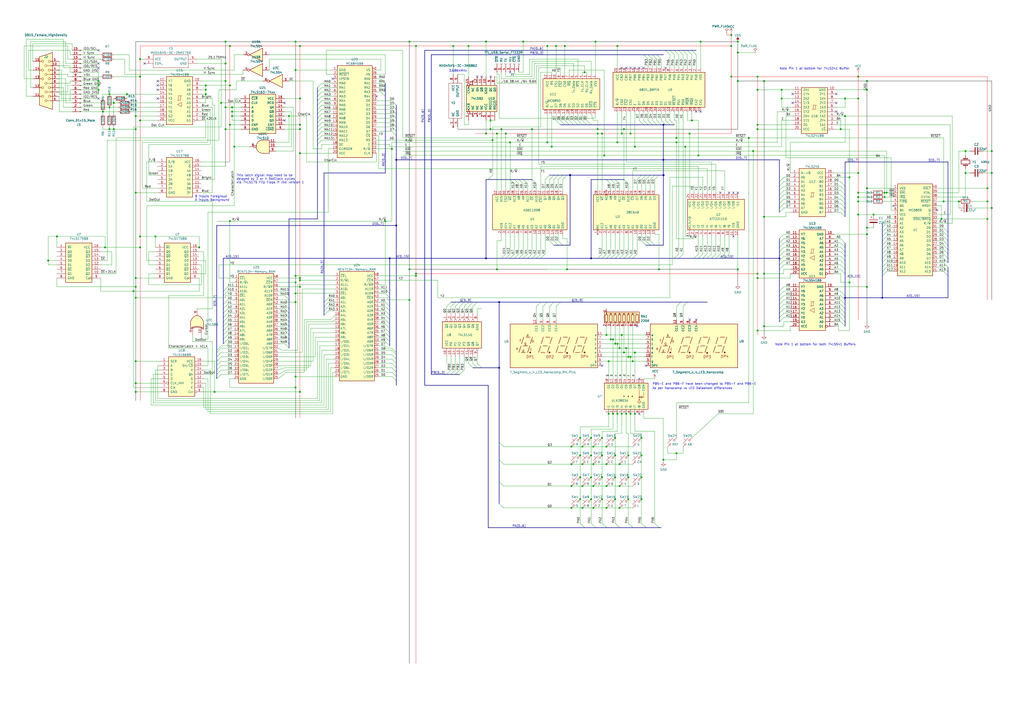
<source format=kicad_sch>
(kicad_sch (version 20211123) (generator eeschema)
  (paper "A2")
  (title_block (title "Nanocomp 6809 (Wireless World July 1981)") (date "2022-11-01") (rev "6.00") (company "Breadboarding Labs") (comment 1 "Updated for Cursor, DE, Timing"))
  (lib_symbols
    (symbol "74xx:74LS04"
      (property "Reference" "U" (at 0 1.27 0))
      (property "Value" "74LS04" (at 0 -1.27 0))
      (symbol "74LS04_1_0"
        (pin input line (at -7.62 0 0) (length 3.81) (name "~") (number "1"))
        (pin output inverted (at 7.62 0 180) (length 3.81) (name "~") (number "2"))
      )
      (symbol "74LS04_2_0"
        (pin input line (at -7.62 0 0) (length 3.81) (name "~") (number "3"))
        (pin output inverted (at 7.62 0 180) (length 3.81) (name "~") (number "4"))
      )
      (symbol "74LS04_3_0"
        (pin input line (at -7.62 0 0) (length 3.81) (name "~") (number "5"))
        (pin output inverted (at 7.62 0 180) (length 3.81) (name "~") (number "6"))
      )
      (symbol "74LS04_4_0"
        (pin output inverted (at 7.62 0 180) (length 3.81) (name "~") (number "8"))
        (pin input line (at -7.62 0 0) (length 3.81) (name "~") (number "9"))
      )
      (symbol "74LS04_5_0"
        (pin output inverted (at 7.62 0 180) (length 3.81) (name "~") (number "10"))
        (pin input line (at -7.62 0 0) (length 3.81) (name "~") (number "11"))
      )
      (symbol "74LS04_6_0"
        (pin output inverted (at 7.62 0 180) (length 3.81) (name "~") (number "12"))
        (pin input line (at -7.62 0 0) (length 3.81) (name "~") (number "13"))
      )
      (symbol "74LS04_7_0"
        (pin power_in line (at 0 12.7 270) (length 5.08) (name "VCC") (number "14"))
        (pin power_in line (at 0 -12.7 90) (length 5.08) (name "GND") (number "7"))
      )
    )
    (symbol "74xx:74LS10" (pin_names (offset 1.016))
      (property "Reference" "U" (at 0 1.27 0))
      (property "Value" "74LS10" (at 0 -1.27 0))
      (symbol "74LS10_1_1"
        (pin input line (at -7.62 2.54 0) (length 3.81) (name "~") (number "1"))
        (pin output inverted (at 7.62 0 180) (length 3.81) (name "~") (number "12"))
        (pin input line (at -7.62 -2.54 0) (length 3.81) (name "~") (number "13"))
        (pin input line (at -7.62 0 0) (length 3.81) (name "~") (number "2"))
      )
      (symbol "74LS10_1_2"
        (pin input inverted (at -7.62 2.54 0) (length 4.318) (name "~") (number "1"))
        (pin output line (at 7.62 0 180) (length 3.81) (name "~") (number "12"))
        (pin input inverted (at -7.62 -2.54 0) (length 4.318) (name "~") (number "13"))
        (pin input inverted (at -7.62 0 0) (length 4.953) (name "~") (number "2"))
      )
      (symbol "74LS10_2_1"
        (pin input line (at -7.62 2.54 0) (length 3.81) (name "~") (number "3"))
        (pin input line (at -7.62 0 0) (length 3.81) (name "~") (number "4"))
        (pin input line (at -7.62 -2.54 0) (length 3.81) (name "~") (number "5"))
        (pin output inverted (at 7.62 0 180) (length 3.81) (name "~") (number "6"))
      )
      (symbol "74LS10_2_2"
        (pin input inverted (at -7.62 2.54 0) (length 4.318) (name "~") (number "3"))
        (pin input inverted (at -7.62 0 0) (length 4.953) (name "~") (number "4"))
        (pin input inverted (at -7.62 -2.54 0) (length 4.318) (name "~") (number "5"))
        (pin output line (at 7.62 0 180) (length 3.81) (name "~") (number "6"))
      )
      (symbol "74LS10_3_1"
        (pin input line (at -7.62 0 0) (length 3.81) (name "~") (number "10"))
        (pin input line (at -7.62 -2.54 0) (length 3.81) (name "~") (number "11"))
        (pin output inverted (at 7.62 0 180) (length 3.81) (name "~") (number "8"))
        (pin input line (at -7.62 2.54 0) (length 3.81) (name "~") (number "9"))
      )
      (symbol "74LS10_3_2"
        (pin input inverted (at -7.62 0 0) (length 4.953) (name "~") (number "10"))
        (pin input inverted (at -7.62 -2.54 0) (length 4.318) (name "~") (number "11"))
        (pin output line (at 7.62 0 180) (length 3.81) (name "~") (number "8"))
        (pin input inverted (at -7.62 2.54 0) (length 4.318) (name "~") (number "9"))
      )
      (symbol "74LS10_4_0"
        (pin power_in line (at 0 12.7 270) (length 5.08) (name "VCC") (number "14"))
        (pin power_in line (at 0 -12.7 90) (length 5.08) (name "GND") (number "7"))
      )
    )
    (symbol "74xx:74LS145" (pin_names (offset 1.016))
      (property "Reference" "U?" (at 21.4376 1.1684 90))
      (property "Value" "74LS145" (at 0 3.81 90))
      (symbol "74LS145_1_0"
        (pin open_collector inverted (at -12.7 10.16 0) (length 5.08) (name "Q0") (number "1"))
        (pin open_collector inverted (at 12.7 -5.08 180) (length 5.08) (name "Q8") (number "10"))
        (pin open_collector inverted (at 12.7 -2.54 180) (length 5.08) (name "Q9") (number "11"))
        (pin input line (at 12.7 0 180) (length 5.08) (name "P3") (number "12"))
        (pin input line (at 12.7 2.54 180) (length 5.08) (name "P2") (number "13"))
        (pin input line (at 12.7 5.08 180) (length 5.08) (name "P1") (number "14"))
        (pin input line (at 12.7 7.62 180) (length 5.08) (name "P0") (number "15"))
        (pin power_in line (at 12.7 10.16 180) (length 5.08) (name "VCC") (number "16"))
        (pin open_collector inverted (at -12.7 7.62 0) (length 5.08) (name "Q1") (number "2"))
        (pin open_collector inverted (at -12.7 5.08 0) (length 5.08) (name "Q2") (number "3"))
        (pin open_collector inverted (at -12.7 2.54 0) (length 5.08) (name "Q3") (number "4"))
        (pin open_collector inverted (at -12.7 0 0) (length 5.08) (name "Q4") (number "5"))
        (pin open_collector inverted (at -12.7 -2.54 0) (length 5.08) (name "Q5") (number "6"))
        (pin open_collector inverted (at -12.7 -5.08 0) (length 5.08) (name "Q6") (number "7"))
        (pin power_in line (at -12.7 -7.62 0) (length 5.08) (name "GND") (number "8"))
        (pin open_collector inverted (at 12.7 -7.62 180) (length 5.08) (name "Q7") (number "9"))
      )
    )
    (symbol "74xx:74LS241" (pin_names (offset 1.016))
      (property "Reference" "U16" (at 0 5.08 0))
      (property "Value" "74LS241BB" (at 0 16.51 0))
      (symbol "74LS241_1_0"
        (pin input inverted (at -12.7 12.7 0) (length 5.08) (name "1~{G}") (number "1"))
        (pin power_in line (at -12.7 -10.16 0) (length 5.08) (name "GND") (number "10"))
        (pin input line (at 12.7 -10.16 180) (length 5.08) (name "2A1") (number "11"))
        (pin tri_state line (at 12.7 -7.72 180) (length 5.08) (name "1Y4") (number "12"))
        (pin input line (at 12.7 -5.08 180) (length 5.08) (name "2A2") (number "13"))
        (pin tri_state line (at 12.7 -2.54 180) (length 5.08) (name "1Y3") (number "14"))
        (pin input line (at 12.7 0 180) (length 5.08) (name "2A3") (number "15"))
        (pin tri_state line (at 12.7 2.54 180) (length 5.08) (name "1Y2") (number "16"))
        (pin input line (at 12.7 5.08 180) (length 5.08) (name "2A4") (number "17"))
        (pin tri_state line (at 12.7 7.62 180) (length 5.08) (name "1Y1") (number "18"))
        (pin input line (at 12.7 10.16 180) (length 5.08) (name "2G") (number "19"))
        (pin input line (at -12.7 10.16 0) (length 5.08) (name "1A1") (number "2"))
        (pin power_in line (at 12.7 12.7 180) (length 5.08) (name "VCC") (number "20"))
        (pin tri_state line (at -12.7 7.62 0) (length 5.08) (name "2Y4") (number "3"))
        (pin input line (at -12.7 5.08 0) (length 5.08) (name "1A2") (number "4"))
        (pin tri_state line (at -12.7 2.54 0) (length 5.08) (name "2Y3") (number "5"))
        (pin input line (at -12.7 0 0) (length 5.08) (name "1A3") (number "6"))
        (pin tri_state line (at -12.7 -2.54 0) (length 5.08) (name "2Y2") (number "7"))
        (pin input line (at -12.7 -5.08 0) (length 5.08) (name "1A4") (number "8"))
        (pin tri_state line (at -12.7 -7.72 0) (length 5.08) (name "2Y1") (number "9"))
      )
    )
    (symbol "74xx:74LS86" (pin_names (offset 1.016))
      (property "Reference" "U" (at 0 1.27 0))
      (property "Value" "74LS86" (at 0 -1.27 0))
      (symbol "74LS86_1_0"
        (pin input line (at -7.62 2.54 0) (length 4.445) (name "~") (number "1"))
        (pin input line (at -7.62 -2.54 0) (length 4.445) (name "~") (number "2"))
        (pin output line (at 7.62 0 180) (length 3.81) (name "~") (number "3"))
      )
      (symbol "74LS86_2_0"
        (pin input line (at -7.62 2.54 0) (length 4.445) (name "~") (number "4"))
        (pin input line (at -7.62 -2.54 0) (length 4.445) (name "~") (number "5"))
        (pin output line (at 7.62 0 180) (length 3.81) (name "~") (number "6"))
      )
      (symbol "74LS86_3_0"
        (pin input line (at -7.62 -2.54 0) (length 4.445) (name "~") (number "10"))
        (pin output line (at 7.62 0 180) (length 3.81) (name "~") (number "8"))
        (pin input line (at -7.62 2.54 0) (length 4.445) (name "~") (number "9"))
      )
      (symbol "74LS86_4_0"
        (pin output line (at 7.62 0 180) (length 3.81) (name "~") (number "11"))
        (pin input line (at -7.62 2.54 0) (length 4.445) (name "~") (number "12"))
        (pin input line (at -7.62 -2.54 0) (length 4.445) (name "~") (number "13"))
      )
      (symbol "74LS86_5_0"
        (pin power_in line (at 0 12.7 270) (length 5.08) (name "VCC") (number "14"))
        (pin power_in line (at 0 -12.7 90) (length 5.08) (name "GND") (number "7"))
      )
    )
    (symbol "74xx:74LS92" (pin_names (offset 1.016))
      (property "Reference" "U?" (at 0 2.54 0))
      (property "Value" "74LS92" (at -3.81 -1.27 0))
      (symbol "74LS92_0_0"
        (pin no_connect line (at 10.16 2.54 180) (length 2.54) (name "NC") (number "13"))
        (pin no_connect line (at -10.16 2.54 0) (length 2.54) (name "NC") (number "2"))
        (pin no_connect line (at -10.16 0 0) (length 2.54) (name "NC") (number "3"))
        (pin no_connect line (at -10.16 -2.54 0) (length 2.54) (name "NC") (number "4"))
      )
      (symbol "74LS92_1_0"
        (pin input inverted_clock (at -12.7 5.08 0) (length 5.08) (name "CKB") (number "1"))
        (pin power_in line (at 12.7 -5.08 180) (length 5.08) (name "GND") (number "10"))
        (pin output line (at 12.7 -2.54 180) (length 5.08) (name "QB") (number "11"))
        (pin output line (at 12.7 0 180) (length 5.08) (name "QA") (number "12"))
        (pin input inverted_clock (at 12.7 5.08 180) (length 5.08) (name "CKA") (number "14"))
        (pin power_in line (at -12.7 -5.08 0) (length 5.08) (name "VCC") (number "5"))
        (pin input line (at -12.7 -7.62 0) (length 5.08) (name "R0(1)") (number "6"))
        (pin input line (at -12.7 -10.16 0) (length 5.08) (name "R0(2)") (number "7"))
        (pin output line (at 12.7 -10.16 180) (length 5.08) (name "QD") (number "8"))
        (pin output line (at 12.7 -7.76 180) (length 5.08) (name "QC") (number "9"))
      )
    )
    (symbol "Breadboarding:28C64_BBPIN"
      (property "Reference" "U3" (at -10.16 0 90))
      (property "Value" "28C64B" (at 0 6.35 90))
      (symbol "28C64_BBPIN_1_1"
        (pin no_connect non_logic (at -12.7 22.86 0) (length 2.54) (name "NC") (number "1"))
        (pin input line (at -12.7 0 0) (length 2.54) (name "A0") (number "10"))
        (pin tri_state line (at -12.7 -2.54 0) (length 2.54) (name "D0") (number "11"))
        (pin tri_state line (at -12.7 -5.08 0) (length 2.54) (name "D1") (number "12"))
        (pin tri_state line (at -12.7 -7.62 0) (length 2.54) (name "D2") (number "13"))
        (pin power_in line (at -12.7 -10.16 0) (length 2.54) (name "GND") (number "14"))
        (pin tri_state line (at 12.7 -10.16 180) (length 2.54) (name "D3") (number "15"))
        (pin tri_state line (at 12.7 -7.62 180) (length 2.54) (name "D4") (number "16"))
        (pin tri_state line (at 12.7 -5.08 180) (length 2.54) (name "D5") (number "17"))
        (pin tri_state line (at 12.7 -2.54 180) (length 2.54) (name "D6") (number "18"))
        (pin tri_state line (at 12.7 0 180) (length 2.54) (name "D7") (number "19"))
        (pin input line (at -12.7 20.32 0) (length 2.54) (name "A12") (number "2"))
        (pin input line (at 12.7 2.54 180) (length 2.54) (name "~{CS}") (number "20"))
        (pin input line (at 12.7 5.08 180) (length 2.54) (name "A10") (number "21"))
        (pin input line (at 12.7 7.62 180) (length 2.54) (name "~{OE}") (number "22"))
        (pin input line (at 12.7 10.16 180) (length 2.54) (name "A11") (number "23"))
        (pin input line (at 12.7 12.7 180) (length 2.54) (name "A9") (number "24"))
        (pin input line (at 12.7 15.24 180) (length 2.54) (name "A8") (number "25"))
        (pin no_connect non_logic (at 12.7 17.78 180) (length 2.54) (name "NC") (number "26"))
        (pin input line (at 12.7 20.32 180) (length 2.54) (name "~{WE}") (number "27"))
        (pin power_in line (at 12.7 22.86 180) (length 2.54) (name "VCC") (number "28"))
        (pin input line (at -12.7 17.78 0) (length 2.54) (name "A7") (number "3"))
        (pin input line (at -12.7 15.24 0) (length 2.54) (name "A6") (number "4"))
        (pin input line (at -12.7 12.7 0) (length 2.54) (name "A5") (number "5"))
        (pin input line (at -12.7 10.16 0) (length 2.54) (name "A4") (number "6"))
        (pin input line (at -12.7 7.62 0) (length 2.54) (name "A3") (number "7"))
        (pin input line (at -12.7 5.08 0) (length 2.54) (name "A2") (number "8"))
        (pin input line (at -12.7 2.54 0) (length 2.54) (name "A1") (number "9"))
      )
    )
    (symbol "Breadboarding:628128_DIP32_SSOP32_BBPIN"
      (property "Reference" "U?" (at -3.81 1.27 90))
      (property "Value" "628128" (at 3.81 1.27 90))
      (symbol "628128_DIP32_SSOP32_BBPIN_0_0"
        (pin power_in line (at -12.7 -17.78 0) (length 2.54) (name "GND") (number "16"))
        (pin power_in line (at 12.7 20.32 180) (length 2.54) (name "VCC") (number "32"))
      )
      (symbol "628128_DIP32_SSOP32_BBPIN_1_1"
        (pin no_connect line (at -12.7 20.32 0) (length 2.54) hide (name "NC") (number "1"))
        (pin input line (at -12.7 -2.54 0) (length 2.54) (name "A2") (number "10"))
        (pin input line (at -12.7 -5.08 0) (length 2.54) (name "A1") (number "11"))
        (pin input line (at -12.7 -7.62 0) (length 2.54) (name "A0") (number "12"))
        (pin tri_state line (at -12.7 -10.16 0) (length 2.54) (name "Q0") (number "13"))
        (pin tri_state line (at -12.7 -12.7 0) (length 2.54) (name "Q1") (number "14"))
        (pin tri_state line (at -12.7 -15.24 0) (length 2.54) (name "Q2") (number "15"))
        (pin tri_state line (at 12.7 -17.78 180) (length 2.54) (name "Q3") (number "17"))
        (pin tri_state line (at 12.7 -15.24 180) (length 2.54) (name "Q4") (number "18"))
        (pin tri_state line (at 12.7 -12.7 180) (length 2.54) (name "Q5") (number "19"))
        (pin input line (at -12.7 17.78 0) (length 2.54) (name "A16") (number "2"))
        (pin tri_state line (at 12.7 -10.16 180) (length 2.54) (name "Q6") (number "20"))
        (pin tri_state line (at 12.7 -7.62 180) (length 2.54) (name "Q7") (number "21"))
        (pin input line (at 12.7 -5.08 180) (length 2.54) (name "~{CS1}") (number "22"))
        (pin input line (at 12.7 -2.54 180) (length 2.54) (name "A10") (number "23"))
        (pin input line (at 12.7 0 180) (length 2.54) (name "~{OE}") (number "24"))
        (pin input line (at 12.7 2.54 180) (length 2.54) (name "A11") (number "25"))
        (pin input line (at 12.7 5.08 180) (length 2.54) (name "A9") (number "26"))
        (pin input line (at 12.7 7.62 180) (length 2.54) (name "A8") (number "27"))
        (pin input line (at 12.7 10.16 180) (length 2.54) (name "A13") (number "28"))
        (pin input line (at 12.7 12.7 180) (length 2.54) (name "~{WE}") (number "29"))
        (pin input line (at -12.7 15.24 0) (length 2.54) (name "A14") (number "3"))
        (pin input line (at 12.7 15.24 180) (length 2.54) (name "CS2") (number "30"))
        (pin input line (at 12.7 17.78 180) (length 2.54) (name "A15") (number "31"))
        (pin input line (at -12.7 12.7 0) (length 2.54) (name "A12") (number "4"))
        (pin input line (at -12.7 10.16 0) (length 2.54) (name "A7") (number "5"))
        (pin input line (at -12.7 7.62 0) (length 2.54) (name "A6") (number "6"))
        (pin input line (at -12.7 5.08 0) (length 2.54) (name "A5") (number "7"))
        (pin input line (at -12.7 2.54 0) (length 2.54) (name "A4") (number "8"))
        (pin input line (at -12.7 0 0) (length 2.54) (name "A3") (number "9"))
      )
    )
    (symbol "Breadboarding:6821_BBPIN" (pin_names (offset 1.016))
      (property "Reference" "U?" (at 0 24.0198 0))
      (property "Value" "6821_BBPIN" (at 0 21.4829 0))
      (symbol "6821_BBPIN_1_1"
        (pin power_in line (at -12.7 30.48 0) (length 2.54) (name "VSS") (number "1"))
        (pin bidirectional line (at -12.7 7.62 0) (length 2.54) (name "PB0") (number "10"))
        (pin bidirectional line (at -12.7 5.08 0) (length 2.54) (name "PB1") (number "11"))
        (pin bidirectional line (at -12.7 2.54 0) (length 2.54) (name "PB2") (number "12"))
        (pin bidirectional line (at -12.7 0 0) (length 2.54) (name "PB3") (number "13"))
        (pin bidirectional line (at -12.7 -2.54 0) (length 2.54) (name "PB4") (number "14"))
        (pin bidirectional line (at -12.7 -5.08 0) (length 2.54) (name "PB5") (number "15"))
        (pin bidirectional line (at -12.7 -7.62 0) (length 2.54) (name "PB6") (number "16"))
        (pin bidirectional line (at -12.7 -10.16 0) (length 2.54) (name "PB7") (number "17"))
        (pin input line (at -12.7 -12.7 0) (length 2.54) (name "CB1") (number "18"))
        (pin bidirectional line (at -12.7 -15.24 0) (length 2.54) (name "CB2") (number "19"))
        (pin bidirectional line (at -12.7 27.94 0) (length 2.54) (name "PA0") (number "2"))
        (pin power_in line (at -12.7 -17.78 0) (length 2.54) (name "VCC") (number "20"))
        (pin input line (at 12.7 -17.78 180) (length 2.54) (name "R/~{W}") (number "21"))
        (pin input line (at 12.7 -15.24 180) (length 2.54) (name "CS0") (number "22"))
        (pin input line (at 12.7 -12.7 180) (length 2.54) (name "~{CS2}") (number "23"))
        (pin input line (at 12.7 -10.16 180) (length 2.54) (name "CS1") (number "24"))
        (pin input line (at 12.7 -7.62 180) (length 2.54) (name "E") (number "25"))
        (pin bidirectional line (at 12.7 -5.08 180) (length 2.54) (name "D7") (number "26"))
        (pin bidirectional line (at 12.7 -2.54 180) (length 2.54) (name "D6") (number "27"))
        (pin bidirectional line (at 12.7 0 180) (length 2.54) (name "D5") (number "28"))
        (pin bidirectional line (at 12.7 2.54 180) (length 2.54) (name "D4") (number "29"))
        (pin bidirectional line (at -12.7 25.4 0) (length 2.54) (name "PA1") (number "3"))
        (pin bidirectional line (at 12.7 5.08 180) (length 2.54) (name "D3") (number "30"))
        (pin bidirectional line (at 12.7 7.62 180) (length 2.54) (name "D2") (number "31"))
        (pin bidirectional line (at 12.7 10.16 180) (length 2.54) (name "D1") (number "32"))
        (pin bidirectional line (at 12.7 12.7 180) (length 2.54) (name "D0") (number "33"))
        (pin input line (at 12.7 15.24 180) (length 2.54) (name "~{RESET}") (number "34"))
        (pin input line (at 12.7 17.78 180) (length 2.54) (name "RS1") (number "35"))
        (pin input line (at 12.7 20.32 180) (length 2.54) (name "RS0") (number "36"))
        (pin open_collector line (at 12.7 22.86 180) (length 2.54) (name "~{IRQB}") (number "37"))
        (pin open_collector line (at 12.7 25.4 180) (length 2.54) (name "~{IRQA}") (number "38"))
        (pin bidirectional line (at 12.7 27.94 180) (length 2.54) (name "CA2") (number "39"))
        (pin bidirectional line (at -12.7 22.86 0) (length 2.54) (name "PA2") (number "4"))
        (pin input line (at 12.7 30.48 180) (length 2.54) (name "CA1") (number "40"))
        (pin bidirectional line (at -12.7 20.32 0) (length 2.54) (name "PA3") (number "5"))
        (pin bidirectional line (at -12.7 17.78 0) (length 2.54) (name "PA4") (number "6"))
        (pin bidirectional line (at -12.7 15.24 0) (length 2.54) (name "PA5") (number "7"))
        (pin bidirectional line (at -12.7 12.7 0) (length 2.54) (name "PA6") (number "8"))
        (pin bidirectional line (at -12.7 10.16 0) (length 2.54) (name "PA7") (number "9"))
      )
    )
    (symbol "Breadboarding:74LS157BB" (pin_names (offset 1.016))
      (property "Reference" "U?" (at 2.0194 21.4798 0))
      (property "Value" "74LS157BB" (at 2.0194 18.9429 0))
      (symbol "74LS157BB_1_0"
        (pin input line (at -12.7 15.24 0) (length 5.08) (name "~{A}/B") (number "1"))
        (pin input line (at 12.7 0 180) (length 5.08) (name "3B") (number "10"))
        (pin input line (at 12.7 2.54 180) (length 5.08) (name "3A") (number "11"))
        (pin output line (at 12.7 5.08 180) (length 5.08) (name "4Y") (number "12"))
        (pin input line (at 12.7 7.62 180) (length 5.08) (name "4B") (number "13"))
        (pin input line (at 12.7 10.16 180) (length 5.08) (name "4A") (number "14"))
        (pin input inverted (at 12.7 12.7 180) (length 5.08) (name "~{G}") (number "15"))
        (pin power_in line (at 12.7 15.24 180) (length 5.08) (name "VCC") (number "16"))
        (pin input line (at -12.7 12.7 0) (length 5.08) (name "1A") (number "2"))
        (pin input line (at -12.7 10.16 0) (length 5.08) (name "1B") (number "3"))
        (pin output line (at -12.7 7.62 0) (length 5.08) (name "1Y") (number "4"))
        (pin input line (at -12.7 5.08 0) (length 5.08) (name "2A") (number "5"))
        (pin input line (at -12.7 2.54 0) (length 5.08) (name "2B") (number "6"))
        (pin output line (at -12.7 0 0) (length 5.08) (name "2Y") (number "7"))
        (pin power_in line (at -12.7 -2.54 0) (length 5.08) (name "GND") (number "8"))
        (pin output line (at 12.7 -2.54 180) (length 5.08) (name "3Y") (number "9"))
      )
    )
    (symbol "Breadboarding:74LS163-74xx" (pin_names (offset 1.016))
      (property "Reference" "U" (at -7.62 16.51 0))
      (property "Value" "74LS163-74xx" (at -7.62 -16.51 0))
      (symbol "74LS163-74xx_1_0"
        (pin input line (at -12.7 12.7 0) (length 5.08) (name "~{CLR}") (number "1"))
        (pin input line (at 12.7 -2.54 180) (length 5.08) (name "ENT") (number "10"))
        (pin output line (at 12.7 0 180) (length 5.08) (name "QD") (number "11"))
        (pin output line (at 12.7 2.54 180) (length 5.08) (name "QC") (number "12"))
        (pin output line (at 12.7 5.08 180) (length 5.08) (name "QB") (number "13"))
        (pin output line (at 12.7 7.62 180) (length 5.08) (name "QA") (number "14"))
        (pin output line (at 12.7 10.18 180) (length 5.08) (name "RCO") (number "15"))
        (pin power_in line (at 12.7 12.7 180) (length 5.08) (name "VCC") (number "16"))
        (pin input line (at -12.7 10.18 0) (length 5.08) (name "CLK") (number "2"))
        (pin input line (at -12.7 7.62 0) (length 5.08) (name "A") (number "3"))
        (pin input line (at -12.7 5.08 0) (length 5.08) (name "B") (number "4"))
        (pin input line (at -12.7 2.54 0) (length 5.08) (name "C") (number "5"))
        (pin input line (at -12.7 0 0) (length 5.08) (name "D") (number "6"))
        (pin input line (at -12.7 -2.54 0) (length 5.08) (name "ENP") (number "7"))
        (pin power_in line (at -12.7 -5.08 0) (length 5.08) (name "GND") (number "8"))
        (pin input line (at 12.7 -5.08 180) (length 5.08) (name "~{LOAD}") (number "9"))
      )
    )
    (symbol "Breadboarding:74LS166BB" (pin_names (offset 1.016))
      (property "Reference" "U" (at -7.62 21.59 0))
      (property "Value" "74LS166BB" (at 0 -7.62 0))
      (symbol "74LS166BB_1_0"
        (pin input line (at -12.7 17.78 0) (length 5.08) (name "SER") (number "1"))
        (pin input line (at 12.7 2.54 180) (length 5.08) (name "E") (number "10"))
        (pin input line (at 12.7 5.08 180) (length 5.08) (name "F") (number "11"))
        (pin input line (at 12.7 7.62 180) (length 5.08) (name "G") (number "12"))
        (pin output line (at 12.7 10.16 180) (length 5.08) (name "Qh") (number "13"))
        (pin input line (at 12.7 12.7 180) (length 5.08) (name "H") (number "14"))
        (pin input inverted (at 12.7 15.24 180) (length 5.08) (name "SH/~{LD}") (number "15"))
        (pin power_in line (at 12.7 17.78 180) (length 5.08) (name "VCC") (number "16"))
        (pin input line (at -12.7 15.24 0) (length 5.08) (name "A") (number "2"))
        (pin input line (at -12.7 12.7 0) (length 5.08) (name "B") (number "3"))
        (pin input line (at -12.7 10.16 0) (length 5.08) (name "C") (number "4"))
        (pin input line (at -12.7 7.62 0) (length 5.08) (name "D") (number "5"))
        (pin input inverted (at -12.7 5.08 0) (length 5.08) (name "CLK_INH") (number "6"))
        (pin input line (at -12.7 2.54 0) (length 5.08) (name "Clk") (number "7"))
        (pin power_in line (at -12.7 0 0) (length 5.08) (name "GND") (number "8"))
        (pin input inverted (at 12.7 0 180) (length 5.08) (name "Clr") (number "9"))
      )
    )
    (symbol "Breadboarding:74LS175BB" (pin_names (offset 1.016))
      (property "Reference" "U?" (at 2.0194 17.78 0))
      (property "Value" "74LS175BB" (at 2.0194 15.24 0))
      (symbol "74LS175BB_1_0"
        (pin input line (at -12.7 10.16 0) (length 5.08) (name "~{Mr}") (number "1"))
        (pin output line (at 12.7 -5.08 180) (length 5.08) (name "Q2") (number "10"))
        (pin output line (at 12.7 -2.54 180) (length 5.08) (name "~{Q2}") (number "11"))
        (pin input line (at 12.7 0 180) (length 5.08) (name "D2") (number "12"))
        (pin input line (at 12.7 2.54 180) (length 5.08) (name "D3") (number "13"))
        (pin output line (at 12.7 5.08 180) (length 5.08) (name "~{Q3}") (number "14"))
        (pin output line (at 12.7 7.62 180) (length 5.08) (name "Q3") (number "15"))
        (pin power_in line (at 12.7 10.18 180) (length 5.08) (name "VCC") (number "16"))
        (pin output line (at -12.7 7.62 0) (length 5.08) (name "Q0") (number "2"))
        (pin output line (at -12.7 5.08 0) (length 5.08) (name "~{Q0}") (number "3"))
        (pin input line (at -12.7 2.54 0) (length 5.08) (name "D0") (number "4"))
        (pin input line (at -12.7 0 0) (length 5.08) (name "D1") (number "5"))
        (pin output line (at -12.7 -2.54 0) (length 5.08) (name "~{Q1}") (number "6"))
        (pin output line (at -12.7 -5.08 0) (length 5.08) (name "Q1") (number "7"))
        (pin power_in line (at -12.7 -7.62 0) (length 5.08) (name "GND") (number "8"))
        (pin input clock (at 12.7 -7.62 180) (length 5.08) (name "Cp") (number "9"))
      )
    )
    (symbol "Breadboarding:74LS245" (pin_names (offset 1.016))
      (property "Reference" "U?" (at -1.27 6.35 0))
      (property "Value" "74LS245" (at -3.81 -3.81 0))
      (symbol "74LS245_1_0"
        (pin input line (at -12.7 12.7 0) (length 5.08) (name "A->B") (number "1"))
        (pin power_in line (at -12.7 -10.16 0) (length 5.08) (name "GND") (number "10"))
        (pin tri_state line (at 12.7 -10.16 180) (length 5.08) (name "B7") (number "11"))
        (pin tri_state line (at 12.7 -7.62 180) (length 5.08) (name "B6") (number "12"))
        (pin tri_state line (at 12.7 -5.08 180) (length 5.08) (name "B5") (number "13"))
        (pin tri_state line (at 12.7 -2.54 180) (length 5.08) (name "B4") (number "14"))
        (pin tri_state line (at 12.7 0 180) (length 5.08) (name "B3") (number "15"))
        (pin tri_state line (at 12.7 2.54 180) (length 5.08) (name "B2") (number "16"))
        (pin tri_state line (at 12.7 5.08 180) (length 5.08) (name "B1") (number "17"))
        (pin tri_state line (at 12.7 7.62 180) (length 5.08) (name "B0") (number "18"))
        (pin input inverted (at 12.7 10.16 180) (length 5.08) (name "CE") (number "19"))
        (pin tri_state line (at -12.7 10.16 0) (length 5.08) (name "A0") (number "2"))
        (pin power_in line (at 12.7 12.7 180) (length 5.08) (name "VCC") (number "20"))
        (pin tri_state line (at -12.7 7.62 0) (length 5.08) (name "A1") (number "3"))
        (pin tri_state line (at -12.7 5.08 0) (length 5.08) (name "A2") (number "4"))
        (pin tri_state line (at -12.7 2.54 0) (length 5.08) (name "A3") (number "5"))
        (pin tri_state line (at -12.7 0 0) (length 5.08) (name "A4") (number "6"))
        (pin tri_state line (at -12.7 -2.54 0) (length 5.08) (name "A5") (number "7"))
        (pin tri_state line (at -12.7 -5.08 0) (length 5.08) (name "A6") (number "8"))
        (pin tri_state line (at -12.7 -7.62 0) (length 5.08) (name "A7") (number "9"))
      )
    )
    (symbol "Breadboarding:74LS541BB" (pin_names (offset 1.016))
      (property "Reference" "U?" (at -1.27 8.89 0))
      (property "Value" "74LS541BB" (at -3.81 -6.35 0))
      (symbol "74LS541BB_1_0"
        (pin input inverted (at -12.7 12.7 0) (length 5.08) (name "G1") (number "1"))
        (pin power_in line (at -12.7 -10.16 0) (length 5.08) (name "GND") (number "10"))
        (pin tri_state line (at 12.7 -10.16 180) (length 5.08) (name "Y7") (number "11"))
        (pin tri_state line (at 12.7 -7.62 180) (length 5.08) (name "Y6") (number "12"))
        (pin tri_state line (at 12.7 -5.08 180) (length 5.08) (name "Y5") (number "13"))
        (pin tri_state line (at 12.7 -2.54 180) (length 5.08) (name "Y4") (number "14"))
        (pin tri_state line (at 12.7 0 180) (length 5.08) (name "Y3") (number "15"))
        (pin tri_state line (at 12.7 2.54 180) (length 5.08) (name "Y2") (number "16"))
        (pin tri_state line (at 12.7 5.08 180) (length 5.08) (name "Y1") (number "17"))
        (pin tri_state line (at 12.7 7.62 180) (length 5.08) (name "Y0") (number "18"))
        (pin input inverted (at 12.7 10.16 180) (length 5.08) (name "G2") (number "19"))
        (pin input line (at -12.7 10.16 0) (length 5.08) (name "A0") (number "2"))
        (pin power_in line (at 12.7 12.7 180) (length 5.08) (name "VCC") (number "20"))
        (pin input line (at -12.7 7.62 0) (length 5.08) (name "A1") (number "3"))
        (pin input line (at -12.7 5.08 0) (length 5.08) (name "A2") (number "4"))
        (pin input line (at -12.7 2.54 0) (length 5.08) (name "A3") (number "5"))
        (pin input line (at -12.7 0 0) (length 5.08) (name "A4") (number "6"))
        (pin input line (at -12.7 -2.54 0) (length 5.08) (name "A5") (number "7"))
        (pin input line (at -12.7 -5.08 0) (length 5.08) (name "A6") (number "8"))
        (pin input line (at -12.7 -7.62 0) (length 5.08) (name "A7") (number "9"))
      )
    )
    (symbol "Breadboarding:ATF22LV10" (pin_names (offset 1.016))
      (property "Reference" "U?" (at -1.27 10.16 0))
      (property "Value" "ATF22LV10" (at -6.35 -1.27 0))
      (symbol "ATF22LV10_1_1"
        (pin input clock (at -12.7 15.24 0) (length 3.81) (name "CLK/I0") (number "1"))
        (pin input line (at -12.7 -7.62 0) (length 3.81) (name "I9") (number "10"))
        (pin input line (at -12.7 -10.16 0) (length 3.81) (name "I10") (number "11"))
        (pin power_in line (at -12.7 -12.7 0) (length 3.81) (name "GND") (number "12"))
        (pin input line (at 12.7 -12.7 180) (length 3.81) (name "I11") (number "13"))
        (pin output line (at 12.7 -10.16 180) (length 3.81) (name "I/O9") (number "14"))
        (pin output line (at 12.7 -7.62 180) (length 3.81) (name "I/O8") (number "15"))
        (pin output line (at 12.7 -5.08 180) (length 3.81) (name "I/O7") (number "16"))
        (pin output line (at 12.7 -2.54 180) (length 3.81) (name "I/O6") (number "17"))
        (pin output line (at 12.7 0 180) (length 3.81) (name "I/O5") (number "18"))
        (pin output line (at 12.7 2.54 180) (length 3.81) (name "I/O4") (number "19"))
        (pin input line (at -12.7 12.7 0) (length 3.81) (name "I1") (number "2"))
        (pin output line (at 12.7 5.08 180) (length 3.81) (name "I/O3") (number "20"))
        (pin output line (at 12.7 7.62 180) (length 3.81) (name "I/O2") (number "21"))
        (pin output line (at 12.7 10.16 180) (length 3.81) (name "I/O1") (number "22"))
        (pin output line (at 12.7 12.7 180) (length 3.81) (name "I/O0") (number "23"))
        (pin power_in line (at 12.7 15.24 180) (length 3.81) (name "VCC") (number "24"))
        (pin input line (at -12.7 10.16 0) (length 3.81) (name "I2") (number "3"))
        (pin input line (at -12.7 7.62 0) (length 3.81) (name "I3") (number "4"))
        (pin input line (at -12.7 5.08 0) (length 3.81) (name "I4") (number "5"))
        (pin input line (at -12.7 2.54 0) (length 3.81) (name "I5") (number "6"))
        (pin input line (at -12.7 0 0) (length 3.81) (name "I6") (number "7"))
        (pin input line (at -12.7 -2.54 0) (length 3.81) (name "I7") (number "8"))
        (pin input line (at -12.7 -5.08 0) (length 3.81) (name "I8") (number "9"))
      )
    )
    (symbol "Breadboarding:MC6809-CPU_NXP_6800_BBPIN" (pin_names (offset 1.016))
      (property "Reference" "U1" (at -1.27 1.27 0))
      (property "Value" "MC6809" (at -3.81 12.7 0))
      (symbol "MC6809-CPU_NXP_6800_BBPIN_1_1"
        (pin power_in line (at -12.7 25.4 0) (length 2.54) (name "VSS") (number "1"))
        (pin tri_state line (at -12.7 2.54 0) (length 2.54) (name "A2") (number "10"))
        (pin tri_state line (at -12.7 0 0) (length 2.54) (name "A3") (number "11"))
        (pin tri_state line (at -12.7 -2.54 0) (length 2.54) (name "A4") (number "12"))
        (pin tri_state line (at -12.7 -5.08 0) (length 2.54) (name "A5") (number "13"))
        (pin tri_state line (at -12.7 -7.62 0) (length 2.54) (name "A6") (number "14"))
        (pin tri_state line (at -12.7 -10.16 0) (length 2.54) (name "A7") (number "15"))
        (pin tri_state line (at -12.7 -12.7 0) (length 2.54) (name "A8") (number "16"))
        (pin tri_state line (at -12.7 -15.24 0) (length 2.54) (name "A9") (number "17"))
        (pin tri_state line (at -12.7 -17.78 0) (length 2.54) (name "A10") (number "18"))
        (pin tri_state line (at -12.7 -20.32 0) (length 2.54) (name "A11") (number "19"))
        (pin input line (at -12.7 22.86 0) (length 2.54) (name "~{NMI}") (number "2"))
        (pin tri_state line (at -12.7 -22.86 0) (length 2.54) (name "A12") (number "20"))
        (pin tri_state line (at 12.7 -22.86 180) (length 2.54) (name "A13") (number "21"))
        (pin tri_state line (at 12.7 -20.32 180) (length 2.54) (name "A14") (number "22"))
        (pin tri_state line (at 12.7 -17.78 180) (length 2.54) (name "A15") (number "23"))
        (pin bidirectional line (at 12.7 -15.24 180) (length 2.54) (name "D7") (number "24"))
        (pin bidirectional line (at 12.7 -12.7 180) (length 2.54) (name "D6") (number "25"))
        (pin bidirectional line (at 12.7 -10.16 180) (length 2.54) (name "D5") (number "26"))
        (pin bidirectional line (at 12.7 -7.62 180) (length 2.54) (name "D4") (number "27"))
        (pin bidirectional line (at 12.7 -5.08 180) (length 2.54) (name "D3") (number "28"))
        (pin bidirectional line (at 12.7 -2.54 180) (length 2.54) (name "D2") (number "29"))
        (pin input line (at -12.7 20.32 0) (length 2.54) (name "~{IRQ}") (number "3"))
        (pin bidirectional line (at 12.7 0 180) (length 2.54) (name "D1") (number "30"))
        (pin bidirectional line (at 12.7 2.54 180) (length 2.54) (name "D0") (number "31"))
        (pin output line (at 12.7 5.08 180) (length 2.54) (name "R/~{W}") (number "32"))
        (pin input line (at 12.7 7.62 180) (length 2.54) (name "~{DMA/BREQ}") (number "33"))
        (pin output line (at 12.7 10.16 180) (length 2.54) (name "E") (number "34"))
        (pin output line (at 12.7 12.7 180) (length 2.54) (name "Q") (number "35"))
        (pin input line (at 12.7 15.24 180) (length 2.54) (name "MRDY") (number "36"))
        (pin input line (at 12.7 17.78 180) (length 2.54) (name "~{RESET}") (number "37"))
        (pin input line (at 12.7 20.32 180) (length 2.54) (name "EXTAL") (number "38"))
        (pin input line (at 12.7 22.86 180) (length 2.54) (name "XTAL") (number "39"))
        (pin input line (at -12.7 17.78 0) (length 2.54) (name "~{FIRQ}") (number "4"))
        (pin input line (at 12.7 25.4 180) (length 2.54) (name "~{HALT}") (number "40"))
        (pin output line (at -12.7 15.24 0) (length 2.54) (name "BS") (number "5"))
        (pin output line (at -12.7 12.7 0) (length 2.54) (name "BA") (number "6"))
        (pin power_in line (at -12.7 10.16 0) (length 2.54) (name "VCC") (number "7"))
        (pin tri_state line (at -12.7 7.62 0) (length 2.54) (name "A0") (number "8"))
        (pin tri_state line (at -12.7 5.08 0) (length 2.54) (name "A1") (number "9"))
      )
    )
    (symbol "Breadboarding:MC6845BB" (pin_names (offset 1.016))
      (property "Reference" "U" (at -10.16 34.29 0))
      (property "Value" "MC6845BB" (at 12.7 34.29 0))
      (symbol "MC6845BB_1_1"
        (pin power_in line (at -12.7 25.4 0) (length 2.54) (name "GND") (number "1"))
        (pin output line (at -12.7 2.54 0) (length 2.54) (name "MA6") (number "10"))
        (pin output line (at -12.7 0 0) (length 2.54) (name "MA7") (number "11"))
        (pin output line (at -12.7 -2.54 0) (length 2.54) (name "MA8") (number "12"))
        (pin output line (at -12.7 -5.08 0) (length 2.54) (name "MA9") (number "13"))
        (pin output line (at -12.7 -7.62 0) (length 2.54) (name "MA10") (number "14"))
        (pin output line (at -12.7 -10.16 0) (length 2.54) (name "MA11") (number "15"))
        (pin output line (at -12.7 -12.7 0) (length 2.54) (name "MA12") (number "16"))
        (pin output line (at -12.7 -15.24 0) (length 2.54) (name "MA13") (number "17"))
        (pin output line (at -12.7 -17.78 0) (length 2.54) (name "DE") (number "18"))
        (pin output line (at -12.7 -20.32 0) (length 2.54) (name "CURSOR") (number "19"))
        (pin input line (at -12.7 22.86 0) (length 2.54) (name "~{RESET}") (number "2"))
        (pin power_in line (at -12.7 -22.86 0) (length 2.54) (name "VCC") (number "20"))
        (pin input line (at 12.7 -22.86 180) (length 2.54) (name "CLK") (number "21"))
        (pin input line (at 12.7 -20.32 180) (length 2.54) (name "R/~{W}") (number "22"))
        (pin input line (at 12.7 -17.78 180) (length 2.54) (name "E") (number "23"))
        (pin input line (at 12.7 -15.24 180) (length 2.54) (name "RS") (number "24"))
        (pin input line (at 12.7 -12.7 180) (length 2.54) (name "~{CS}") (number "25"))
        (pin bidirectional line (at 12.7 -10.16 180) (length 2.54) (name "D7") (number "26"))
        (pin bidirectional line (at 12.7 -7.62 180) (length 2.54) (name "D6") (number "27"))
        (pin bidirectional line (at 12.7 -5.08 180) (length 2.54) (name "D5") (number "28"))
        (pin bidirectional line (at 12.7 -2.54 180) (length 2.54) (name "D4") (number "29"))
        (pin input line (at -12.7 20.32 0) (length 2.54) (name "LPSTB") (number "3"))
        (pin bidirectional line (at 12.7 0 180) (length 2.54) (name "D3") (number "30"))
        (pin bidirectional line (at 12.7 2.54 180) (length 2.54) (name "D2") (number "31"))
        (pin bidirectional line (at 12.7 5.08 180) (length 2.54) (name "D1") (number "32"))
        (pin bidirectional line (at 12.7 7.62 180) (length 2.54) (name "D0") (number "33"))
        (pin output line (at 12.7 10.16 180) (length 2.54) (name "RA4") (number "34"))
        (pin output line (at 12.7 12.7 180) (length 2.54) (name "RA3") (number "35"))
        (pin output line (at 12.7 15.24 180) (length 2.54) (name "RA2") (number "36"))
        (pin output line (at 12.7 17.78 180) (length 2.54) (name "RA1") (number "37"))
        (pin output line (at 12.7 20.32 180) (length 2.54) (name "RA0") (number "38"))
        (pin output line (at 12.7 22.86 180) (length 2.54) (name "HS") (number "39"))
        (pin output line (at -12.7 17.78 0) (length 2.54) (name "MA0") (number "4"))
        (pin output line (at 12.7 25.4 180) (length 2.54) (name "VS") (number "40"))
        (pin output line (at -12.7 15.24 0) (length 2.54) (name "MA1") (number "5"))
        (pin output line (at -12.7 12.7 0) (length 2.54) (name "MA2") (number "6"))
        (pin output line (at -12.7 10.16 0) (length 2.54) (name "MA3") (number "7"))
        (pin output line (at -12.7 7.62 0) (length 2.54) (name "MA4") (number "8"))
        (pin output line (at -12.7 5.08 0) (length 2.54) (name "MA5") (number "9"))
      )
    )
    (symbol "Breadboarding:MXO45HS-3C-25M1750" (pin_names (offset 0.762))
      (property "Reference" "Y?" (at 13.97 -1.27 90))
      (property "Value" "MXO45HS-3C-25M1750" (at 40.64 -11.43 90))
      (symbol "MXO45HS-3C-25M1750_0_0"
        (pin no_connect line (at 0 0 0) (length 5.08) (name "NC") (number "1"))
        (pin passive line (at 0 -2.54 0) (length 5.08) (name "GND") (number "4"))
        (pin passive line (at 30.48 -2.54 180) (length 5.08) (name "OUTPUT") (number "5"))
        (pin passive line (at 30.48 0 180) (length 5.08) (name "VCC") (number "8"))
      )
    )
    (symbol "Breadboarding:REN7134-Memory_RAM"
      (property "Reference" "U" (at 0 2.54 0))
      (property "Value" "REN7134-Memory_RAM" (at 1.27 -25.4 0))
      (symbol "REN7134-Memory_RAM_1_1"
        (pin input line (at -12.7 38.1 0) (length 2.54) (name "~{CE}L") (number "1"))
        (pin input line (at -12.7 15.24 0) (length 2.54) (name "A4L") (number "10"))
        (pin input line (at -12.7 12.7 0) (length 2.54) (name "A5L") (number "11"))
        (pin input line (at -12.7 10.16 0) (length 2.54) (name "A6L") (number "12"))
        (pin input line (at -12.7 7.62 0) (length 2.54) (name "A7L") (number "13"))
        (pin input line (at -12.7 5.08 0) (length 2.54) (name "A8L") (number "14"))
        (pin input line (at -12.7 2.54 0) (length 2.54) (name "A9L") (number "15"))
        (pin bidirectional line (at -12.7 0 0) (length 2.54) (name "I/O0L") (number "16"))
        (pin bidirectional line (at -12.7 -2.54 0) (length 2.54) (name "I/O1L") (number "17"))
        (pin bidirectional line (at -12.7 -5.08 0) (length 2.54) (name "I/O2L") (number "18"))
        (pin bidirectional line (at -12.7 -7.62 0) (length 2.54) (name "I/O3L") (number "19"))
        (pin input line (at -12.7 35.56 0) (length 2.54) (name "R/~{W}L") (number "2"))
        (pin bidirectional line (at -12.7 -10.16 0) (length 2.54) (name "I/O4L") (number "20"))
        (pin bidirectional line (at -12.7 -12.7 0) (length 2.54) (name "I/O5L") (number "21"))
        (pin bidirectional line (at -12.7 -15.24 0) (length 2.54) (name "I/O6L") (number "22"))
        (pin bidirectional line (at -12.7 -17.78 0) (length 2.54) (name "I/O7L") (number "23"))
        (pin power_in line (at -12.7 -20.32 0) (length 2.54) (name "GND") (number "24"))
        (pin bidirectional line (at 12.7 -20.32 180) (length 2.54) (name "I/O0R") (number "25"))
        (pin bidirectional line (at 12.7 -17.78 180) (length 2.54) (name "I/O1R") (number "26"))
        (pin bidirectional line (at 12.7 -15.24 180) (length 2.54) (name "I/O2R") (number "27"))
        (pin bidirectional line (at 12.7 -12.7 180) (length 2.54) (name "I/O3R") (number "28"))
        (pin bidirectional line (at 12.7 -10.16 180) (length 2.54) (name "I/O4R") (number "29"))
        (pin input line (at -12.7 33.02 0) (length 2.54) (name "A11L") (number "3"))
        (pin bidirectional line (at 12.7 -7.62 180) (length 2.54) (name "I/O5R") (number "30"))
        (pin bidirectional line (at 12.7 -5.08 180) (length 2.54) (name "I/O6R") (number "31"))
        (pin bidirectional line (at 12.7 -2.54 180) (length 2.54) (name "I/O7R") (number "32"))
        (pin input line (at 12.7 0 180) (length 2.54) (name "A9R") (number "33"))
        (pin input line (at 12.7 2.54 180) (length 2.54) (name "A8R") (number "34"))
        (pin input line (at 12.7 5.08 180) (length 2.54) (name "A7R") (number "35"))
        (pin input line (at 12.7 7.62 180) (length 2.54) (name "A6R") (number "36"))
        (pin input line (at 12.7 10.16 180) (length 2.54) (name "A5R") (number "37"))
        (pin input line (at 12.7 12.7 180) (length 2.54) (name "A4R") (number "38"))
        (pin input line (at 12.7 15.24 180) (length 2.54) (name "A3R") (number "39"))
        (pin input line (at -12.7 30.48 0) (length 2.54) (name "A10L") (number "4"))
        (pin input line (at 12.7 17.78 180) (length 2.54) (name "A2R") (number "40"))
        (pin input line (at 12.7 20.32 180) (length 2.54) (name "A1R") (number "41"))
        (pin input line (at 12.7 22.86 180) (length 2.54) (name "A0R") (number "42"))
        (pin input line (at 12.7 25.4 180) (length 2.54) (name "~{OE}R") (number "43"))
        (pin input line (at 12.7 27.94 180) (length 2.54) (name "A10R") (number "44"))
        (pin input line (at 12.7 30.48 180) (length 2.54) (name "A11R") (number "45"))
        (pin input line (at 12.7 33.02 180) (length 2.54) (name "R/~{W}R") (number "46"))
        (pin input line (at 12.7 35.56 180) (length 2.54) (name "~{CE}R") (number "47"))
        (pin power_in line (at 12.7 38.1 180) (length 2.54) (name "VCC") (number "48"))
        (pin input line (at -12.7 27.94 0) (length 2.54) (name "~{OE}L") (number "5"))
        (pin input line (at -12.7 25.4 0) (length 2.54) (name "A0L") (number "6"))
        (pin input line (at -12.7 22.86 0) (length 2.54) (name "A1L") (number "7"))
        (pin input line (at -12.7 20.32 0) (length 2.54) (name "A2L") (number "8"))
        (pin input line (at -12.7 17.78 0) (length 2.54) (name "A3L") (number "9"))
      )
    )
    (symbol "Connector:Conn_01x06_Female" (pin_names (offset 2.016))
      (property "Reference" "J1" (at -2.54 -1.27 90))
      (property "Value" "TTL_USB_Serial_FT232R" (at 6.35 1.27 90))
      (symbol "Conn_01x06_Female_1_1"
        (pin power_in line (at -5.08 -7.62 0) (length 3.81) (name "GND") (number "1"))
        (pin passive line (at -5.08 -5.08 0) (length 3.81) (name "~{CTS}") (number "2"))
        (pin power_in line (at -5.08 -2.54 0) (length 3.81) (name "Vcc") (number "3"))
        (pin output line (at -5.08 0 0) (length 3.81) (name "TX") (number "4"))
        (pin input line (at -5.08 2.54 0) (length 3.81) (name "RX") (number "5"))
        (pin output line (at -5.08 5.08 0) (length 3.81) (name "~{DTR}") (number "6"))
      )
    )
    (symbol "Connector:Conn_01x15_Male" (pin_names (offset 1.016) hide)
      (property "Reference" "J" (at 0 20.32 0))
      (property "Value" "Conn_01x15_Male" (at 0 -20.32 0))
      (symbol "Conn_01x15_Male_1_1"
        (pin passive line (at 5.08 17.78 180) (length 3.81) (name "Pin_1") (number "1"))
        (pin passive line (at 5.08 -5.08 180) (length 3.81) (name "Pin_10") (number "10"))
        (pin passive line (at 5.08 -7.62 180) (length 3.81) (name "Pin_11") (number "11"))
        (pin passive line (at 5.08 -10.16 180) (length 3.81) (name "Pin_12") (number "12"))
        (pin passive line (at 5.08 -12.7 180) (length 3.81) (name "Pin_13") (number "13"))
        (pin passive line (at 5.08 -15.24 180) (length 3.81) (name "Pin_14") (number "14"))
        (pin passive line (at 5.08 -17.78 180) (length 3.81) (name "Pin_15") (number "15"))
        (pin passive line (at 5.08 15.24 180) (length 3.81) (name "Pin_2") (number "2"))
        (pin passive line (at 5.08 12.7 180) (length 3.81) (name "Pin_3") (number "3"))
        (pin passive line (at 5.08 10.16 180) (length 3.81) (name "Pin_4") (number "4"))
        (pin passive line (at 5.08 7.62 180) (length 3.81) (name "Pin_5") (number "5"))
        (pin passive line (at 5.08 5.08 180) (length 3.81) (name "Pin_6") (number "6"))
        (pin passive line (at 5.08 2.54 180) (length 3.81) (name "Pin_7") (number "7"))
        (pin passive line (at 5.08 0 180) (length 3.81) (name "Pin_8") (number "8"))
        (pin passive line (at 5.08 -2.54 180) (length 3.81) (name "Pin_9") (number "9"))
      )
    )
    (symbol "Connector:DB15_Female_HighDensity" (pin_names (offset 1.016) hide)
      (property "Reference" "J" (at 0 21.59 0))
      (property "Value" "DB15_Female_HighDensity" (at 0 19.05 0))
      (symbol "DB15_Female_HighDensity_1_1"
        (pin passive line (at -7.62 10.16 0) (length 5.08) (name "~") (number "1"))
        (pin passive line (at -7.62 -7.62 0) (length 5.08) (name "~") (number "10"))
        (pin passive line (at 7.62 10.16 180) (length 5.08) (name "~") (number "11"))
        (pin passive line (at 7.62 5.08 180) (length 5.08) (name "~") (number "12"))
        (pin passive line (at 7.62 0 180) (length 5.08) (name "~") (number "13"))
        (pin passive line (at 7.62 -5.08 180) (length 5.08) (name "~") (number "14"))
        (pin passive line (at 7.62 -10.16 180) (length 5.08) (name "~") (number "15"))
        (pin passive line (at -7.62 5.08 0) (length 5.08) (name "~") (number "2"))
        (pin passive line (at -7.62 0 0) (length 5.08) (name "~") (number "3"))
        (pin passive line (at -7.62 -5.08 0) (length 5.08) (name "~") (number "4"))
        (pin passive line (at -7.62 -10.16 0) (length 5.08) (name "~") (number "5"))
        (pin passive line (at -7.62 12.7 0) (length 5.08) (name "~") (number "6"))
        (pin passive line (at -7.62 7.62 0) (length 5.08) (name "~") (number "7"))
        (pin passive line (at -7.62 2.54 0) (length 5.08) (name "~") (number "8"))
        (pin passive line (at -7.62 -2.54 0) (length 5.08) (name "~") (number "9"))
      )
    )
    (symbol "Device:C" (pin_numbers hide) (pin_names (offset 0.254))
      (property "Reference" "C" (at 0.635 2.54 0))
      (property "Value" "C" (at 0.635 -2.54 0))
      (symbol "C_1_1"
        (pin passive line (at 0 3.81 270) (length 2.794) (name "~") (number "1"))
        (pin passive line (at 0 -3.81 90) (length 2.794) (name "~") (number "2"))
      )
    )
    (symbol "Device:C_Polarized" (pin_numbers hide) (pin_names (offset 0.254))
      (property "Reference" "C" (at 0.635 2.54 0))
      (property "Value" "C_Polarized" (at 0.635 -2.54 0))
      (symbol "C_Polarized_1_1"
        (pin passive line (at 0 3.81 270) (length 2.794) (name "~") (number "1"))
        (pin passive line (at 0 -3.81 90) (length 2.794) (name "~") (number "2"))
      )
    )
    (symbol "Device:Crystal" (pin_numbers hide) (pin_names (offset 1.016) hide)
      (property "Reference" "Y" (at 0 3.81 0))
      (property "Value" "Crystal" (at 0 -3.81 0))
      (symbol "Crystal_1_1"
        (pin passive line (at -3.81 0 0) (length 1.27) (name "1") (number "1"))
        (pin passive line (at 3.81 0 180) (length 1.27) (name "2") (number "2"))
      )
    )
    (symbol "Device:R" (pin_numbers hide) (pin_names (offset 0))
      (property "Reference" "R" (at 2.032 0 90))
      (property "Value" "R" (at 0 0 90))
      (symbol "R_1_1"
        (pin passive line (at 0 3.81 270) (length 1.27) (name "~") (number "1"))
        (pin passive line (at 0 -3.81 90) (length 1.27) (name "~") (number "2"))
      )
    )
    (symbol "Device:R_Network08" (pin_names (offset 0) hide)
      (property "Reference" "RN" (at -12.7 0 90))
      (property "Value" "R_Network08" (at 10.16 0 90))
      (symbol "R_Network08_1_1"
        (pin passive line (at -10.16 5.08 270) (length 2.54) (name "common") (number "1"))
        (pin passive line (at -10.16 -5.08 90) (length 1.27) (name "R1") (number "2"))
        (pin passive line (at -7.62 -5.08 90) (length 1.27) (name "R2") (number "3"))
        (pin passive line (at -5.08 -5.08 90) (length 1.27) (name "R3") (number "4"))
        (pin passive line (at -2.54 -5.08 90) (length 1.27) (name "R4") (number "5"))
        (pin passive line (at 0 -5.08 90) (length 1.27) (name "R5") (number "6"))
        (pin passive line (at 2.54 -5.08 90) (length 1.27) (name "R6") (number "7"))
        (pin passive line (at 5.08 -5.08 90) (length 1.27) (name "R7") (number "8"))
        (pin passive line (at 7.62 -5.08 90) (length 1.27) (name "R8") (number "9"))
      )
    )
    (symbol "Interface_UART:MC6850" (pin_names (offset 1.016))
      (property "Reference" "U11" (at 12.7 0 90))
      (property "Value" "MC6850" (at 2.54 0 90))
      (symbol "MC6850_1_1"
        (pin power_in line (at -12.7 27.94 0) (length 2.54) (name "VSS") (number "1"))
        (pin input line (at -12.7 5.08 0) (length 2.54) (name "CS1") (number "10"))
        (pin input line (at -12.7 2.54 0) (length 2.54) (name "RS") (number "11"))
        (pin power_in line (at -12.7 0 0) (length 2.54) (name "VCC") (number "12"))
        (pin input line (at 10.16 0 180) (length 2.54) (name "R/~{W}") (number "13"))
        (pin input line (at 10.16 2.54 180) (length 2.54) (name "E") (number "14"))
        (pin bidirectional line (at 10.16 5.08 180) (length 2.54) (name "D7") (number "15"))
        (pin bidirectional line (at 10.16 7.62 180) (length 2.54) (name "D6") (number "16"))
        (pin bidirectional line (at 10.16 10.16 180) (length 2.54) (name "D5") (number "17"))
        (pin bidirectional line (at 10.16 12.7 180) (length 2.54) (name "D4") (number "18"))
        (pin bidirectional line (at 10.16 15.24 180) (length 2.54) (name "D3") (number "19"))
        (pin input line (at -12.7 25.4 0) (length 2.54) (name "Rx_Data") (number "2"))
        (pin bidirectional line (at 10.16 17.78 180) (length 2.54) (name "D2") (number "20"))
        (pin bidirectional line (at 10.16 20.32 180) (length 2.54) (name "D1") (number "21"))
        (pin bidirectional line (at 10.16 22.86 180) (length 2.54) (name "D0") (number "22"))
        (pin input line (at 10.16 25.4 180) (length 2.54) (name "~{DCD}") (number "23"))
        (pin input line (at 10.16 27.94 180) (length 2.54) (name "~{CTS}") (number "24"))
        (pin input line (at -12.7 22.86 0) (length 2.54) (name "Rx_CLK") (number "3"))
        (pin input line (at -12.7 20.32 0) (length 2.54) (name "Tx_CLK") (number "4"))
        (pin output line (at -12.7 17.78 0) (length 2.54) (name "~{RTS}") (number "5"))
        (pin output line (at -12.7 15.24 0) (length 2.54) (name "Tx_Data") (number "6"))
        (pin open_collector line (at -12.7 12.7 0) (length 2.54) (name "~{IRQ}") (number "7"))
        (pin input line (at -12.7 10.16 0) (length 2.54) (name "CS0") (number "8"))
        (pin input line (at -12.7 7.62 0) (length 2.54) (name "~{CS2}") (number "9"))
      )
    )
    (symbol "MXO45HS-3C-25M1750_1" (pin_names (offset 0.762))
      (property "Reference" "Y" (at 26.67 7.62 0))
      (property "Value" "MXO45HS-3C-25M1750_1" (at 26.67 5.08 0))
      (symbol "MXO45HS-3C-25M1750_1_0_0"
        (pin passive line (at 0 -2.54 0) (length 5.08) (name "EOH_") (number "1"))
        (pin passive line (at 30.48 -2.54 180) (length 5.08) (name "GND") (number "4"))
        (pin passive line (at 30.48 0 180) (length 5.08) (name "OUTPUT") (number "5"))
        (pin passive line (at 0 0 0) (length 5.08) (name "VCC") (number "8"))
      )
    )
    (symbol "Switch:SW_Push_45deg" (pin_numbers hide) (pin_names (offset 1.016) hide)
      (property "Reference" "SW" (at 3.048 1.016 0))
      (property "Value" "SW_Push_45deg" (at 0 -3.81 0))
      (symbol "SW_Push_45deg_0_1"
        (pin passive line (at -2.54 2.54 0) (length 0) (name "1") (number "1"))
        (pin passive line (at 2.54 -2.54 180) (length 0) (name "2") (number "2"))
      )
    )
    (symbol "Transistor_Array:ULN2803A"
      (property "Reference" "U?" (at -10.8966 1.1684 90))
      (property "Value" "ULN2803A" (at -1.27 -6.35 90))
      (symbol "ULN2803A_1_1"
        (pin input line (at -10.16 5.08 0) (length 2.54) (name "I1") (number "1"))
        (pin passive line (at 10.16 -15.24 180) (length 2.54) (name "COM") (number "10"))
        (pin open_collector line (at 10.16 -12.7 180) (length 2.54) (name "O8") (number "11"))
        (pin open_collector line (at 10.16 -10.16 180) (length 2.54) (name "O7") (number "12"))
        (pin open_collector line (at 10.16 -7.62 180) (length 2.54) (name "O6") (number "13"))
        (pin open_collector line (at 10.16 -5.08 180) (length 2.54) (name "O5") (number "14"))
        (pin open_collector line (at 10.16 -2.54 180) (length 2.54) (name "O4") (number "15"))
        (pin open_collector line (at 10.16 0 180) (length 2.54) (name "O3") (number "16"))
        (pin open_collector line (at 10.16 2.54 180) (length 2.54) (name "O2") (number "17"))
        (pin open_collector line (at 10.16 5.08 180) (length 2.54) (name "O1") (number "18"))
        (pin input line (at -10.16 2.54 0) (length 2.54) (name "I2") (number "2"))
        (pin input line (at -10.16 0 0) (length 2.54) (name "I3") (number "3"))
        (pin input line (at -10.16 -2.54 0) (length 2.54) (name "I4") (number "4"))
        (pin input line (at -10.16 -5.08 0) (length 2.54) (name "I5") (number "5"))
        (pin input line (at -10.16 -7.62 0) (length 2.54) (name "I6") (number "6"))
        (pin input line (at -10.16 -10.16 0) (length 2.54) (name "I7") (number "7"))
        (pin input line (at -10.16 -12.7 0) (length 2.54) (name "I8") (number "8"))
        (pin power_in line (at -10.16 -15.24 0) (length 2.54) (name "GND") (number "9"))
      )
    )
    (symbol "nanocomp_basic_1.00-rescue:7_Segment_x_4_LED_Nanocomp-Display_Character"
      (property "Reference" "U11" (at 26.162 2.6162 0))
      (property "Value" "7_Segment_x_4_LED_Nanocomp" (at -20.32 -15.24 0))
      (symbol "7_Segment_x_4_LED_Nanocomp-Display_Character_0_0"
        (text "a" (at -15.24 6.35 0) (effects (font (size 1.524 1.524))))
        (text "b" (at -12.192 2.794 0) (effects (font (size 1.524 1.524))))
        (text "c" (at -13.208 -1.778 0) (effects (font (size 1.524 1.524))))
        (text "d" (at -17.78 -2.794 0) (effects (font (size 1.524 1.524))))
        (text "DP1" (at -13.716 -6.35 0) (effects (font (size 1.524 1.524))))
        (text "DP2" (at -2.286 -6.35 0) (effects (font (size 1.524 1.524))))
        (text "DP3" (at 7.62 -6.35 0) (effects (font (size 1.524 1.524))))
        (text "DP4" (at 17.78 -6.096 0) (effects (font (size 1.524 1.524))))
        (text "e" (at -21.336 -1.524 0) (effects (font (size 1.524 1.524))))
        (text "f" (at -19.558 3.048 0) (effects (font (size 1.524 1.524))))
        (text "g" (at -16.51 1.524 0) (effects (font (size 1.524 1.524))))
      )
      (symbol "7_Segment_x_4_LED_Nanocomp-Display_Character_1_1"
        (pin input line (at -27.94 -3.81 0) (length 2.54) (name "e") (number "1"))
        (pin input line (at -27.94 -6.35 0) (length 2.54) (name "f") (number "10"))
        (pin input line (at -27.94 6.35 0) (length 2.54) (name "a") (number "11"))
        (pin open_collector line (at -10.16 15.24 270) (length 2.54) (name "CC1") (number "12"))
        (pin input line (at -27.94 -1.27 0) (length 2.54) (name "d") (number "2"))
        (pin input line (at -27.94 -11.43 0) (length 2.54) (name "DPX") (number "3"))
        (pin input line (at -27.94 1.27 0) (length 2.54) (name "c") (number "4"))
        (pin input line (at -27.94 -8.89 0) (length 2.54) (name "g") (number "5"))
        (pin open_collector line (at 1.27 15.24 270) (length 2.54) (name "CC4") (number "6"))
        (pin input line (at -27.94 3.81 0) (length 2.54) (name "b") (number "7"))
        (pin open_collector line (at -2.54 15.24 270) (length 2.54) (name "CC3") (number "8"))
        (pin open_collector line (at -6.35 15.24 270) (length 2.54) (name "CC2") (number "9"))
      )
    )
    (symbol "nanocomp_basic_1.00-rescue:7_Segment_x_4_LED_Nanocomp_RH_Pins-Display_Character"
      (property "Reference" "U8" (at -26.1366 2.6162 0))
      (property "Value" "7_Segment_x_4_LED_Nanocomp_RH_Pins" (at 12.7 -15.24 0))
      (symbol "7_Segment_x_4_LED_Nanocomp_RH_Pins-Display_Character_0_0"
        (text "a" (at -15.24 6.35 0) (effects (font (size 1.524 1.524))))
        (text "b" (at -12.192 2.794 0) (effects (font (size 1.524 1.524))))
        (text "c" (at -13.208 -1.778 0) (effects (font (size 1.524 1.524))))
        (text "d" (at -17.78 -2.794 0) (effects (font (size 1.524 1.524))))
        (text "DP1" (at -13.716 -6.35 0) (effects (font (size 1.524 1.524))))
        (text "DP2" (at -2.286 -6.35 0) (effects (font (size 1.524 1.524))))
        (text "DP3" (at 7.62 -6.35 0) (effects (font (size 1.524 1.524))))
        (text "DP4" (at 17.78 -6.096 0) (effects (font (size 1.524 1.524))))
        (text "e" (at -21.336 -1.524 0) (effects (font (size 1.524 1.524))))
        (text "f" (at -19.558 3.048 0) (effects (font (size 1.524 1.524))))
        (text "g" (at -16.51 1.524 0) (effects (font (size 1.524 1.524))))
      )
      (symbol "7_Segment_x_4_LED_Nanocomp_RH_Pins-Display_Character_1_1"
        (pin input line (at 27.94 -3.81 180) (length 2.54) (name "e") (number "1"))
        (pin input line (at 27.94 -6.35 180) (length 2.54) (name "f") (number "10"))
        (pin input line (at 27.94 6.35 180) (length 2.54) (name "a") (number "11"))
        (pin open_collector line (at -10.16 15.24 270) (length 2.54) (name "CC1") (number "12"))
        (pin input line (at 27.94 -1.27 180) (length 2.54) (name "d") (number "2"))
        (pin input line (at 27.94 -11.43 180) (length 2.54) (name "DPX") (number "3"))
        (pin input line (at 27.94 1.27 180) (length 2.54) (name "c") (number "4"))
        (pin input line (at 27.94 -8.89 180) (length 2.54) (name "g") (number "5"))
        (pin open_collector line (at 1.27 15.24 270) (length 2.54) (name "CC4") (number "6"))
        (pin input line (at 27.94 3.81 180) (length 2.54) (name "b") (number "7"))
        (pin open_collector line (at -2.54 15.24 270) (length 2.54) (name "CC3") (number "8"))
        (pin open_collector line (at -6.35 15.24 270) (length 2.54) (name "CC2") (number "9"))
      )
    )
    (symbol "power:GND" (power) (pin_names (offset 0))
      (property "Value" "GND" (at 0 -3.81 0))
      (symbol "GND_1_1"
        (pin power_in line (at 0 0 270) (length 0) hide (name "GND") (number "1"))
      )
    )
    (symbol "power:PWR_FLAG" (power) (pin_numbers hide) (pin_names (offset 0) hide)
      (property "Value" "PWR_FLAG" (at 0 3.81 0))
      (symbol "PWR_FLAG_0_0"
        (pin power_out line (at 0 0 90) (length 0) (name "pwr") (number "1"))
      )
    )
    (symbol "power:VCC" (power) (pin_names (offset 0))
      (property "Value" "VCC" (at 0 3.81 0))
      (symbol "VCC_1_1"
        (pin power_in line (at 0 0 90) (length 0) hide (name "VCC") (number "1"))
      )
    )
    (symbol "power:VSS" (power) (pin_names (offset 0))
      (property "Value" "VSS" (at 0 3.81 0))
      (symbol "VSS_1_1"
        (pin power_in line (at 0 0 90) (length 0) hide (name "VSS") (number "1"))
      )
    )
  )
  (junction (at 241.3 160.02))
  (junction (at 293.37 77.47))
  (junction (at 355.6 240.03))
  (junction (at 384.81 72.39))
  (junction (at 363.22 201.93))
  (junction (at 130.81 46.99))
  (junction (at 497.84 124.46))
  (junction (at 439.42 191.77))
  (junction (at 365.76 77.47))
  (junction (at 171.45 224.79))
  (junction (at 281.94 24.13))
  (junction (at 497.84 100.33))
  (junction (at 349.25 276.86))
  (junction (at 229.87 130.81))
  (junction (at 368.3 240.03))
  (junction (at 439.42 44.45))
  (junction (at 241.3 158.75))
  (junction (at 372.11 289.56))
  (junction (at 173.99 72.39))
  (junction (at 492.76 163.83))
  (junction (at 237.49 156.21))
  (junction (at 81.28 143.51))
  (junction (at 427.99 156.21))
  (junction (at 353.06 209.55))
  (junction (at 452.12 149.86))
  (junction (at 572.77 109.22))
  (junction (at 330.6765 101.6))
  (junction (at 90.17 137.16))
  (junction (at 173.99 162.56))
  (junction (at 546.1 127))
  (junction (at 227.33 86.36))
  (junction (at 281.94 149.86))
  (junction (at 317.5 82.55))
  (junction (at 241.3 26.67))
  (junction (at 337.82 281.94))
  (junction (at 356.87 289.56))
  (junction (at 289.56 175.26))
  (junction (at 359.41 281.94))
  (junction (at 502.92 109.22))
  (junction (at 78.74 166.37))
  (junction (at 337.82 259.08))
  (junction (at 284.48 74.93))
  (junction (at 171.45 218.44))
  (junction (at 490.22 172.72))
  (junction (at 27.94 151.13))
  (junction (at 424.18 44.45))
  (junction (at 363.22 240.03))
  (junction (at 502.92 166.37))
  (junction (at 368.3 85.09))
  (junction (at 171.45 160.02))
  (junction (at 135.89 85.09))
  (junction (at 575.31 120.65))
  (junction (at 345.44 24.13))
  (junction (at 60.96 143.51))
  (junction (at 330.7074 101.6))
  (junction (at 262.89 26.67))
  (junction (at 360.68 77.47))
  (junction (at 289.56 213.36))
  (junction (at 511.81 172.72))
  (junction (at 439.42 72.39))
  (junction (at 575.31 100.33))
  (junction (at 384.81 266.7))
  (junction (at 342.9 289.56))
  (junction (at 336.55 264.16))
  (junction (at 453.39 52.07))
  (junction (at 331.47 294.64))
  (junction (at 384.81 101.6))
  (junction (at 288.29 156.21))
  (junction (at 547.37 116.84))
  (junction (at 372.11 276.86))
  (junction (at 356.87 199.39))
  (junction (at 133.35 49.53))
  (junction (at 81.28 137.16))
  (junction (at 134.62 62.23))
  (junction (at 490.22 57.15))
  (junction (at 556.26 116.84))
  (junction (at 223.52 128.27))
  (junction (at 490.22 67.31))
  (junction (at 382.27 156.21))
  (junction (at 336.55 276.86))
  (junction (at 342.9 264.16))
  (junction (at 436.88 87.63))
  (junction (at 342.9 254))
  (junction (at 361.95 74.93))
  (junction (at 226.06 149.86))
  (junction (at 575.31 87.63))
  (junction (at 497.84 44.45))
  (junction (at 173.99 227.33))
  (junction (at 364.49 289.56))
  (junction (at 229.87 92.71))
  (junction (at 331.47 269.24))
  (junction (at 497.84 111.76))
  (junction (at 173.99 74.93))
  (junction (at 81.28 44.45))
  (junction (at 513.08 114.3))
  (junction (at 439.42 158.75))
  (junction (at 359.41 201.93))
  (junction (at 73.66 54.61))
  (junction (at 405.13 90.17))
  (junction (at 337.82 269.24))
  (junction (at 78.74 67.31))
  (junction (at 349.25 254))
  (junction (at 401.32 69.85))
  (junction (at 281.94 77.47))
  (junction (at 78.74 74.93))
  (junction (at 77.47 168.91))
  (junction (at 320.04 85.09))
  (junction (at 133.35 128.27))
  (junction (at 502.92 46.99))
  (junction (at 128.27 59.69))
  (junction (at 331.47 281.94))
  (junction (at 356.87 254))
  (junction (at 295.91 82.55))
  (junction (at 434.34 80.01))
  (junction (at 344.17 259.08))
  (junction (at 392.43 262.89))
  (junction (at 336.55 289.56))
  (junction (at 66.04 59.69))
  (junction (at 63.5 74.93))
  (junction (at 358.14 199.39))
  (junction (at 66.04 74.93))
  (junction (at 119.38 52.07))
  (junction (at 173.99 26.67))
  (junction (at 171.45 175.26))
  (junction (at 33.02 137.16))
  (junction (at 115.57 143.49))
  (junction (at 327.66 26.67))
  (junction (at 349.25 264.16))
  (junction (at 384.9501 101.6))
  (junction (at 349.25 289.56))
  (junction (at 130.81 62.23))
  (junction (at 424.18 20.32))
  (junction (at 171.45 40.64))
  (junction (at 392.43 80.01))
  (junction (at 367.03 209.55))
  (junction (at 351.79 269.24))
  (junction (at 487.68 74.93))
  (junction (at 361.95 204.47))
  (junction (at 339.09 41.91))
  (junction (at 351.79 259.08))
  (junction (at 364.49 276.86))
  (junction (at 328.93 156.21))
  (junction (at 359.41 269.24))
  (junction (at 453.39 57.15))
  (junction (at 288.29 77.47))
  (junction (at 336.55 254))
  (junction (at 344.17 294.64))
  (junction (at 358.14 240.03))
  (junction (at 368.3 204.47))
  (junction (at 167.64 67.31))
  (junction (at 572.77 127))
  (junction (at 342.9 276.86))
  (junction (at 351.79 294.64))
  (junction (at 443.23 125.73))
  (junction (at 439.42 52.07))
  (junction (at 303.53 24.13))
  (junction (at 308.61 74.93))
  (junction (at 397.51 85.09))
  (junction (at 78.74 227.33))
  (junction (at 271.78 26.67))
  (junction (at 134.62 67.31))
  (junction (at 59.69 64.77))
  (junction (at 572.77 116.84))
  (junction (at 365.76 207.01))
  (junction (at 237.49 173.99))
  (junction (at 346.71 74.93))
  (junction (at 285.75 81.28))
  (junction (at 171.45 163.83))
  (junction (at 358.14 82.55))
  (junction (at 57.15 46.99))
  (junction (at 502.92 132.08))
  (junction (at 173.99 57.15))
  (junction (at 317.5 26.67))
  (junction (at 81.28 69.85))
  (junction (at 384.81 92.71))
  (junction (at 356.87 264.16))
  (junction (at 78.74 111.76))
  (junction (at 173.99 166.37))
  (junction (at 427.99 46.99))
  (junction (at 427.99 24.13))
  (junction (at 358.14 26.67))
  (junction (at 173.99 88.9))
  (junction (at 443.23 46.99))
  (junction (at 284.48 69.85))
  (junction (at 322.58 26.67))
  (junction (at 173.99 161.29))
  (junction (at 497.84 116.84))
  (junction (at 359.41 294.64))
  (junction (at 78.74 161.29))
  (junction (at 349.25 77.47))
  (junction (at 78.74 172.72))
  (junction (at 63.5 62.23))
  (junction (at 342.9 149.86))
  (junction (at 360.68 194.31))
  (junction (at 372.11 264.16))
  (junction (at 360.68 240.03))
  (junction (at 502.92 52.07))
  (junction (at 353.06 240.03))
  (junction (at 344.17 269.24))
  (junction (at 351.79 281.94))
  (junction (at 506.73 124.46))
  (junction (at 443.23 189.23))
  (junction (at 392.43 82.55))
  (junction (at 124.46 227.33))
  (junction (at 364.49 207.01))
  (junction (at 560.07 87.63))
  (junction (at 331.47 259.08))
  (junction (at 513.08 111.76))
  (junction (at 57.15 52.07))
  (junction (at 424.18 26.67))
  (junction (at 356.87 276.86))
  (junction (at 514.35 111.76))
  (junction (at 427.99 30.48))
  (junction (at 344.17 281.94))
  (junction (at 560.07 100.33))
  (junction (at 400.05 77.47))
  (junction (at 237.49 24.13))
  (junction (at 133.35 72.39))
  (junction (at 364.49 264.16))
  (junction (at 78.74 222.25))
  (junction (at 81.28 34.29))
  (junction (at 346.71 77.47))
  (junction (at 63.5 54.61))
  (junction (at 365.76 240.03))
  (junction (at 350.52 90.17))
  (junction (at 119.38 49.53))
  (junction (at 78.74 209.55))
  (junction (at 130.81 36.83))
  (junction (at 119.38 54.61))
  (junction (at 497.84 57.15))
  (junction (at 134.62 64.77))
  (junction (at 502.92 135.89))
  (junction (at 351.79 194.31))
  (junction (at 372.11 254))
  (junction (at 443.23 158.75))
  (junction (at 355.6 196.85))
  (junction (at 171.45 170.18))
  (junction (at 130.81 24.13))
  (junction (at 130.81 74.93))
  (junction (at 290.83 74.93))
  (junction (at 439.42 161.29))
  (junction (at 406.4 24.13))
  (junction (at 354.33 196.85))
  (junction (at 133.35 26.67))
  (junction (at 171.45 24.13))
  (junction (at 497.84 114.3))
  (junction (at 439.42 74.93))
  (junction (at 492.76 102.87))
  (junction (at 337.82 294.64))
  (junction (at 57.15 49.53))
  (no_connect (at 165.1 69.85))
  (no_connect (at 518.16 119.38))
  (no_connect (at 369.57 189.23))
  (no_connect (at 91.44 57.15))
  (no_connect (at 403.86 185.42))
  (no_connect (at 83.82 36.83))
  (no_connect (at 459.74 54.51))
  (no_connect (at 485.14 54.51))
  (no_connect (at 459.74 59.69))
  (no_connect (at 485.14 59.69))
  (no_connect (at 485.14 64.77))
  (no_connect (at 417.83 111.76))
  (no_connect (at 360.68 39.37))
  (no_connect (at 363.22 39.37))
  (no_connect (at 365.76 39.37))
  (no_connect (at 370.84 39.37))
  (no_connect (at 368.3 39.37))
  (no_connect (at 373.38 39.37))
  (no_connect (at 386.08 39.37))
  (no_connect (at 406.4 64.77))
  (no_connect (at 403.86 64.77))
  (no_connect (at 57.15 57.15))
  (no_connect (at 57.15 39.37))
  (no_connect (at 57.15 29.21))
  (no_connect (at 57.15 36.83))
  (no_connect (at 370.84 240.03))
  (no_connect (at 374.65 212.09))
  (no_connect (at 91.44 46.99))
  (no_connect (at 91.44 49.53))
  (no_connect (at 91.44 52.07))
  (no_connect (at 218.44 55.88))
  (no_connect (at 295.91 41.91))
  (no_connect (at 193.04 45.72))
  (no_connect (at 400.05 185.42))
  (no_connect (at 165.1 59.69))
  (no_connect (at 543.56 121.92))
  (no_connect (at 370.84 219.71))
  (no_connect (at 276.86 44.45))
  (no_connect (at 279.4 44.45))
  (no_connect (at 284.62 44.45))
  (no_connect (at 422.91 111.76))
  (no_connect (at 425.45 111.76))
  (no_connect (at 427.99 111.76))
  (no_connect (at 425.45 137.16))
  (no_connect (at 349.25 212.09))
  (bus_entry (at 165.1 168.91) (size 2.54 2.54))
  (bus_entry (at 452.12 146.05) (size 2.54 -2.54))
  (bus_entry (at 289.56 292.1) (size 2.54 2.54))
  (bus_entry (at 289.56 256.54) (size 2.54 2.54))
  (bus_entry (at 289.56 266.7) (size 2.54 2.54))
  (bus_entry (at 289.56 279.4) (size 2.54 2.54))
  (bus_entry (at 452.12 171.45) (size 2.54 -2.54))
  (bus_entry (at 345.44 306.07) (size -2.54 -2.54))
  (bus_entry (at 227.33 71.12) (size 2.54 2.54))
  (bus_entry (at 128.27 207.01) (size -2.54 2.54))
  (bus_entry (at 487.68 168.91) (size 2.54 2.54))
  (bus_entry (at 165.1 179.07) (size 2.54 2.54))
  (bus_entry (at 271.78 210.82) (size 2.54 2.54))
  (bus_entry (at 274.32 210.82) (size 2.54 2.54))
  (bus_entry (at 276.86 210.82) (size 2.54 2.54))
  (bus_entry (at 547.37 142.24) (size 2.54 2.54))
  (bus_entry (at 132.08 186.69) (size -2.54 2.54))
  (bus_entry (at 547.37 134.62) (size 2.54 2.54))
  (bus_entry (at 403.86 31.75) (size -2.54 -2.54))
  (bus_entry (at 401.32 31.75) (size -2.54 -2.54))
  (bus_entry (at 398.78 31.75) (size -2.54 -2.54))
  (bus_entry (at 396.24 31.75) (size -2.54 -2.54))
  (bus_entry (at 393.7 31.75) (size -2.54 -2.54))
  (bus_entry (at 391.16 31.75) (size -2.54 -2.54))
  (bus_entry (at 388.62 31.75) (size -2.54 -2.54))
  (bus_entry (at 165.1 176.53) (size 2.54 2.54))
  (bus_entry (at 227.33 73.66) (size 2.54 2.54))
  (bus_entry (at 452.12 153.67) (size 2.54 -2.54))
  (bus_entry (at 487.68 113.03) (size 2.54 2.54))
  (bus_entry (at 511.81 139.7) (size 2.54 -2.54))
  (bus_entry (at 184.15 53.34) (size 2.54 -2.54))
  (bus_entry (at 452.12 186.69) (size 2.54 -2.54))
  (bus_entry (at 298.45 106.68) (size -2.54 -2.54))
  (bus_entry (at 165.1 189.23) (size 2.54 2.54))
  (bus_entry (at 511.81 134.62) (size 2.54 -2.54))
  (bus_entry (at 132.08 181.61) (size -2.54 2.54))
  (bus_entry (at 165.1 194.31) (size 2.54 2.54))
  (bus_entry (at 359.41 306.07) (size -2.54 -2.54))
  (bus_entry (at 346.71 149.86) (size 2.54 -2.54))
  (bus_entry (at 547.37 137.16) (size 2.54 2.54))
  (bus_entry (at 511.81 147.32) (size 2.54 -2.54))
  (bus_entry (at 227.33 63.5) (size 2.54 2.54))
  (bus_entry (at 227.33 205.74) (size 2.54 2.54))
  (bus_entry (at 487.68 105.41) (size 2.54 2.54))
  (bus_entry (at 223.52 167.64) (size 2.54 2.54))
  (bus_entry (at 165.1 196.85) (size 2.54 2.54))
  (bus_entry (at 190.5 172.72) (size -2.54 2.54))
  (bus_entry (at 184.15 58.42) (size 2.54 -2.54))
  (bus_entry (at 190.5 175.26) (size -2.54 2.54))
  (bus_entry (at 227.33 58.42) (size 2.54 2.54))
  (bus_entry (at 487.68 148.59) (size 2.54 2.54))
  (bus_entry (at 165.1 186.69) (size 2.54 2.54))
  (bus_entry (at 487.68 120.65) (size 2.54 2.54))
  (bus_entry (at 132.08 173.99) (size -2.54 2.54))
  (bus_entry (at 285.75 101.6) (size -2.54 2.54))
  (bus_entry (at 306.07 106.68) (size -2.54 -2.54))
  (bus_entry (at 452.12 173.99) (size 2.54 -2.54))
  (bus_entry (at 337.82 69.85) (size 2.54 2.54))
  (bus_entry (at 382.27 306.07) (size -2.54 -2.54))
  (bus_entry (at 132.08 176.53) (size -2.54 2.54))
  (bus_entry (at 511.81 157.48) (size 2.54 -2.54))
  (bus_entry (at 487.68 151.13) (size 2.54 2.54))
  (bus_entry (at 184.15 55.88) (size 2.54 -2.54))
  (bus_entry (at 184.15 66.04) (size 2.54 -2.54))
  (bus_entry (at 547.37 149.86) (size 2.54 2.54))
  (bus_entry (at 393.7 149.86) (size 2.54 -2.54))
  (bus_entry (at 266.7 217.17) (size 2.54 -2.54))
  (bus_entry (at 547.37 144.78) (size 2.54 2.54))
  (bus_entry (at 452.12 118.11) (size 2.54 -2.54))
  (bus_entry (at 132.08 184.15) (size -2.54 2.54))
  (bus_entry (at 227.33 210.82) (size 2.54 2.54))
  (bus_entry (at 452.12 105.41) (size 2.54 -2.54))
  (bus_entry (at 487.68 118.11) (size 2.54 2.54))
  (bus_entry (at 132.08 196.85) (size -2.54 2.54))
  (bus_entry (at 452.12 120.65) (size 2.54 -2.54))
  (bus_entry (at 322.58 69.85) (size 2.54 2.54))
  (bus_entry (at 452.12 181.61) (size 2.54 -2.54))
  (bus_entry (at 330.2 69.85) (size 2.54 2.54))
  (bus_entry (at 339.09 306.07) (size -2.54 -2.54))
  (bus_entry (at 487.68 184.15) (size 2.54 2.54))
  (bus_entry (at 227.33 218.44) (size 2.54 2.54))
  (bus_entry (at 487.68 186.69) (size 2.54 2.54))
  (bus_entry (at 311.15 106.68) (size -2.54 -2.54))
  (bus_entry (at 227.33 208.28) (size 2.54 2.54))
  (bus_entry (at 293.37 147.32) (size -2.54 2.54))
  (bus_entry (at 452.12 123.19) (size 2.54 -2.54))
  (bus_entry (at 452.12 143.51) (size 2.54 -2.54))
  (bus_entry (at 303.53 106.68) (size -2.54 -2.54))
  (bus_entry (at 487.68 143.51) (size 2.54 2.54))
  (bus_entry (at 375.92 34.29) (size -2.54 -2.54))
  (bus_entry (at 378.46 34.29) (size -2.54 -2.54))
  (bus_entry (at 381 34.29) (size -2.54 -2.54))
  (bus_entry (at 383.54 34.29) (size -2.54 -2.54))
  (bus_entry (at 452.12 168.91) (size 2.54 -2.54))
  (bus_entry (at 415.29 149.86) (size 2.54 -2.54))
  (bus_entry (at 227.33 68.58) (size 2.54 2.54))
  (bus_entry (at 132.08 166.37) (size -2.54 2.54))
  (bus_entry (at 295.91 147.32) (size -2.54 2.54))
  (bus_entry (at 417.83 149.86) (size 2.54 -2.54))
  (bus_entry (at 511.81 152.4) (size 2.54 -2.54))
  (bus_entry (at 405.13 149.86) (size 2.54 -2.54))
  (bus_entry (at 487.68 156.21) (size 2.54 2.54))
  (bus_entry (at 452.12 138.43) (size 2.54 -2.54))
  (bus_entry (at 300.99 106.68) (size -2.54 -2.54))
  (bus_entry (at 184.15 68.58) (size 2.54 -2.54))
  (bus_entry (at 128.27 212.09) (size -2.54 2.54))
  (bus_entry (at 332.74 69.85) (size 2.54 2.54))
  (bus_entry (at 184.15 63.5) (size 2.54 -2.54))
  (bus_entry (at 487.68 146.05) (size 2.54 2.54))
  (bus_entry (at 223.52 187.96) (size 2.54 2.54))
  (bus_entry (at 311.15 177.8) (size 2.54 -2.54))
  (bus_entry (at 322.58 177.8) (size 2.54 -2.54))
  (bus_entry (at 314.96 177.8) (size 2.54 -2.54))
  (bus_entry (at 318.77 177.8) (size 2.54 -2.54))
  (bus_entry (at 392.43 177.8) (size 2.54 -2.54))
  (bus_entry (at 396.24 177.8) (size 2.54 -2.54))
  (bus_entry (at 487.68 140.97) (size 2.54 2.54))
  (bus_entry (at 452.12 176.53) (size 2.54 -2.54))
  (bus_entry (at 452.12 113.03) (size 2.54 -2.54))
  (bus_entry (at 511.81 144.78) (size 2.54 -2.54))
  (bus_entry (at 184.15 83.82) (size 2.54 -2.54))
  (bus_entry (at 223.52 185.42) (size 2.54 2.54))
  (bus_entry (at 547.37 154.94) (size 2.54 2.54))
  (bus_entry (at 547.37 157.48) (size 2.54 2.54))
  (bus_entry (at 223.52 182.88) (size 2.54 2.54))
  (bus_entry (at 128.27 201.93) (size -2.54 2.54))
  (bus_entry (at 184.15 60.96) (size 2.54 -2.54))
  (bus_entry (at 128.27 214.63) (size -2.54 2.54))
  (bus_entry (at 351.79 306.07) (size -2.54 -2.54))
  (bus_entry (at 547.37 139.7) (size 2.54 2.54))
  (bus_entry (at 452.12 115.57) (size 2.54 -2.54))
  (bus_entry (at 407.67 149.86) (size 2.54 -2.54))
  (bus_entry (at 223.52 180.34) (size 2.54 2.54))
  (bus_entry (at 227.33 201.93) (size 2.54 2.54))
  (bus_entry (at 402.59 149.86) (size 2.54 -2.54))
  (bus_entry (at 369.57 147.32) (size -2.54 2.54))
  (bus_entry (at 220.98 48.26) (size 2.54 2.54))
  (bus_entry (at 132.08 191.77) (size -2.54 2.54))
  (bus_entry (at 227.33 66.04) (size 2.54 2.54))
  (bus_entry (at 487.68 181.61) (size 2.54 2.54))
  (bus_entry (at 184.15 50.8) (size 2.54 -2.54))
  (bus_entry (at 227.33 215.9) (size 2.54 2.54))
  (bus_entry (at 452.12 179.07) (size 2.54 -2.54))
  (bus_entry (at 264.16 217.17) (size 2.54 -2.54))
  (bus_entry (at 487.68 107.95) (size 2.54 2.54))
  (bus_entry (at 223.52 170.18) (size 2.54 2.54))
  (bus_entry (at 128.27 209.55) (size -2.54 2.54))
  (bus_entry (at 511.81 142.24) (size 2.54 -2.54))
  (bus_entry (at 128.27 204.47) (size -2.54 2.54))
  (bus_entry (at 223.52 195.58) (size 2.54 2.54))
  (bus_entry (at 132.08 179.07) (size -2.54 2.54))
  (bus_entry (at 487.68 176.53) (size 2.54 2.54))
  (bus_entry (at 259.08 177.8) (size 2.54 -2.54))
  (bus_entry (at 261.62 177.8) (size 2.54 -2.54))
  (bus_entry (at 274.32 177.8) (size 2.54 -2.54))
  (bus_entry (at 271.78 177.8) (size 2.54 -2.54))
  (bus_entry (at 264.16 177.8) (size 2.54 -2.54))
  (bus_entry (at 266.7 177.8) (size 2.54 -2.54))
  (bus_entry (at 269.24 177.8) (size 2.54 -2.54))
  (bus_entry (at 223.52 175.26) (size 2.54 2.54))
  (bus_entry (at 227.33 60.96) (size 2.54 2.54))
  (bus_entry (at 354.33 104.14) (size 2.54 2.54))
  (bus_entry (at 361.95 104.14) (size 2.54 2.54))
  (bus_entry (at 351.79 104.14) (size 2.54 2.54))
  (bus_entry (at 259.08 217.17) (size 2.54 -2.54))
  (bus_entry (at 316.23 104.14) (size 2.54 -2.54))
  (bus_entry (at 318.77 104.14) (size 2.54 -2.54))
  (bus_entry (at 326.39 104.14) (size 2.54 -2.54))
  (bus_entry (at 321.31 104.14) (size 2.54 -2.54))
  (bus_entry (at 323.85 104.14) (size 2.54 -2.54))
  (bus_entry (at 306.07 147.32) (size -2.54 2.54))
  (bus_entry (at 303.53 147.32) (size -2.54 2.54))
  (bus_entry (at 300.99 147.32) (size -2.54 2.54))
  (bus_entry (at 298.45 147.32) (size -2.54 2.54))
  (bus_entry (at 311.15 147.32) (size -2.54 2.54))
  (bus_entry (at 308.61 147.32) (size -2.54 2.54))
  (bus_entry (at 313.69 147.32) (size -2.54 2.54))
  (bus_entry (at 326.39 142.24) (size -2.54 -2.54))
  (bus_entry (at 321.31 142.24) (size -2.54 -2.54))
  (bus_entry (at 323.85 142.24) (size -2.54 -2.54))
  (bus_entry (at 452.12 107.95) (size 2.54 -2.54))
  (bus_entry (at 223.52 177.8) (size 2.54 2.54))
  (bus_entry (at 165.1 171.45) (size 2.54 2.54))
  (bus_entry (at 184.15 73.66) (size 2.54 -2.54))
  (bus_entry (at 165.1 181.61) (size 2.54 2.54))
  (bus_entry (at 452.12 151.13) (size 2.54 -2.54))
  (bus_entry (at 223.52 193.04) (size 2.54 2.54))
  (bus_entry (at 452.12 110.49) (size 2.54 -2.54))
  (bus_entry (at 511.81 137.16) (size 2.54 -2.54))
  (bus_entry (at 487.68 179.07) (size 2.54 2.54))
  (bus_entry (at 374.65 104.14) (size 2.54 -2.54))
  (bus_entry (at 369.57 104.14) (size 2.54 -2.54))
  (bus_entry (at 372.11 104.14) (size 2.54 -2.54))
  (bus_entry (at 377.19 104.14) (size 2.54 -2.54))
  (bus_entry (at 379.73 104.14) (size 2.54 -2.54))
  (bus_entry (at 335.28 69.85) (size 2.54 2.54))
  (bus_entry (at 547.37 132.08) (size 2.54 2.54))
  (bus_entry (at 367.03 306.07) (size -2.54 -2.54))
  (bus_entry (at 325.12 69.85) (size 2.54 2.54))
  (bus_entry (at 261.62 217.17) (size 2.54 -2.54))
  (bus_entry (at 487.68 153.67) (size 2.54 2.54))
  (bus_entry (at 374.65 306.07) (size -2.54 -2.54))
  (bus_entry (at 128.27 217.17) (size -2.54 2.54))
  (bus_entry (at 487.68 115.57) (size 2.54 2.54))
  (bus_entry (at 220.98 53.34) (size 2.54 2.54))
  (bus_entry (at 511.81 160.02) (size 2.54 -2.54))
  (bus_entry (at 547.37 147.32) (size 2.54 2.54))
  (bus_entry (at 227.33 213.36) (size 2.54 2.54))
  (bus_entry (at 132.08 194.31) (size -2.54 2.54))
  (bus_entry (at 132.08 189.23) (size -2.54 2.54))
  (bus_entry (at 190.5 180.34) (size -2.54 2.54))
  (bus_entry (at 511.81 129.54) (size 2.54 -2.54))
  (bus_entry (at 220.98 50.8) (size 2.54 2.54))
  (bus_entry (at 511.81 132.08) (size 2.54 -2.54))
  (bus_entry (at 316.23 147.32) (size -2.54 2.54))
  (bus_entry (at 340.36 69.85) (size 2.54 2.54))
  (bus_entry (at 220.98 45.72) (size 2.54 2.54))
  (bus_entry (at 547.37 152.4) (size 2.54 2.54))
  (bus_entry (at 391.16 149.86) (size 2.54 -2.54))
  (bus_entry (at 420.37 149.86) (size 2.54 -2.54))
  (bus_entry (at 223.52 198.12) (size 2.54 2.54))
  (bus_entry (at 184.15 81.28) (size 2.54 -2.54))
  (bus_entry (at 452.12 184.15) (size 2.54 -2.54))
  (bus_entry (at 184.15 76.2) (size 2.54 -2.54))
  (bus_entry (at 184.15 78.74) (size 2.54 -2.54))
  (bus_entry (at 132.08 168.91) (size -2.54 2.54))
  (bus_entry (at 487.68 138.43) (size 2.54 2.54))
  (bus_entry (at 190.5 177.8) (size -2.54 2.54))
  (bus_entry (at 487.68 173.99) (size 2.54 2.54))
  (bus_entry (at 165.1 191.77) (size 2.54 2.54))
  (bus_entry (at 356.87 149.86) (size 2.54 -2.54))
  (bus_entry (at 354.33 149.86) (size 2.54 -2.54))
  (bus_entry (at 351.79 149.86) (size 2.54 -2.54))
  (bus_entry (at 359.41 149.86) (size 2.54 -2.54))
  (bus_entry (at 377.19 142.24) (size -2.54 -2.54))
  (bus_entry (at 364.49 149.86) (size 2.54 -2.54))
  (bus_entry (at 361.95 149.86) (size 2.54 -2.54))
  (bus_entry (at 374.65 142.24) (size -2.54 -2.54))
  (bus_entry (at 349.25 149.86) (size 2.54 -2.54))
  (bus_entry (at 379.73 142.24) (size -2.54 -2.54))
  (bus_entry (at 487.68 123.19) (size 2.54 2.54))
  (bus_entry (at 410.21 149.86) (size 2.54 -2.54))
  (bus_entry (at 227.33 76.2) (size 2.54 2.54))
  (bus_entry (at 165.1 184.15) (size 2.54 2.54))
  (bus_entry (at 487.68 171.45) (size 2.54 2.54))
  (bus_entry (at 452.12 156.21) (size 2.54 -2.54))
  (bus_entry (at 511.81 154.94) (size 2.54 -2.54))
  (bus_entry (at 487.68 110.49) (size 2.54 2.54))
  (bus_entry (at 452.12 148.59) (size 2.54 -2.54))
  (bus_entry (at 511.81 149.86) (size 2.54 -2.54))
  (bus_entry (at 165.1 199.39) (size 2.54 2.54))
  (bus_entry (at 356.87 104.14) (size 2.54 2.54))
  (bus_entry (at 184.15 71.12) (size 2.54 -2.54))
  (bus_entry (at 223.52 190.5) (size 2.54 2.54))
  (bus_entry (at 327.66 69.85) (size 2.54 2.54))
  (bus_entry (at 227.33 203.2) (size 2.54 2.54))
  (bus_entry (at 128.27 200.66) (size -2.54 2.54))
  (bus_entry (at 452.12 140.97) (size 2.54 -2.54))
  (bus_entry (at 388.62 69.85) (size 2.54 2.54))
  (bus_entry (at 383.54 69.85) (size 2.54 2.54))
  (bus_entry (at 386.08 69.85) (size 2.54 2.54))
  (bus_entry (at 381 69.85) (size 2.54 2.54))
  (bus_entry (at 378.46 69.85) (size 2.54 2.54))
  (bus_entry (at 375.92 69.85) (size 2.54 2.54))
  (bus_entry (at 373.38 69.85) (size 2.54 2.54))
  (bus_entry (at 370.84 69.85) (size 2.54 2.54))
  (bus_entry (at 412.75 149.86) (size 2.54 -2.54))
  (wire (pts (xy 513.08 90.17) (xy 513.08 111.76)))
  (wire (pts (xy 483.87 181.61) (xy 487.68 181.61)))
  (bus (pts (xy 490.22 113.03) (xy 490.22 115.57)))
  (wire (pts (xy 367.03 99.06) (xy 420.37 99.06)))
  (bus (pts (xy 229.87 218.44) (xy 229.87 220.98)))
  (wire (pts (xy 161.29 173.99) (xy 166.37 173.99)))
  (bus (pts (xy 229.87 210.82) (xy 229.87 213.36)))
  (wire (pts (xy 116.84 62.23) (xy 123.19 62.23)))
  (wire (pts (xy 77.47 224.79) (xy 92.71 224.79)))
  (wire (pts (xy 46.99 39.37) (xy 57.15 39.37)))
  (bus (pts (xy 374.65 101.6) (xy 377.19 101.6)))
  (wire (pts (xy 365.76 64.77) (xy 365.76 77.47)))
  (wire (pts (xy 400.05 111.76) (xy 400.05 77.47)))
  (wire (pts (xy 363.22 237.49) (xy 363.22 240.03)))
  (wire (pts (xy 120.65 219.71) (xy 120.65 238.76)))
  (wire (pts (xy 407.67 102.87) (xy 388.62 102.87)))
  (wire (pts (xy 261.62 181.61) (xy 261.62 177.8)))
  (wire (pts (xy 176.53 215.9) (xy 166.37 215.9)))
  (bus (pts (xy 354.33 104.14) (xy 356.87 104.14)))
  (bus (pts (xy 511.81 160.02) (xy 511.81 172.72)))
  (wire (pts (xy 118.11 227.33) (xy 124.46 227.33)))
  (wire (pts (xy 317.5 43.18) (xy 317.5 26.67)))
  (bus (pts (xy 259.08 217.17) (xy 261.62 217.17)))
  (wire (pts (xy 39.37 26.67) (xy 39.37 34.29)))
  (wire (pts (xy 274.32 210.82) (xy 274.32 207.01)))
  (wire (pts (xy 58.42 158.75) (xy 67.31 158.75)))
  (wire (pts (xy 86.36 101.6) (xy 86.36 83.82)))
  (bus (pts (xy 511.81 149.86) (xy 511.81 152.4)))
  (bus (pts (xy 274.32 213.36) (xy 276.86 213.36)))
  (wire (pts (xy 165.1 199.39) (xy 161.29 199.39)))
  (wire (pts (xy 19.05 25.4) (xy 19.05 35.56)))
  (wire (pts (xy 241.3 26.67) (xy 241.3 158.75)) (stroke (width 0) (color 255 0 0 1)))
  (wire (pts (xy 293.37 135.89) (xy 293.37 147.32)))
  (wire (pts (xy 392.43 262.89) (xy 392.43 266.7)))
  (bus (pts (xy 184.15 81.28) (xy 184.15 83.82)))
  (bus (pts (xy 381 31.75) (xy 378.46 31.75)))
  (bus (pts (xy 184.15 78.74) (xy 184.15 81.28)))
  (wire (pts (xy 34.29 53.34) (xy 39.37 53.34)))
  (wire (pts (xy 181.61 209.55) (xy 161.29 209.55)))
  (wire (pts (xy 115.57 158.75) (xy 119.38 158.75)))
  (wire (pts (xy 318.77 177.8) (xy 318.77 185.42)))
  (bus (pts (xy 490.22 143.51) (xy 490.22 146.05)))
  (wire (pts (xy 193.04 186.69) (xy 177.8 186.69)))
  (wire (pts (xy 367.03 135.89) (xy 367.03 147.32)))
  (wire (pts (xy 167.64 67.31) (xy 177.8 67.31)))
  (wire (pts (xy 358.14 82.55) (xy 392.43 82.55)))
  (bus (pts (xy 356.87 149.86) (xy 359.41 149.86)))
  (wire (pts (xy 439.42 158.75) (xy 439.42 161.29)) (stroke (width 0) (color 255 0 0 1)))
  (wire (pts (xy 219.71 180.34) (xy 223.52 180.34)))
  (wire (pts (xy 33.02 153.67) (xy 27.94 153.67)))
  (wire (pts (xy 219.71 175.26) (xy 223.52 175.26)))
  (bus (pts (xy 549.91 160.02) (xy 549.91 172.72)))
  (bus (pts (xy 549.91 154.94) (xy 549.91 157.48)))
  (wire (pts (xy 166.37 215.9) (xy 161.29 219.71)))
  (wire (pts (xy 38.1 45.72) (xy 38.1 59.69)))
  (bus (pts (xy 129.54 186.69) (xy 129.54 184.15)))
  (wire (pts (xy 135.89 166.37) (xy 132.08 166.37)))
  (wire (pts (xy 85.09 116.84) (xy 85.09 93.98)))
  (wire (pts (xy 396.24 259.08) (xy 396.24 262.89)))
  (wire (pts (xy 416.56 240.03) (xy 401.32 254)))
  (wire (pts (xy 118.11 236.22) (xy 189.23 236.22)))
  (wire (pts (xy 458.47 123.19) (xy 455.93 123.19)))
  (wire (pts (xy 78.74 209.55) (xy 78.74 222.25)) (stroke (width 0) (color 0 0 0 1)))
  (wire (pts (xy 397.51 85.09) (xy 453.39 85.09)))
  (wire (pts (xy 367.03 189.23) (xy 367.03 209.55)))
  (wire (pts (xy 135.89 189.23) (xy 132.08 189.23)))
  (wire (pts (xy 124.46 227.33) (xy 173.99 227.33)))
  (wire (pts (xy 330.2 40.64) (xy 350.52 40.64)))
  (wire (pts (xy 346.71 69.85) (xy 346.71 74.93)))
  (wire (pts (xy 392.43 82.55) (xy 392.43 138.43)))
  (wire (pts (xy 181.61 46.99) (xy 167.64 46.99)))
  (wire (pts (xy 364.49 251.46) (xy 364.49 264.16)))
  (wire (pts (xy 356.87 276.86) (xy 356.87 289.56)))
  (wire (pts (xy 516.89 91.44) (xy 455.93 91.44)))
  (wire (pts (xy 336.55 247.65) (xy 353.06 247.65)))
  (wire (pts (xy 396.24 64.77) (xy 396.24 147.32)))
  (wire (pts (xy 123.19 179.07) (xy 123.19 116.84)))
  (wire (pts (xy 39.37 53.34) (xy 39.37 49.53)))
  (wire (pts (xy 543.56 111.76) (xy 556.26 111.76)))
  (wire (pts (xy 233.68 80.01) (xy 392.43 80.01)))
  (wire (pts (xy 506.73 132.08) (xy 502.92 132.08)))
  (bus (pts (xy 511.81 144.78) (xy 511.81 147.32)))
  (wire (pts (xy 276.86 210.82) (xy 276.86 207.01)))
  (wire (pts (xy 518.16 132.08) (xy 514.35 132.08)))
  (wire (pts (xy 483.87 168.91) (xy 487.68 168.91)))
  (bus (pts (xy 378.46 72.39) (xy 381 72.39)))
  (bus (pts (xy 184.15 58.42) (xy 184.15 60.96)))
  (wire (pts (xy 34.29 48.26) (xy 40.64 48.26)))
  (wire (pts (xy 322.58 26.67) (xy 327.66 26.67)) (stroke (width 0) (color 255 0 0 1)))
  (wire (pts (xy 454.66 113.03) (xy 458.47 113.03)))
  (wire (pts (xy 116.84 96.52) (xy 130.81 96.52)))
  (wire (pts (xy 416.56 240.03) (xy 436.88 240.03)))
  (wire (pts (xy 454.66 135.89) (xy 458.47 135.89)))
  (wire (pts (xy 193.04 240.03) (xy 121.92 240.03)))
  (wire (pts (xy 360.68 237.49) (xy 360.68 240.03)))
  (wire (pts (xy 135.89 196.85) (xy 132.08 196.85)))
  (wire (pts (xy 72.39 43.18) (xy 72.39 34.29)))
  (wire (pts (xy 27.94 151.13) (xy 27.94 153.67)))
  (wire (pts (xy 410.21 97.79) (xy 219.71 97.79)))
  (wire (pts (xy 483.87 107.95) (xy 487.68 107.95)))
  (wire (pts (xy 317.5 66.04) (xy 317.5 82.55)))
  (wire (pts (xy 415.29 137.16) (xy 415.29 147.32)))
  (bus (pts (xy 184.15 71.12) (xy 184.15 73.66)))
  (wire (pts (xy 284.48 69.85) (xy 284.48 74.93)))
  (wire (pts (xy 194.31 180.34) (xy 190.5 180.34)))
  (wire (pts (xy 353.06 219.71) (xy 353.06 209.55)))
  (wire (pts (xy 388.62 31.75) (xy 388.62 39.37)))
  (wire (pts (xy 487.68 158.75) (xy 487.68 163.83)))
  (wire (pts (xy 219.71 203.2) (xy 227.33 203.2)))
  (wire (pts (xy 436.88 87.63) (xy 514.35 87.63)))
  (bus (pts (xy 323.85 101.6) (xy 326.39 101.6)))
  (wire (pts (xy 127 52.07) (xy 137.16 52.07)))
  (wire (pts (xy 360.68 240.03) (xy 360.68 251.46)))
  (wire (pts (xy 483.87 166.37) (xy 502.92 166.37)))
  (wire (pts (xy 398.78 31.75) (xy 398.78 39.37)))
  (wire (pts (xy 556.26 120.65) (xy 556.26 116.84)))
  (wire (pts (xy 135.89 171.45) (xy 130.81 171.45)))
  (wire (pts (xy 64.77 146.05) (xy 64.77 153.67)))
  (wire (pts (xy 290.83 41.91) (xy 290.83 45.72)))
  (wire (pts (xy 518.16 137.16) (xy 514.35 137.16)))
  (wire (pts (xy 226.06 83.82) (xy 226.06 85.09)))
  (wire (pts (xy 547.37 80.01) (xy 434.34 80.01)))
  (wire (pts (xy 325.12 66.04) (xy 325.12 69.85)))
  (wire (pts (xy 172.72 203.2) (xy 163.83 203.2)))
  (wire (pts (xy 486.41 191.77) (xy 492.76 191.77)))
  (bus (pts (xy 490.22 118.11) (xy 490.22 120.65)))
  (wire (pts (xy 77.47 168.91) (xy 115.57 168.91)))
  (wire (pts (xy 562.61 100.33) (xy 560.07 100.33)))
  (wire (pts (xy 120.65 123.19) (xy 190.5 123.19)))
  (wire (pts (xy 57.15 52.07) (xy 57.15 54.61)))
  (wire (pts (xy 266.7 207.01) (xy 266.7 214.63)))
  (wire (pts (xy 46.99 64.77) (xy 59.69 64.77)))
  (wire (pts (xy 337.82 41.91) (xy 339.09 41.91)))
  (wire (pts (xy 311.15 177.8) (xy 311.15 185.42)))
  (wire (pts (xy 514.35 111.76) (xy 514.35 87.63)))
  (wire (pts (xy 454.66 146.05) (xy 458.47 146.05)))
  (bus (pts (xy 398.78 29.21) (xy 396.24 29.21)))
  (wire (pts (xy 356.87 264.16) (xy 356.87 276.86)))
  (wire (pts (xy 259.08 181.61) (xy 259.08 177.8)))
  (wire (pts (xy 518.16 149.86) (xy 514.35 149.86)))
  (bus (pts (xy 330.7074 101.6) (xy 372.11 101.6)))
  (wire (pts (xy 118.11 217.17) (xy 123.19 217.17)))
  (wire (pts (xy 41.91 52.07) (xy 40.64 52.07)))
  (wire (pts (xy 358.14 219.71) (xy 358.14 199.39)))
  (wire (pts (xy 485.14 72.39) (xy 551.18 72.39)))
  (wire (pts (xy 62.23 81.28) (xy 127 81.28)))
  (wire (pts (xy 364.49 264.16) (xy 364.49 276.86)))
  (wire (pts (xy 186.69 83.82) (xy 193.04 83.82)))
  (bus (pts (xy 306.07 149.86) (xy 308.61 149.86)))
  (bus (pts (xy 340.36 72.39) (xy 342.9 72.39)))
  (wire (pts (xy 392.43 69.85) (xy 392.43 80.01)))
  (wire (pts (xy 356.87 106.68) (xy 356.87 110.49)))
  (wire (pts (xy 34.29 54.61) (xy 41.91 54.61)))
  (bus (pts (xy 167.64 191.77) (xy 167.64 194.31)))
  (wire (pts (xy 91.44 101.6) (xy 86.36 101.6)))
  (wire (pts (xy 483.87 148.59) (xy 487.68 148.59)))
  (wire (pts (xy 124.46 209.55) (xy 124.46 227.33)))
  (wire (pts (xy 298.45 43.18) (xy 307.34 43.18)))
  (wire (pts (xy 133.35 163.83) (xy 133.35 128.27)))
  (bus (pts (xy 375.92 72.39) (xy 378.46 72.39)))
  (wire (pts (xy 378.46 64.77) (xy 378.46 69.85)))
  (bus (pts (xy 452.12 181.61) (xy 452.12 184.15)))
  (wire (pts (xy 34.29 43.18) (xy 39.37 43.18)))
  (wire (pts (xy 271.78 26.67) (xy 317.5 26.67)) (stroke (width 0) (color 255 0 0 1)))
  (wire (pts (xy 492.76 74.93) (xy 492.76 102.87)))
  (bus (pts (xy 300.99 104.14) (xy 298.45 104.14)))
  (wire (pts (xy 575.31 87.63) (xy 575.31 100.33)) (stroke (width 0) (color 0 0 0 1)))
  (wire (pts (xy 115.57 143.51) (xy 115.57 143.49)))
  (wire (pts (xy 36.83 62.23) (xy 41.91 62.23)))
  (wire (pts (xy 128.27 59.69) (xy 128.27 73.66)))
  (wire (pts (xy 161.29 161.29) (xy 173.99 161.29)))
  (wire (pts (xy 543.56 114.3) (xy 560.07 114.3)))
  (wire (pts (xy 39.37 34.29) (xy 41.91 34.29)))
  (wire (pts (xy 287.02 44.45) (xy 288.29 44.45)))
  (wire (pts (xy 218.44 53.34) (xy 220.98 53.34)))
  (bus (pts (xy 289.56 266.7) (xy 289.56 279.4)))
  (wire (pts (xy 118.11 171.45) (xy 97.79 171.45)))
  (wire (pts (xy 308.61 35.56) (xy 342.9 35.56)))
  (wire (pts (xy 344.17 281.94) (xy 351.79 281.94)))
  (wire (pts (xy 356.87 289.56) (xy 356.87 303.53)))
  (bus (pts (xy 246.38 29.21) (xy 386.08 29.21)))
  (wire (pts (xy 492.76 163.83) (xy 492.76 191.77)))
  (wire (pts (xy 218.44 58.42) (xy 227.33 58.42)))
  (bus (pts (xy 223.52 48.26) (xy 223.52 50.8)))
  (wire (pts (xy 382.27 135.89) (xy 379.73 135.89)))
  (bus (pts (xy 386.08 72.39) (xy 388.62 72.39)))
  (bus (pts (xy 129.54 149.86) (xy 226.06 149.86)))
  (wire (pts (xy 369.57 104.14) (xy 369.57 110.49)))
  (wire (pts (xy 60.96 137.16) (xy 60.96 143.51)))
  (wire (pts (xy 63.5 62.23) (xy 68.58 62.23)))
  (wire (pts (xy 402.59 107.95) (xy 389.89 107.95)))
  (bus (pts (xy 393.7 29.21) (xy 391.16 29.21)))
  (wire (pts (xy 292.1 259.08) (xy 331.47 259.08)))
  (bus (pts (xy 549.91 142.24) (xy 549.91 144.78)))
  (wire (pts (xy 194.31 200.66) (xy 185.42 200.66)))
  (wire (pts (xy 171.45 160.02) (xy 171.45 40.64)) (stroke (width 0) (color 0 0 0 1)))
  (wire (pts (xy 313.69 96.52) (xy 405.13 96.52)))
  (wire (pts (xy 219.71 170.18) (xy 223.52 170.18)))
  (bus (pts (xy 337.82 72.39) (xy 340.36 72.39)))
  (wire (pts (xy 497.84 116.84) (xy 497.84 124.46)) (stroke (width 0) (color 255 0 0 1)))
  (wire (pts (xy 132.08 199.39) (xy 135.89 199.39)))
  (wire (pts (xy 171.45 224.79) (xy 171.45 242.57)) (stroke (width 0) (color 0 0 0 1)))
  (wire (pts (xy 82.55 109.22) (xy 91.44 109.22)))
  (wire (pts (xy 364.49 207.01) (xy 365.76 207.01)))
  (wire (pts (xy 453.39 52.07) (xy 439.42 52.07)))
  (wire (pts (xy 497.84 57.15) (xy 497.84 100.33)) (stroke (width 0) (color 255 0 0 1)))
  (wire (pts (xy 41.91 25.4) (xy 19.05 25.4)))
  (wire (pts (xy 194.31 218.44) (xy 171.45 218.44)))
  (bus (pts (xy 318.77 101.6) (xy 321.31 101.6)))
  (wire (pts (xy 311.15 135.89) (xy 311.15 147.32)))
  (wire (pts (xy 227.33 201.93) (xy 223.52 201.93)))
  (wire (pts (xy 81.28 69.85) (xy 91.44 69.85)))
  (wire (pts (xy 233.68 90.17) (xy 350.52 90.17)))
  (wire (pts (xy 271.78 72.39) (xy 271.78 69.85)))
  (bus (pts (xy 328.93 101.6) (xy 330.6765 101.6)))
  (bus (pts (xy 511.81 129.54) (xy 511.81 132.08)))
  (wire (pts (xy 16.51 29.21) (xy 40.64 29.21)))
  (wire (pts (xy 417.83 137.16) (xy 417.83 147.32)))
  (wire (pts (xy 396.24 262.89) (xy 392.43 262.89)))
  (bus (pts (xy 229.87 73.66) (xy 229.87 76.2)))
  (wire (pts (xy 66.04 31.75) (xy 74.93 31.75)))
  (wire (pts (xy 386.08 64.77) (xy 386.08 69.85)))
  (wire (pts (xy 219.71 213.36) (xy 227.33 213.36)))
  (bus (pts (xy 367.03 149.86) (xy 391.16 149.86)))
  (wire (pts (xy 271.78 181.61) (xy 271.78 177.8)))
  (wire (pts (xy 518.16 157.48) (xy 514.35 157.48)))
  (wire (pts (xy 265.43 74.93) (xy 284.48 74.93)) (stroke (width 0) (color 0 0 0 1)))
  (bus (pts (xy 187.96 180.34) (xy 187.96 182.88)))
  (wire (pts (xy 513.08 111.76) (xy 513.08 114.3)))
  (wire (pts (xy 186.69 50.8) (xy 193.04 50.8)))
  (wire (pts (xy 316.23 135.89) (xy 316.23 147.32)))
  (wire (pts (xy 359.41 189.23) (xy 359.41 201.93)))
  (bus (pts (xy 330.7074 101.6) (xy 330.7074 142.24)))
  (wire (pts (xy 458.47 186.69) (xy 454.66 186.69)))
  (wire (pts (xy 497.84 114.3) (xy 497.84 116.84)) (stroke (width 0) (color 255 0 0 1)))
  (wire (pts (xy 485.14 52.07) (xy 502.92 52.07)))
  (wire (pts (xy 483.87 153.67) (xy 487.68 153.67)))
  (wire (pts (xy 454.66 102.87) (xy 458.47 102.87)))
  (wire (pts (xy 342.9 303.53) (xy 342.9 289.56)))
  (wire (pts (xy 165.1 57.15) (xy 173.99 57.15)))
  (wire (pts (xy 76.2 62.23) (xy 91.44 62.23)))
  (wire (pts (xy 355.6 219.71) (xy 355.6 196.85)))
  (wire (pts (xy 368.3 204.47) (xy 374.65 204.47)))
  (wire (pts (xy 133.35 72.39) (xy 133.35 93.98)) (stroke (width 0) (color 255 0 0 1)))
  (wire (pts (xy 547.37 116.84) (xy 547.37 80.01)))
  (wire (pts (xy 439.42 72.39) (xy 439.42 74.93)) (stroke (width 0) (color 255 0 0 1)))
  (wire (pts (xy 518.16 121.92) (xy 516.89 121.92)))
  (wire (pts (xy 194.31 195.58) (xy 182.88 195.58)))
  (wire (pts (xy 392.43 80.01) (xy 434.34 80.01)))
  (wire (pts (xy 543.56 144.78) (xy 547.37 144.78)))
  (wire (pts (xy 186.69 81.28) (xy 193.04 81.28)))
  (bus (pts (xy 452.12 118.11) (xy 452.12 120.65)))
  (wire (pts (xy 454.66 153.67) (xy 458.47 153.67)))
  (bus (pts (xy 313.69 175.26) (xy 317.5 175.26)))
  (wire (pts (xy 345.44 24.13) (xy 406.4 24.13)) (stroke (width 0) (color 0 0 0 1)))
  (bus (pts (xy 372.11 101.6) (xy 374.65 101.6)))
  (wire (pts (xy 194.31 185.42) (xy 193.04 186.69)))
  (wire (pts (xy 86.36 153.67) (xy 86.36 146.05)))
  (wire (pts (xy 173.99 162.56) (xy 173.99 166.37)) (stroke (width 0) (color 255 0 0 1)))
  (bus (pts (xy 490.22 186.69) (xy 490.22 189.23)))
  (wire (pts (xy 269.24 72.39) (xy 271.78 72.39)))
  (wire (pts (xy 177.8 93.98) (xy 218.44 93.98)))
  (wire (pts (xy 220.98 40.64) (xy 220.98 34.29)))
  (bus (pts (xy 281.94 149.86) (xy 290.83 149.86)))
  (wire (pts (xy 570.23 100.33) (xy 575.31 100.33)))
  (wire (pts (xy 405.13 137.16) (xy 405.13 147.32)))
  (wire (pts (xy 92.71 227.33) (xy 78.74 227.33)))
  (wire (pts (xy 233.68 29.21) (xy 189.23 29.21)))
  (wire (pts (xy 420.37 99.06) (xy 420.37 111.76)))
  (wire (pts (xy 262.89 43.18) (xy 262.89 26.67)))
  (bus (pts (xy 223.52 50.8) (xy 223.52 53.34)))
  (wire (pts (xy 285.75 73.66) (xy 285.75 81.28)))
  (wire (pts (xy 424.18 44.45) (xy 439.42 44.45)) (stroke (width 0) (color 255 0 0 1)))
  (bus (pts (xy 490.22 107.95) (xy 490.22 110.49)))
  (wire (pts (xy 349.25 264.16) (xy 349.25 276.86)))
  (wire (pts (xy 40.64 48.26) (xy 40.64 46.99)))
  (wire (pts (xy 518.16 142.24) (xy 514.35 142.24)))
  (wire (pts (xy 57.15 46.99) (xy 57.15 49.53)))
  (wire (pts (xy 518.16 116.84) (xy 513.08 116.84)))
  (bus (pts (xy 375.92 31.75) (xy 373.38 31.75)))
  (wire (pts (xy 288.29 43.18) (xy 288.29 41.91)))
  (bus (pts (xy 388.62 72.39) (xy 391.16 72.39)))
  (wire (pts (xy 336.55 264.16) (xy 336.55 254)))
  (wire (pts (xy 16.51 40.64) (xy 19.05 40.64)))
  (wire (pts (xy 337.82 43.18) (xy 337.82 41.91)))
  (wire (pts (xy 193.04 40.64) (xy 171.45 40.64)))
  (wire (pts (xy 384.81 266.7) (xy 384.81 267.97)))
  (bus (pts (xy 229.87 220.98) (xy 229.87 223.52)))
  (wire (pts (xy 219.71 187.96) (xy 223.52 187.96)))
  (wire (pts (xy 295.91 82.55) (xy 295.91 104.14)))
  (wire (pts (xy 290.83 74.93) (xy 290.83 110.49)))
  (wire (pts (xy 344.17 294.64) (xy 351.79 294.64)))
  (wire (pts (xy 74.93 31.75) (xy 74.93 40.64)))
  (bus (pts (xy 229.87 76.2) (xy 229.87 78.74)))
  (wire (pts (xy 543.56 149.86) (xy 547.37 149.86)))
  (wire (pts (xy 168.91 64.77) (xy 165.1 64.77)))
  (wire (pts (xy 391.16 64.77) (xy 391.16 69.85)))
  (wire (pts (xy 78.74 111.76) (xy 78.74 161.29)) (stroke (width 0) (color 0 0 0 1)))
  (wire (pts (xy 190.5 210.82) (xy 190.5 237.49)))
  (bus (pts (xy 129.54 184.15) (xy 129.54 181.61)))
  (wire (pts (xy 179.07 213.36) (xy 165.1 213.36)))
  (wire (pts (xy 342.9 289.56) (xy 342.9 276.86)))
  (wire (pts (xy 506.73 124.46) (xy 497.84 124.46)))
  (wire (pts (xy 365.76 77.47) (xy 400.05 77.47)) (stroke (width 0) (color 255 0 0 1)))
  (wire (pts (xy 123.19 111.76) (xy 123.19 62.23)))
  (wire (pts (xy 392.43 262.89) (xy 387.35 262.89)))
  (wire (pts (xy 219.71 218.44) (xy 227.33 218.44)))
  (wire (pts (xy 361.95 204.47) (xy 368.3 204.47)))
  (bus (pts (xy 167.64 181.61) (xy 167.64 184.15)))
  (wire (pts (xy 194.31 203.2) (xy 186.69 203.2)))
  (wire (pts (xy 339.09 41.91) (xy 340.36 41.91)))
  (wire (pts (xy 295.91 135.89) (xy 295.91 147.32)))
  (wire (pts (xy 116.84 59.69) (xy 119.38 59.69)))
  (wire (pts (xy 35.56 40.64) (xy 35.56 57.15)))
  (wire (pts (xy 335.28 66.04) (xy 335.28 69.85)))
  (wire (pts (xy 219.71 210.82) (xy 227.33 210.82)))
  (wire (pts (xy 349.25 207.01) (xy 364.49 207.01)))
  (wire (pts (xy 135.89 163.83) (xy 133.35 163.83)))
  (wire (pts (xy 543.56 137.16) (xy 547.37 137.16)))
  (bus (pts (xy 321.31 142.24) (xy 323.85 142.24)))
  (bus (pts (xy 274.32 175.26) (xy 276.86 175.26)))
  (bus (pts (xy 490.22 153.67) (xy 490.22 156.21)))
  (wire (pts (xy 194.31 190.5) (xy 180.34 190.5)))
  (wire (pts (xy 389.89 153.67) (xy 127 153.67)))
  (wire (pts (xy 402.59 138.43) (xy 402.59 137.16)))
  (bus (pts (xy 167.64 189.23) (xy 167.64 191.77)))
  (wire (pts (xy 173.99 57.15) (xy 173.99 26.67)) (stroke (width 0) (color 255 0 0 1)))
  (wire (pts (xy 191.77 213.36) (xy 191.77 238.76)))
  (wire (pts (xy 223.52 201.93) (xy 223.52 200.66)))
  (bus (pts (xy 345.44 306.07) (xy 351.79 306.07)))
  (bus (pts (xy 184.15 68.58) (xy 184.15 71.12)))
  (wire (pts (xy 59.69 73.66) (xy 59.69 74.93)))
  (wire (pts (xy 454.66 173.99) (xy 458.47 173.99)))
  (wire (pts (xy 321.31 104.14) (xy 321.31 110.49)))
  (wire (pts (xy 237.49 24.13) (xy 237.49 156.21)) (stroke (width 0) (color 0 0 0 1)))
  (bus (pts (xy 511.81 157.48) (xy 511.81 160.02)))
  (bus (pts (xy 549.91 157.48) (xy 549.91 160.02)))
  (wire (pts (xy 405.13 96.52) (xy 405.13 111.76)))
  (bus (pts (xy 511.81 132.08) (xy 511.81 134.62)))
  (bus (pts (xy 490.22 156.21) (xy 490.22 158.75)))
  (wire (pts (xy 46.99 31.75) (xy 58.42 31.75)))
  (wire (pts (xy 218.44 71.12) (xy 227.33 71.12)))
  (wire (pts (xy 271.78 210.82) (xy 271.78 207.01)))
  (wire (pts (xy 135.89 176.53) (xy 132.08 176.53)))
  (wire (pts (xy 339.09 41.91) (xy 339.09 38.1)))
  (wire (pts (xy 58.42 146.05) (xy 64.77 146.05)))
  (wire (pts (xy 81.28 26.67) (xy 133.35 26.67)) (stroke (width 0) (color 255 0 0 1)))
  (bus (pts (xy 351.79 149.86) (xy 354.33 149.86)))
  (wire (pts (xy 459.74 69.85) (xy 453.39 69.85)))
  (wire (pts (xy 374.65 135.89) (xy 374.65 139.7)))
  (wire (pts (xy 114.3 179.07) (xy 123.19 179.07)))
  (bus (pts (xy 490.22 146.05) (xy 490.22 148.59)))
  (wire (pts (xy 454.66 140.97) (xy 458.47 140.97)))
  (wire (pts (xy 320.04 85.09) (xy 368.3 85.09)))
  (wire (pts (xy 483.87 179.07) (xy 487.68 179.07)))
  (bus (pts (xy 326.39 101.6) (xy 328.93 101.6)))
  (wire (pts (xy 81.28 143.51) (xy 81.28 232.41)) (stroke (width 0) (color 255 0 0 1)))
  (wire (pts (xy 454.66 158.75) (xy 443.23 158.75)))
  (wire (pts (xy 289.56 43.18) (xy 289.56 68.58)))
  (wire (pts (xy 78.74 172.72) (xy 78.74 209.55)) (stroke (width 0) (color 0 0 0 1)))
  (wire (pts (xy 81.28 34.29) (xy 81.28 44.45)) (stroke (width 0) (color 255 0 0 1)))
  (bus (pts (xy 129.54 199.39) (xy 129.54 196.85)))
  (wire (pts (xy 262.89 26.67) (xy 271.78 26.67)) (stroke (width 0) (color 255 0 0 1)))
  (bus (pts (xy 313.69 149.86) (xy 342.9 149.86)))
  (wire (pts (xy 165.1 168.91) (xy 161.29 168.91)))
  (wire (pts (xy 186.69 48.26) (xy 193.04 48.26)))
  (wire (pts (xy 427.99 46.99) (xy 443.23 46.99)) (stroke (width 0) (color 0 0 0 1)))
  (wire (pts (xy 179.07 187.96) (xy 179.07 213.36)))
  (wire (pts (xy 127 52.07) (xy 127 81.28)))
  (wire (pts (xy 355.6 196.85) (xy 374.65 196.85)))
  (bus (pts (xy 452.12 151.13) (xy 452.12 153.67)))
  (wire (pts (xy 443.23 125.73) (xy 443.23 158.75)) (stroke (width 0) (color 0 0 0 1)))
  (wire (pts (xy 412.75 137.16) (xy 412.75 147.32)))
  (wire (pts (xy 340.36 66.04) (xy 340.36 69.85)))
  (wire (pts (xy 516.89 121.92) (xy 516.89 91.44)))
  (wire (pts (xy 219.71 162.56) (xy 254 162.56)))
  (wire (pts (xy 317.5 156.21) (xy 328.93 156.21)))
  (wire (pts (xy 219.71 182.88) (xy 223.52 182.88)))
  (wire (pts (xy 377.19 135.89) (xy 377.19 139.7)))
  (wire (pts (xy 316.23 104.14) (xy 316.23 110.49)))
  (wire (pts (xy 194.31 172.72) (xy 190.5 172.72)))
  (bus (pts (xy 308.61 104.14) (xy 303.53 104.14)))
  (wire (pts (xy 218.44 76.2) (xy 227.33 76.2)))
  (wire (pts (xy 41.91 44.45) (xy 39.37 44.45)))
  (bus (pts (xy 377.19 142.24) (xy 379.73 142.24)))
  (wire (pts (xy 224.79 172.72) (xy 219.71 172.72)))
  (wire (pts (xy 360.68 219.71) (xy 360.68 194.31)))
  (wire (pts (xy 259.08 210.82) (xy 259.08 207.01)))
  (wire (pts (xy 170.18 62.23) (xy 170.18 87.63)))
  (wire (pts (xy 325.12 39.37) (xy 312.42 39.37)))
  (wire (pts (xy 190.5 86.36) (xy 193.04 86.36)))
  (wire (pts (xy 350.52 90.17) (xy 350.52 40.64)))
  (wire (pts (xy 420.37 137.16) (xy 420.37 147.32)))
  (wire (pts (xy 313.69 41.91) (xy 313.69 73.66)))
  (wire (pts (xy 317.5 26.67) (xy 322.58 26.67)) (stroke (width 0) (color 255 0 0 1)))
  (wire (pts (xy 128.27 73.66) (xy 77.47 73.66)))
  (wire (pts (xy 264.16 181.61) (xy 264.16 177.8)))
  (wire (pts (xy 173.99 161.29) (xy 173.99 88.9)) (stroke (width 0) (color 255 0 0 1)))
  (bus (pts (xy 490.22 93.98) (xy 549.91 93.98)))
  (wire (pts (xy 320.04 66.04) (xy 320.04 85.09)))
  (wire (pts (xy 66.04 73.66) (xy 66.04 74.93)))
  (wire (pts (xy 281.94 77.47) (xy 288.29 77.47)) (stroke (width 0) (color 255 0 0 1)))
  (wire (pts (xy 312.42 39.37) (xy 312.42 95.25)))
  (wire (pts (xy 454.66 168.91) (xy 458.47 168.91)))
  (wire (pts (xy 349.25 77.47) (xy 349.25 110.49)))
  (wire (pts (xy 323.85 104.14) (xy 323.85 110.49)))
  (wire (pts (xy 543.56 127) (xy 546.1 127)))
  (wire (pts (xy 139.7 72.39) (xy 133.35 72.39)))
  (bus (pts (xy 342.9 104.14) (xy 351.79 104.14)))
  (wire (pts (xy 118.11 219.71) (xy 120.65 219.71)))
  (wire (pts (xy 120.65 238.76) (xy 191.77 238.76)))
  (wire (pts (xy 518.16 109.22) (xy 502.92 109.22)))
  (wire (pts (xy 90.17 153.67) (xy 86.36 153.67)))
  (wire (pts (xy 458.47 82.55) (xy 490.22 82.55)))
  (bus (pts (xy 266.7 175.26) (xy 269.24 175.26)))
  (wire (pts (xy 483.87 173.99) (xy 487.68 173.99)))
  (bus (pts (xy 271.78 175.26) (xy 274.32 175.26)))
  (wire (pts (xy 459.74 62.23) (xy 453.39 62.23)))
  (wire (pts (xy 543.56 109.22) (xy 572.77 109.22)))
  (wire (pts (xy 186.69 53.34) (xy 193.04 53.34)))
  (wire (pts (xy 194.31 162.56) (xy 173.99 162.56)))
  (wire (pts (xy 91.44 212.09) (xy 92.71 212.09)))
  (wire (pts (xy 269.24 207.01) (xy 269.24 214.63)))
  (wire (pts (xy 458.47 189.23) (xy 458.47 191.77)))
  (wire (pts (xy 118.11 212.09) (xy 120.65 212.09)))
  (wire (pts (xy 450.85 64.77) (xy 450.85 82.55)))
  (wire (pts (xy 218.44 66.04) (xy 227.33 66.04)))
  (wire (pts (xy 119.38 49.53) (xy 133.35 49.53)))
  (wire (pts (xy 293.37 77.47) (xy 293.37 110.49)))
  (wire (pts (xy 575.31 100.33) (xy 575.31 120.65)) (stroke (width 0) (color 0 0 0 1)))
  (bus (pts (xy 229.87 215.9) (xy 229.87 218.44)))
  (wire (pts (xy 307.34 34.29) (xy 307.34 43.18)))
  (bus (pts (xy 229.87 78.74) (xy 229.87 92.71)))
  (wire (pts (xy 34.29 35.56) (xy 34.29 54.61)))
  (bus (pts (xy 407.67 149.86) (xy 410.21 149.86)))
  (wire (pts (xy 287.02 69.85) (xy 284.48 69.85)))
  (wire (pts (xy 118.11 209.55) (xy 124.46 209.55)))
  (wire (pts (xy 575.31 120.65) (xy 575.31 173.99)) (stroke (width 0) (color 0 0 0 1)))
  (wire (pts (xy 194.31 170.18) (xy 171.45 170.18)))
  (wire (pts (xy 342.9 254) (xy 342.9 248.92)))
  (wire (pts (xy 344.17 259.08) (xy 351.79 259.08)))
  (wire (pts (xy 123.19 217.17) (xy 123.19 198.12)))
  (wire (pts (xy 505.46 114.3) (xy 497.84 114.3)))
  (wire (pts (xy 458.47 156.21) (xy 454.66 156.21)))
  (bus (pts (xy 549.91 93.98) (xy 549.91 134.62)))
  (wire (pts (xy 410.21 111.76) (xy 410.21 97.79)))
  (wire (pts (xy 194.31 177.8) (xy 190.5 177.8)))
  (wire (pts (xy 170.18 87.63) (xy 160.02 87.63)))
  (wire (pts (xy 82.55 82.55) (xy 120.65 82.55)))
  (wire (pts (xy 194.31 193.04) (xy 181.61 193.04)))
  (wire (pts (xy 128.27 204.47) (xy 135.89 204.47)))
  (wire (pts (xy 187.96 205.74) (xy 187.96 234.95)))
  (wire (pts (xy 572.77 109.22) (xy 572.77 116.84)) (stroke (width 0) (color 255 0 0 1)))
  (wire (pts (xy 119.38 52.07) (xy 119.38 49.53)))
  (bus (pts (xy 300.99 149.86) (xy 303.53 149.86)))
  (bus (pts (xy 276.86 213.36) (xy 279.4 213.36)))
  (wire (pts (xy 331.47 294.64) (xy 337.82 294.64)))
  (wire (pts (xy 363.22 240.03) (xy 363.22 251.46)))
  (wire (pts (xy 313.69 135.89) (xy 313.69 147.32)))
  (wire (pts (xy 13.97 26.67) (xy 39.37 26.67)))
  (wire (pts (xy 556.26 87.63) (xy 560.07 87.63)))
  (wire (pts (xy 364.49 289.56) (xy 364.49 303.53)))
  (wire (pts (xy 384.81 242.57) (xy 384.81 266.7)))
  (bus (pts (xy 359.41 149.86) (xy 361.95 149.86)))
  (wire (pts (xy 194.31 208.28) (xy 189.23 208.28)))
  (wire (pts (xy 359.41 294.64) (xy 367.03 294.64)))
  (wire (pts (xy 166.37 173.99) (xy 166.37 175.26)))
  (wire (pts (xy 407.67 137.16) (xy 407.67 147.32)))
  (wire (pts (xy 368.3 204.47) (xy 368.3 219.71)))
  (wire (pts (xy 387.35 259.08) (xy 387.35 262.89)))
  (wire (pts (xy 72.39 43.18) (xy 140.97 43.18)))
  (wire (pts (xy 454.66 115.57) (xy 458.47 115.57)))
  (wire (pts (xy 391.16 69.85) (xy 392.43 69.85)))
  (wire (pts (xy 186.69 73.66) (xy 193.04 73.66)))
  (bus (pts (xy 229.87 68.58) (xy 229.87 71.12)))
  (bus (pts (xy 125.73 204.47) (xy 125.73 203.2)))
  (wire (pts (xy 218.44 93.98) (xy 218.44 88.9)))
  (wire (pts (xy 275.59 77.47) (xy 281.94 77.47)) (stroke (width 0) (color 255 0 0 1)))
  (wire (pts (xy 490.22 62.23) (xy 490.22 57.15)))
  (bus (pts (xy 167.64 179.07) (xy 167.64 181.61)))
  (wire (pts (xy 359.41 269.24) (xy 367.03 269.24)))
  (wire (pts (xy 81.28 34.29) (xy 83.82 34.29)))
  (wire (pts (xy 237.49 24.13) (xy 281.94 24.13)) (stroke (width 0) (color 0 0 0 1)))
  (bus (pts (xy 125.73 209.55) (xy 125.73 207.01)))
  (wire (pts (xy 57.15 49.53) (xy 57.15 52.07)))
  (wire (pts (xy 290.83 139.7) (xy 288.29 139.7)))
  (wire (pts (xy 360.68 194.31) (xy 374.65 194.31)))
  (wire (pts (xy 194.31 160.02) (xy 171.45 160.02)))
  (wire (pts (xy 130.81 24.13) (xy 130.81 36.83)) (stroke (width 0) (color 0 0 0 1)))
  (wire (pts (xy 483.87 105.41) (xy 487.68 105.41)))
  (wire (pts (xy 406.4 39.37) (xy 406.4 24.13)))
  (bus (pts (xy 415.29 149.86) (xy 417.83 149.86)))
  (wire (pts (xy 364.49 276.86) (xy 364.49 289.56)))
  (wire (pts (xy 119.38 54.61) (xy 119.38 52.07)))
  (wire (pts (xy 355.6 240.03) (xy 355.6 248.92)))
  (wire (pts (xy 281.94 24.13) (xy 303.53 24.13)) (stroke (width 0) (color 0 0 0 1)))
  (wire (pts (xy 19.05 45.72) (xy 13.97 45.72)))
  (wire (pts (xy 326.39 135.89) (xy 326.39 138.43)))
  (bus (pts (xy 226.06 190.5) (xy 226.06 187.96)))
  (bus (pts (xy 283.21 223.52) (xy 246.38 223.52)))
  (wire (pts (xy 59.69 64.77) (xy 68.58 64.77)))
  (wire (pts (xy 454.66 184.15) (xy 458.47 184.15)))
  (wire (pts (xy 483.87 118.11) (xy 487.68 118.11)))
  (wire (pts (xy 186.69 83.82) (xy 186.69 86.36)))
  (wire (pts (xy 483.87 151.13) (xy 487.68 151.13)))
  (bus (pts (xy 364.49 149.86) (xy 367.03 149.86)))
  (wire (pts (xy 293.37 44.45) (xy 308.61 44.45)))
  (wire (pts (xy 349.25 254) (xy 349.25 250.19)))
  (wire (pts (xy 290.83 74.93) (xy 308.61 74.93)) (stroke (width 0) (color 0 0 0 1)))
  (bus (pts (xy 289.56 256.54) (xy 289.56 266.7)))
  (wire (pts (xy 327.66 43.18) (xy 327.66 26.67)))
  (wire (pts (xy 186.69 68.58) (xy 193.04 68.58)))
  (wire (pts (xy 427.99 24.13) (xy 427.99 30.48)) (stroke (width 0) (color 0 0 0 1)))
  (wire (pts (xy 194.31 165.1) (xy 172.72 165.1)))
  (wire (pts (xy 92.71 219.71) (xy 87.63 219.71)))
  (bus (pts (xy 187.96 100.33) (xy 187.96 175.26)))
  (wire (pts (xy 41.91 57.15) (xy 35.56 57.15)))
  (wire (pts (xy 218.44 45.72) (xy 220.98 45.72)))
  (wire (pts (xy 218.44 50.8) (xy 220.98 50.8)))
  (wire (pts (xy 454.66 105.41) (xy 458.47 105.41)))
  (wire (pts (xy 165.1 186.69) (xy 161.29 186.69)))
  (wire (pts (xy 116.84 54.61) (xy 119.38 54.61)))
  (wire (pts (xy 34.29 38.1) (xy 40.64 38.1)))
  (wire (pts (xy 392.43 266.7) (xy 384.81 266.7)))
  (wire (pts (xy 372.11 104.14) (xy 372.11 110.49)))
  (wire (pts (xy 454.66 171.45) (xy 458.47 171.45)))
  (bus (pts (xy 401.32 29.21) (xy 403.86 29.21)))
  (wire (pts (xy 356.87 251.46) (xy 356.87 254)))
  (wire (pts (xy 454.66 176.53) (xy 458.47 176.53)))
  (wire (pts (xy 349.25 199.39) (xy 356.87 199.39)))
  (wire (pts (xy 543.56 147.32) (xy 547.37 147.32)))
  (wire (pts (xy 486.41 189.23) (xy 486.41 191.77)))
  (bus (pts (xy 490.22 176.53) (xy 490.22 179.07)))
  (wire (pts (xy 171.45 163.83) (xy 171.45 160.02)) (stroke (width 0) (color 0 0 0 1)))
  (wire (pts (xy 135.89 194.31) (xy 132.08 194.31)))
  (wire (pts (xy 285.75 81.28) (xy 285.75 101.6)))
  (wire (pts (xy 39.37 49.53) (xy 41.91 49.53)))
  (wire (pts (xy 114.3 34.29) (xy 128.27 34.29)))
  (bus (pts (xy 184.15 76.2) (xy 184.15 78.74)))
  (wire (pts (xy 337.82 66.04) (xy 337.82 69.85)))
  (wire (pts (xy 17.78 50.8) (xy 19.05 50.8)))
  (wire (pts (xy 189.23 29.21) (xy 189.23 43.18)))
  (bus (pts (xy 367.03 306.07) (xy 374.65 306.07)))
  (bus (pts (xy 361.95 149.86) (xy 364.49 149.86)))
  (wire (pts (xy 78.74 24.13) (xy 130.81 24.13)) (stroke (width 0) (color 0 0 0 1)))
  (wire (pts (xy 458.47 100.33) (xy 458.47 82.55)))
  (wire (pts (xy 218.44 43.18) (xy 223.52 43.18)))
  (wire (pts (xy 219.71 208.28) (xy 227.33 208.28)))
  (wire (pts (xy 85.09 116.84) (xy 123.19 116.84)))
  (wire (pts (xy 133.35 219.71) (xy 133.35 224.79)))
  (wire (pts (xy 264.16 207.01) (xy 264.16 214.63)))
  (wire (pts (xy 166.37 175.26) (xy 171.45 175.26)))
  (wire (pts (xy 383.54 64.77) (xy 383.54 69.85)))
  (wire (pts (xy 372.11 254) (xy 372.11 251.46)))
  (wire (pts (xy 330.2 66.04) (xy 330.2 69.85)))
  (wire (pts (xy 74.93 40.64) (xy 135.89 40.64)))
  (wire (pts (xy 344.17 69.85) (xy 346.71 69.85)))
  (wire (pts (xy 218.44 86.36) (xy 227.33 86.36)))
  (wire (pts (xy 173.99 26.67) (xy 241.3 26.67)) (stroke (width 0) (color 255 0 0 1)))
  (wire (pts (xy 91.44 231.14) (xy 91.44 212.09)))
  (bus (pts (xy 377.19 101.6) (xy 379.73 101.6)))
  (bus (pts (xy 452.12 110.49) (xy 452.12 113.03)))
  (wire (pts (xy 281.94 69.85) (xy 281.94 77.47)))
  (wire (pts (xy 165.1 191.77) (xy 161.29 191.77)))
  (wire (pts (xy 81.28 137.16) (xy 90.17 137.16)))
  (wire (pts (xy 81.28 137.16) (xy 81.28 143.51)) (stroke (width 0) (color 255 0 0 1)))
  (wire (pts (xy 41.91 36.83) (xy 38.1 36.83)))
  (bus (pts (xy 511.81 154.94) (xy 511.81 157.48)))
  (wire (pts (xy 327.66 66.04) (xy 327.66 69.85)))
  (wire (pts (xy 575.31 46.99) (xy 575.31 87.63)) (stroke (width 0) (color 0 0 0 1)))
  (wire (pts (xy 454.66 166.37) (xy 458.47 166.37)))
  (wire (pts (xy 454.66 107.95) (xy 458.47 107.95)))
  (wire (pts (xy 314.96 177.8) (xy 314.96 185.42)))
  (wire (pts (xy 458.47 158.75) (xy 458.47 161.29)))
  (wire (pts (xy 58.42 153.67) (xy 64.77 153.67)))
  (wire (pts (xy 219.71 165.1) (xy 223.52 165.1)))
  (wire (pts (xy 513.08 114.3) (xy 518.16 114.3)))
  (wire (pts (xy 547.37 116.84) (xy 556.26 116.84)))
  (wire (pts (xy 172.72 165.1) (xy 172.72 203.2)))
  (bus (pts (xy 295.91 149.86) (xy 298.45 149.86)))
  (wire (pts (xy 46.99 44.45) (xy 58.42 44.45)))
  (bus (pts (xy 401.32 29.21) (xy 398.78 29.21)))
  (wire (pts (xy 218.44 63.5) (xy 227.33 63.5)))
  (wire (pts (xy 66.04 59.69) (xy 68.58 59.69)))
  (wire (pts (xy 165.1 189.23) (xy 161.29 189.23)))
  (wire (pts (xy 191.77 185.42) (xy 176.53 185.42)))
  (bus (pts (xy 342.9 72.39) (xy 373.38 72.39)))
  (wire (pts (xy 543.56 132.08) (xy 547.37 132.08)))
  (wire (pts (xy 165.1 196.85) (xy 161.29 196.85)))
  (wire (pts (xy 359.41 281.94) (xy 367.03 281.94)))
  (wire (pts (xy 372.11 303.53) (xy 372.11 289.56)))
  (wire (pts (xy 514.35 152.4) (xy 518.16 152.4)))
  (wire (pts (xy 355.6 237.49) (xy 355.6 240.03)))
  (wire (pts (xy 120.65 67.31) (xy 120.65 82.55)))
  (wire (pts (xy 332.74 36.83) (xy 309.88 36.83)))
  (wire (pts (xy 63.5 54.61) (xy 73.66 54.61)))
  (bus (pts (xy 226.06 172.72) (xy 226.06 170.18)))
  (bus (pts (xy 226.06 182.88) (xy 226.06 180.34)))
  (bus (pts (xy 359.41 306.07) (xy 367.03 306.07)))
  (wire (pts (xy 261.62 207.01) (xy 261.62 214.63)))
  (bus (pts (xy 384.81 92.71) (xy 384.81 72.39)))
  (wire (pts (xy 173.99 227.33) (xy 173.99 242.57)) (stroke (width 0) (color 255 0 0 1)))
  (wire (pts (xy 483.87 171.45) (xy 487.68 171.45)))
  (wire (pts (xy 454.66 156.21) (xy 454.66 158.75)))
  (wire (pts (xy 303.53 135.89) (xy 303.53 147.32)))
  (wire (pts (xy 130.81 74.93) (xy 130.81 96.52)) (stroke (width 0) (color 0 0 0 1)))
  (bus (pts (xy 391.16 29.21) (xy 388.62 29.21)))
  (wire (pts (xy 427.99 156.21) (xy 427.99 165.1)) (stroke (width 0) (color 0 0 0 1)))
  (wire (pts (xy 127 161.29) (xy 135.89 161.29)))
  (wire (pts (xy 139.7 64.77) (xy 134.62 64.77)))
  (bus (pts (xy 125.73 214.63) (xy 125.73 212.09)))
  (wire (pts (xy 342.9 248.92) (xy 355.6 248.92)))
  (wire (pts (xy 336.55 289.56) (xy 336.55 303.53)))
  (wire (pts (xy 485.14 67.31) (xy 490.22 67.31)))
  (bus (pts (xy 452.12 105.41) (xy 452.12 107.95)))
  (wire (pts (xy 336.55 289.56) (xy 336.55 276.86)))
  (bus (pts (xy 349.25 149.86) (xy 351.79 149.86)))
  (wire (pts (xy 115.57 151.13) (xy 119.38 151.13)))
  (wire (pts (xy 364.49 135.89) (xy 364.49 147.32)))
  (wire (pts (xy 483.87 115.57) (xy 487.68 115.57)))
  (wire (pts (xy 393.7 31.75) (xy 393.7 39.37)))
  (wire (pts (xy 62.23 151.13) (xy 58.42 151.13)))
  (wire (pts (xy 186.69 58.42) (xy 193.04 58.42)))
  (wire (pts (xy 405.13 90.17) (xy 513.08 90.17)))
  (wire (pts (xy 160.02 85.09) (xy 168.91 85.09)))
  (wire (pts (xy 502.92 132.08) (xy 502.92 135.89)) (stroke (width 0) (color 0 0 0 1)))
  (wire (pts (xy 365.76 207.01) (xy 374.65 207.01)))
  (wire (pts (xy 78.74 67.31) (xy 78.74 74.93)) (stroke (width 0) (color 0 0 0 1)))
  (wire (pts (xy 121.92 214.63) (xy 118.11 214.63)))
  (wire (pts (xy 370.84 64.77) (xy 370.84 69.85)))
  (bus (pts (xy 223.52 53.34) (xy 223.52 55.88)))
  (wire (pts (xy 219.71 215.9) (xy 227.33 215.9)))
  (wire (pts (xy 77.47 73.66) (xy 77.47 168.91)))
  (wire (pts (xy 128.27 201.93) (xy 135.89 201.93)))
  (wire (pts (xy 439.42 161.29) (xy 439.42 191.77)) (stroke (width 0) (color 255 0 0 1)))
  (wire (pts (xy 379.73 104.14) (xy 379.73 110.49)))
  (wire (pts (xy 483.87 113.03) (xy 487.68 113.03)))
  (wire (pts (xy 41.91 31.75) (xy 40.64 31.75)))
  (wire (pts (xy 421.64 20.32) (xy 424.18 20.32)) (stroke (width 0) (color 255 0 0 1)))
  (wire (pts (xy 116.84 93.98) (xy 133.35 93.98)))
  (wire (pts (xy 92.71 209.55) (xy 78.74 209.55)))
  (wire (pts (xy 373.38 240.03) (xy 373.38 242.57)))
  (bus (pts (xy 398.78 175.26) (xy 410.21 175.26)))
  (wire (pts (xy 372.11 264.16) (xy 372.11 254)))
  (wire (pts (xy 288.29 77.47) (xy 293.37 77.47)) (stroke (width 0) (color 255 0 0 1)))
  (wire (pts (xy 38.1 24.13) (xy 17.78 24.13)))
  (bus (pts (xy 129.54 194.31) (xy 129.54 191.77)))
  (wire (pts (xy 116.84 64.77) (xy 121.92 64.77)))
  (wire (pts (xy 241.3 158.75) (xy 439.42 158.75)) (stroke (width 0) (color 255 0 0 1)))
  (wire (pts (xy 165.1 179.07) (xy 161.29 179.07)))
  (wire (pts (xy 372.11 289.56) (xy 372.11 276.86)))
  (bus (pts (xy 490.22 93.98) (xy 490.22 107.95)))
  (wire (pts (xy 543.56 124.46) (xy 551.18 124.46)))
  (bus (pts (xy 511.81 172.72) (xy 549.91 172.72)))
  (bus (pts (xy 298.45 149.86) (xy 300.99 149.86)))
  (wire (pts (xy 389.89 107.95) (xy 389.89 153.67)))
  (wire (pts (xy 356.87 199.39) (xy 358.14 199.39)))
  (wire (pts (xy 346.71 74.93) (xy 361.95 74.93)) (stroke (width 0) (color 0 0 0 1)))
  (bus (pts (xy 129.54 196.85) (xy 129.54 194.31)))
  (wire (pts (xy 186.69 86.36) (xy 181.61 86.36)))
  (bus (pts (xy 184.15 127) (xy 167.64 127)))
  (wire (pts (xy 62.23 81.28) (xy 62.23 151.13)))
  (wire (pts (xy 308.61 35.56) (xy 308.61 44.45)))
  (wire (pts (xy 180.34 190.5) (xy 180.34 212.09)))
  (wire (pts (xy 73.66 57.15) (xy 73.66 54.61)))
  (bus (pts (xy 379.73 142.24) (xy 384.81 142.24)))
  (wire (pts (xy 87.63 234.95) (xy 187.96 234.95)))
  (bus (pts (xy 490.22 173.99) (xy 490.22 176.53)))
  (bus (pts (xy 549.91 147.32) (xy 549.91 149.86)))
  (wire (pts (xy 356.87 254) (xy 356.87 264.16)))
  (bus (pts (xy 184.15 60.96) (xy 184.15 63.5)))
  (wire (pts (xy 219.71 190.5) (xy 223.52 190.5)))
  (wire (pts (xy 422.91 137.16) (xy 422.91 147.32)))
  (wire (pts (xy 194.31 182.88) (xy 191.77 185.42)))
  (wire (pts (xy 227.33 82.55) (xy 295.91 82.55)))
  (wire (pts (xy 119.38 69.85) (xy 116.84 69.85)))
  (bus (pts (xy 420.37 149.86) (xy 452.12 149.86)))
  (wire (pts (xy 266.7 181.61) (xy 266.7 177.8)))
  (wire (pts (xy 166.37 214.63) (xy 161.29 217.17)))
  (wire (pts (xy 78.74 222.25) (xy 78.74 227.33)) (stroke (width 0) (color 0 0 0 1)))
  (wire (pts (xy 543.56 119.38) (xy 546.1 119.38)))
  (wire (pts (xy 427.99 137.16) (xy 427.99 156.21)))
  (wire (pts (xy 186.69 203.2) (xy 186.69 233.68)))
  (wire (pts (xy 128.27 212.09) (xy 135.89 212.09)))
  (bus (pts (xy 452.12 146.05) (xy 452.12 148.59)))
  (wire (pts (xy 497.84 100.33) (xy 497.84 111.76)) (stroke (width 0) (color 255 0 0 1)))
  (wire (pts (xy 424.18 26.67) (xy 424.18 44.45)) (stroke (width 0) (color 255 0 0 1)))
  (bus (pts (xy 279.4 213.36) (xy 289.56 213.36)))
  (wire (pts (xy 351.79 294.64) (xy 359.41 294.64)))
  (bus (pts (xy 511.81 134.62) (xy 511.81 137.16)))
  (wire (pts (xy 58.42 143.51) (xy 60.96 143.51)))
  (bus (pts (xy 229.87 204.47) (xy 229.87 205.74)))
  (wire (pts (xy 506.73 124.46) (xy 518.16 124.46)))
  (wire (pts (xy 90.17 137.16) (xy 115.57 137.16)))
  (wire (pts (xy 340.36 41.91) (xy 340.36 43.18)))
  (wire (pts (xy 87.63 219.71) (xy 87.63 234.95)))
  (bus (pts (xy 490.22 172.72) (xy 490.22 173.99)))
  (wire (pts (xy 358.14 26.67) (xy 424.18 26.67)) (stroke (width 0) (color 255 0 0 1)))
  (wire (pts (xy 165.1 62.23) (xy 170.18 62.23)))
  (wire (pts (xy 67.31 158.75) (xy 67.31 80.01)))
  (wire (pts (xy 375.92 64.77) (xy 375.92 69.85)))
  (wire (pts (xy 218.44 48.26) (xy 220.98 48.26)))
  (wire (pts (xy 295.91 104.14) (xy 295.91 110.49)))
  (bus (pts (xy 402.59 149.86) (xy 405.13 149.86)))
  (bus (pts (xy 290.83 149.86) (xy 293.37 149.86)))
  (wire (pts (xy 459.74 67.31) (xy 455.93 67.31)))
  (wire (pts (xy 133.35 26.67) (xy 133.35 49.53)) (stroke (width 0) (color 255 0 0 1)))
  (bus (pts (xy 452.12 173.99) (xy 452.12 176.53)))
  (wire (pts (xy 182.88 207.01) (xy 161.29 207.01)))
  (bus (pts (xy 452.12 115.57) (xy 452.12 118.11)))
  (wire (pts (xy 518.16 144.78) (xy 514.35 144.78)))
  (wire (pts (xy 303.53 41.91) (xy 303.53 24.13)))
  (bus (pts (xy 452.12 92.71) (xy 452.12 105.41)))
  (wire (pts (xy 328.93 138.43) (xy 328.93 156.21)))
  (wire (pts (xy 303.53 106.68) (xy 303.53 110.49)))
  (wire (pts (xy 502.92 46.99) (xy 502.92 52.07)) (stroke (width 0) (color 0 0 0 1)))
  (wire (pts (xy 13.97 45.72) (xy 13.97 26.67)))
  (bus (pts (xy 452.12 120.65) (xy 452.12 123.19)))
  (wire (pts (xy 46.99 49.53) (xy 57.15 49.53)))
  (wire (pts (xy 518.16 139.7) (xy 514.35 139.7)))
  (wire (pts (xy 318.77 135.89) (xy 318.77 139.7)))
  (bus (pts (xy 264.16 175.26) (xy 266.7 175.26)))
  (wire (pts (xy 46.99 29.21) (xy 57.15 29.21)))
  (bus (pts (xy 226.06 195.58) (xy 226.06 193.04)))
  (bus (pts (xy 452.12 113.03) (xy 452.12 115.57)))
  (wire (pts (xy 19.05 55.88) (xy 15.24 55.88)))
  (bus (pts (xy 184.15 55.88) (xy 184.15 58.42)))
  (wire (pts (xy 137.16 46.99) (xy 152.4 46.99)))
  (wire (pts (xy 265.43 43.18) (xy 269.24 43.18)))
  (wire (pts (xy 392.43 233.68) (xy 392.43 254)))
  (wire (pts (xy 130.81 36.83) (xy 130.81 46.99)) (stroke (width 0) (color 0 0 0 1)))
  (wire (pts (xy 288.29 156.21) (xy 317.5 156.21)) (stroke (width 0) (color 0 0 0 1)))
  (wire (pts (xy 116.84 111.76) (xy 123.19 111.76)))
  (bus (pts (xy 167.64 186.69) (xy 167.64 189.23)))
  (wire (pts (xy 502.92 109.22) (xy 502.92 132.08)) (stroke (width 0) (color 0 0 0 1)))
  (bus (pts (xy 184.15 83.82) (xy 184.15 127)))
  (bus (pts (xy 490.22 181.61) (xy 490.22 184.15)))
  (wire (pts (xy 40.64 46.99) (xy 41.91 46.99)))
  (wire (pts (xy 292.1 281.94) (xy 331.47 281.94)))
  (wire (pts (xy 543.56 142.24) (xy 547.37 142.24)))
  (wire (pts (xy 128.27 217.17) (xy 135.89 217.17)))
  (bus (pts (xy 226.06 185.42) (xy 226.06 182.88)))
  (wire (pts (xy 128.27 34.29) (xy 128.27 59.69)))
  (wire (pts (xy 356.87 189.23) (xy 356.87 199.39)))
  (wire (pts (xy 459.74 72.39) (xy 439.42 72.39)))
  (bus (pts (xy 405.13 149.86) (xy 407.67 149.86)))
  (wire (pts (xy 439.42 191.77) (xy 439.42 194.31)) (stroke (width 0) (color 255 0 0 1)))
  (wire (pts (xy 453.39 62.23) (xy 453.39 57.15)))
  (bus (pts (xy 549.91 137.16) (xy 549.91 139.7)))
  (wire (pts (xy 219.71 78.74) (xy 218.44 78.74)))
  (wire (pts (xy 349.25 135.89) (xy 349.25 147.32)))
  (wire (pts (xy 306.07 106.68) (xy 306.07 110.49)))
  (wire (pts (xy 358.14 39.37) (xy 358.14 26.67)))
  (wire (pts (xy 193.04 215.9) (xy 193.04 240.03)))
  (wire (pts (xy 407.67 111.76) (xy 407.67 102.87)))
  (bus (pts (xy 354.33 149.86) (xy 356.87 149.86)))
  (wire (pts (xy 505.46 111.76) (xy 497.84 111.76)))
  (wire (pts (xy 78.74 74.93) (xy 78.74 111.76)) (stroke (width 0) (color 0 0 0 1)))
  (bus (pts (xy 129.54 171.45) (xy 129.54 168.91)))
  (wire (pts (xy 46.99 57.15) (xy 57.15 57.15)))
  (wire (pts (xy 311.15 106.68) (xy 311.15 110.49)))
  (wire (pts (xy 350.52 90.17) (xy 405.13 90.17)))
  (wire (pts (xy 276.86 179.07) (xy 279.4 179.07)))
  (bus (pts (xy 226.06 200.66) (xy 226.06 198.12)))
  (wire (pts (xy 15.24 55.88) (xy 15.24 22.86)))
  (bus (pts (xy 374.65 306.07) (xy 382.27 306.07)))
  (wire (pts (xy 40.64 31.75) (xy 40.64 29.21)))
  (wire (pts (xy 492.76 102.87) (xy 492.76 163.83)))
  (bus (pts (xy 384.81 101.6) (xy 384.9501 101.6)))
  (wire (pts (xy 363.22 219.71) (xy 363.22 201.93)))
  (wire (pts (xy 490.22 57.15) (xy 497.84 57.15)))
  (wire (pts (xy 424.18 44.45) (xy 424.18 77.47)) (stroke (width 0) (color 255 0 0 1)))
  (wire (pts (xy 497.84 44.45) (xy 572.77 44.45)) (stroke (width 0) (color 255 0 0 1)))
  (wire (pts (xy 171.45 24.13) (xy 237.49 24.13)) (stroke (width 0) (color 0 0 0 1)))
  (wire (pts (xy 351.79 269.24) (xy 359.41 269.24)))
  (wire (pts (xy 175.26 167.64) (xy 194.31 167.64)))
  (wire (pts (xy 556.26 87.63) (xy 556.26 111.76)))
  (wire (pts (xy 354.33 106.68) (xy 354.33 110.49)))
  (wire (pts (xy 358.14 237.49) (xy 358.14 240.03)))
  (wire (pts (xy 97.79 201.93) (xy 120.65 201.93)))
  (wire (pts (xy 345.44 43.18) (xy 345.44 24.13)))
  (wire (pts (xy 289.56 43.18) (xy 288.29 43.18)))
  (wire (pts (xy 34.29 64.77) (xy 41.91 64.77)))
  (bus (pts (xy 264.16 217.17) (xy 266.7 217.17)))
  (wire (pts (xy 125.73 128.27) (xy 133.35 128.27)))
  (wire (pts (xy 271.78 44.45) (xy 271.78 26.67)))
  (bus (pts (xy 452.12 156.21) (xy 452.12 168.91)))
  (wire (pts (xy 77.47 168.91) (xy 77.47 224.79)))
  (wire (pts (xy 194.31 210.82) (xy 190.5 210.82)))
  (wire (pts (xy 36.83 22.86) (xy 36.83 39.37)))
  (wire (pts (xy 177.8 186.69) (xy 177.8 214.63)))
  (wire (pts (xy 114.3 36.83) (xy 130.81 36.83)))
  (wire (pts (xy 33.02 161.29) (xy 33.02 166.37)))
  (wire (pts (xy 454.66 110.49) (xy 458.47 110.49)))
  (bus (pts (xy 330.6765 101.6) (xy 330.7074 101.6)))
  (wire (pts (xy 483.87 158.75) (xy 487.68 158.75)))
  (wire (pts (xy 135.89 85.09) (xy 135.89 119.38)))
  (wire (pts (xy 379.73 250.19) (xy 379.73 303.53)))
  (wire (pts (xy 403.86 31.75) (xy 403.86 39.37)))
  (wire (pts (xy 167.64 82.55) (xy 167.64 67.31)))
  (wire (pts (xy 454.66 148.59) (xy 458.47 148.59)))
  (wire (pts (xy 300.99 106.68) (xy 300.99 110.49)))
  (wire (pts (xy 57.15 41.91) (xy 57.15 46.99)))
  (wire (pts (xy 120.65 201.93) (xy 120.65 212.09)))
  (wire (pts (xy 439.42 44.45) (xy 439.42 52.07)) (stroke (width 0) (color 255 0 0 1)))
  (bus (pts (xy 223.52 55.88) (xy 223.52 100.33)))
  (wire (pts (xy 144.78 85.09) (xy 135.89 85.09)))
  (wire (pts (xy 336.55 247.65) (xy 336.55 254)))
  (wire (pts (xy 92.71 214.63) (xy 90.17 214.63)))
  (bus (pts (xy 167.64 194.31) (xy 167.64 196.85)))
  (wire (pts (xy 361.95 74.93) (xy 427.99 74.93)) (stroke (width 0) (color 0 0 0 1)))
  (wire (pts (xy 156.21 31.75) (xy 223.52 31.75)))
  (wire (pts (xy 322.58 66.04) (xy 322.58 69.85)))
  (bus (pts (xy 226.06 170.18) (xy 226.06 149.86)))
  (wire (pts (xy 443.23 46.99) (xy 443.23 125.73)) (stroke (width 0) (color 0 0 0 1)))
  (wire (pts (xy 318.77 104.14) (xy 318.77 110.49)))
  (wire (pts (xy 368.3 64.77) (xy 368.3 85.09)))
  (bus (pts (xy 412.75 149.86) (xy 415.29 149.86)))
  (wire (pts (xy 171.45 163.83) (xy 171.45 170.18)) (stroke (width 0) (color 0 0 0 1)))
  (bus (pts (xy 229.87 208.28) (xy 229.87 210.82)))
  (wire (pts (xy 156.21 34.29) (xy 220.98 34.29)))
  (wire (pts (xy 337.82 281.94) (xy 344.17 281.94)))
  (wire (pts (xy 67.31 80.01) (xy 119.38 80.01)))
  (bus (pts (xy 125.73 130.81) (xy 229.87 130.81)))
  (wire (pts (xy 326.39 138.43) (xy 328.93 138.43)))
  (wire (pts (xy 401.32 69.85) (xy 405.13 69.85)))
  (wire (pts (xy 66.04 66.04) (xy 66.04 59.69)))
  (wire (pts (xy 518.16 134.62) (xy 514.35 134.62)))
  (wire (pts (xy 363.22 64.77) (xy 363.22 93.98)))
  (bus (pts (xy 167.64 127) (xy 167.64 171.45)))
  (wire (pts (xy 458.47 191.77) (xy 439.42 191.77)))
  (bus (pts (xy 129.54 191.77) (xy 129.54 189.23)))
  (wire (pts (xy 173.99 72.39) (xy 173.99 57.15)) (stroke (width 0) (color 255 0 0 1)))
  (wire (pts (xy 543.56 154.94) (xy 547.37 154.94)))
  (wire (pts (xy 378.46 39.37) (xy 378.46 34.29)))
  (bus (pts (xy 339.09 306.07) (xy 345.44 306.07)))
  (wire (pts (xy 116.84 46.99) (xy 130.81 46.99)))
  (wire (pts (xy 562.61 87.63) (xy 560.07 87.63)))
  (wire (pts (xy 543.56 157.48) (xy 547.37 157.48)))
  (wire (pts (xy 388.62 172.72) (xy 254 172.72)))
  (wire (pts (xy 373.38 242.57) (xy 384.81 242.57)))
  (wire (pts (xy 34.29 58.42) (xy 40.64 58.42)))
  (wire (pts (xy 223.52 165.1) (xy 223.52 128.27)))
  (wire (pts (xy 116.84 104.14) (xy 124.46 104.14)))
  (wire (pts (xy 298.45 106.68) (xy 298.45 110.49)))
  (wire (pts (xy 483.87 176.53) (xy 487.68 176.53)))
  (wire (pts (xy 88.9 233.68) (xy 88.9 217.17)))
  (wire (pts (xy 439.42 52.07) (xy 439.42 72.39)) (stroke (width 0) (color 255 0 0 1)))
  (wire (pts (xy 483.87 184.15) (xy 487.68 184.15)))
  (wire (pts (xy 290.83 135.89) (xy 290.83 139.7)))
  (wire (pts (xy 135.89 181.61) (xy 132.08 181.61)))
  (wire (pts (xy 135.89 119.38) (xy 85.09 119.38)))
  (wire (pts (xy 86.36 158.75) (xy 86.36 165.1)))
  (wire (pts (xy 16.51 29.21) (xy 16.51 40.64)))
  (wire (pts (xy 78.74 111.76) (xy 91.44 111.76)))
  (wire (pts (xy 165.1 194.31) (xy 161.29 194.31)))
  (wire (pts (xy 323.85 135.89) (xy 323.85 139.7)))
  (wire (pts (xy 66.04 74.93) (xy 78.74 74.93)))
  (wire (pts (xy 15.24 22.86) (xy 36.83 22.86)))
  (wire (pts (xy 485.14 69.85) (xy 487.68 69.85)))
  (wire (pts (xy 285.75 81.28) (xy 218.44 81.28)))
  (bus (pts (xy 394.97 175.26) (xy 398.78 175.26)))
  (wire (pts (xy 560.07 90.17) (xy 560.07 87.63)))
  (bus (pts (xy 250.19 217.17) (xy 259.08 217.17)))
  (wire (pts (xy 492.76 102.87) (xy 483.87 102.87)))
  (wire (pts (xy 345.44 68.58) (xy 289.56 68.58)))
  (bus (pts (xy 184.15 66.04) (xy 184.15 68.58)))
  (wire (pts (xy 189.23 208.28) (xy 189.23 236.22)))
  (wire (pts (xy 497.84 41.91) (xy 497.84 44.45)) (stroke (width 0) (color 255 0 0 1)))
  (bus (pts (xy 490.22 110.49) (xy 490.22 113.03)))
  (wire (pts (xy 400.05 77.47) (xy 424.18 77.47)) (stroke (width 0) (color 255 0 0 1)))
  (wire (pts (xy 453.39 69.85) (xy 453.39 85.09)))
  (wire (pts (xy 313.69 41.91) (xy 320.04 41.91)))
  (wire (pts (xy 128.27 214.63) (xy 135.89 214.63)))
  (wire (pts (xy 59.69 74.93) (xy 63.5 74.93)))
  (wire (pts (xy 293.37 77.47) (xy 346.71 77.47)) (stroke (width 0) (color 255 0 0 1)))
  (wire (pts (xy 337.82 269.24) (xy 344.17 269.24)))
  (wire (pts (xy 359.41 201.93) (xy 363.22 201.93)))
  (wire (pts (xy 175.26 204.47) (xy 175.26 167.64)))
  (wire (pts (xy 342.9 66.04) (xy 344.17 69.85)))
  (wire (pts (xy 388.62 102.87) (xy 388.62 172.72)))
  (wire (pts (xy 364.49 251.46) (xy 363.22 251.46)))
  (wire (pts (xy 427.99 46.99) (xy 427.99 74.93)) (stroke (width 0) (color 0 0 0 1)))
  (wire (pts (xy 572.77 44.45) (xy 572.77 109.22)) (stroke (width 0) (color 255 0 0 1)))
  (wire (pts (xy 393.7 64.77) (xy 393.7 147.32)))
  (wire (pts (xy 86.36 83.82) (xy 121.92 83.82)))
  (wire (pts (xy 505.46 116.84) (xy 497.84 116.84)))
  (wire (pts (xy 363.22 93.98) (xy 412.75 93.98)))
  (wire (pts (xy 365.76 240.03) (xy 365.76 251.46)))
  (wire (pts (xy 349.25 250.19) (xy 358.14 250.19)))
  (wire (pts (xy 369.57 135.89) (xy 369.57 147.32)))
  (wire (pts (xy 36.83 50.8) (xy 34.29 50.8)))
  (bus (pts (xy 382.27 306.07) (xy 383.54 306.07)))
  (bus (pts (xy 490.22 123.19) (xy 490.22 125.73)))
  (wire (pts (xy 186.69 63.5) (xy 193.04 63.5)))
  (wire (pts (xy 78.74 227.33) (xy 78.74 232.41)) (stroke (width 0) (color 0 0 0 1)))
  (bus (pts (xy 129.54 168.91) (xy 129.54 149.86)))
  (wire (pts (xy 76.2 64.77) (xy 91.44 64.77)))
  (bus (pts (xy 410.21 149.86) (xy 412.75 149.86)))
  (wire (pts (xy 455.93 125.73) (xy 443.23 125.73)))
  (wire (pts (xy 332.74 66.04) (xy 332.74 69.85)))
  (wire (pts (xy 434.34 80.01) (xy 434.34 233.68)))
  (bus (pts (xy 311.15 149.86) (xy 313.69 149.86)))
  (wire (pts (xy 165.1 181.61) (xy 161.29 181.61)))
  (bus (pts (xy 129.54 189.23) (xy 129.54 186.69)))
  (wire (pts (xy 116.84 49.53) (xy 119.38 49.53)))
  (wire (pts (xy 483.87 110.49) (xy 487.68 110.49)))
  (bus (pts (xy 317.5 175.26) (xy 321.31 175.26)))
  (wire (pts (xy 34.29 45.72) (xy 38.1 45.72)))
  (wire (pts (xy 483.87 189.23) (xy 486.41 189.23)))
  (wire (pts (xy 233.68 80.01) (xy 233.68 29.21)))
  (wire (pts (xy 66.04 44.45) (xy 81.28 44.45)))
  (wire (pts (xy 181.61 193.04) (xy 181.61 209.55)))
  (wire (pts (xy 121.92 240.03) (xy 121.92 214.63)))
  (wire (pts (xy 363.22 201.93) (xy 374.65 201.93)))
  (wire (pts (xy 119.38 222.25) (xy 119.38 237.49)))
  (wire (pts (xy 90.17 232.41) (xy 185.42 232.41)))
  (bus (pts (xy 373.38 31.75) (xy 250.19 31.75)))
  (wire (pts (xy 288.29 139.7) (xy 288.29 156.21)))
  (wire (pts (xy 358.14 199.39) (xy 374.65 199.39)))
  (bus (pts (xy 276.86 175.26) (xy 289.56 175.26)))
  (wire (pts (xy 502.92 52.07) (xy 502.92 109.22)) (stroke (width 0) (color 0 0 0 1)))
  (wire (pts (xy 455.93 91.44) (xy 455.93 67.31)))
  (wire (pts (xy 17.78 24.13) (xy 17.78 50.8)))
  (wire (pts (xy 483.87 156.21) (xy 487.68 156.21)))
  (bus (pts (xy 289.56 279.4) (xy 289.56 292.1)))
  (wire (pts (xy 421.64 20.32) (xy 421.64 19.05)) (stroke (width 0) (color 255 0 0 1)))
  (wire (pts (xy 459.74 64.77) (xy 450.85 64.77)))
  (wire (pts (xy 135.89 57.15) (xy 139.7 57.15)))
  (wire (pts (xy 134.62 64.77) (xy 134.62 67.31)))
  (wire (pts (xy 300.99 135.89) (xy 300.99 147.32)))
  (wire (pts (xy 354.33 135.89) (xy 354.33 147.32)))
  (wire (pts (xy 349.25 276.86) (xy 349.25 289.56)))
  (wire (pts (xy 219.71 97.79) (xy 219.71 78.74)))
  (wire (pts (xy 382.27 135.89) (xy 382.27 156.21)))
  (bus (pts (xy 226.06 187.96) (xy 226.06 185.42)))
  (wire (pts (xy 115.57 146.05) (xy 118.11 146.05)))
  (wire (pts (xy 186.69 66.04) (xy 193.04 66.04)))
  (wire (pts (xy 165.1 72.39) (xy 173.99 72.39)))
  (wire (pts (xy 552.45 129.54) (xy 552.45 67.31)))
  (wire (pts (xy 353.06 237.49) (xy 353.06 240.03)))
  (bus (pts (xy 490.22 120.65) (xy 490.22 123.19)))
  (wire (pts (xy 298.45 135.89) (xy 298.45 147.32)))
  (wire (pts (xy 60.96 143.51) (xy 81.28 143.51)))
  (wire (pts (xy 33.02 137.16) (xy 60.96 137.16)))
  (wire (pts (xy 218.44 83.82) (xy 226.06 83.82)))
  (wire (pts (xy 41.91 29.21) (xy 41.91 25.4)))
  (bus (pts (xy 490.22 158.75) (xy 490.22 171.45)))
  (bus (pts (xy 226.06 180.34) (xy 226.06 177.8)))
  (wire (pts (xy 46.99 41.91) (xy 57.15 41.91)))
  (bus (pts (xy 452.12 171.45) (xy 452.12 173.99)))
  (wire (pts (xy 349.25 254) (xy 349.25 264.16)))
  (wire (pts (xy 454.66 151.13) (xy 458.47 151.13)))
  (bus (pts (xy 125.73 203.2) (xy 125.73 130.81)))
  (wire (pts (xy 82.55 82.55) (xy 82.55 109.22)))
  (wire (pts (xy 570.23 87.63) (xy 575.31 87.63)))
  (wire (pts (xy 140.97 31.75) (xy 135.89 31.75)))
  (wire (pts (xy 361.95 104.14) (xy 361.95 74.93)))
  (wire (pts (xy 78.74 161.29) (xy 78.74 166.37)) (stroke (width 0) (color 0 0 0 1)))
  (bus (pts (xy 226.06 193.04) (xy 226.06 190.5)))
  (wire (pts (xy 443.23 46.99) (xy 502.92 46.99)) (stroke (width 0) (color 0 0 0 1)))
  (wire (pts (xy 219.71 185.42) (xy 223.52 185.42)))
  (bus (pts (xy 125.73 219.71) (xy 125.73 217.17)))
  (wire (pts (xy 342.9 276.86) (xy 342.9 264.16)))
  (bus (pts (xy 289.56 175.26) (xy 289.56 213.36)))
  (wire (pts (xy 415.29 111.76) (xy 415.29 95.25)))
  (wire (pts (xy 119.38 59.69) (xy 119.38 54.61)))
  (wire (pts (xy 63.5 74.93) (xy 66.04 74.93)))
  (wire (pts (xy 76.2 59.69) (xy 91.44 59.69)))
  (wire (pts (xy 182.88 195.58) (xy 182.88 207.01)))
  (bus (pts (xy 321.31 101.6) (xy 323.85 101.6)))
  (wire (pts (xy 90.17 137.16) (xy 90.17 143.51)))
  (wire (pts (xy 78.74 172.72) (xy 130.81 172.72)))
  (wire (pts (xy 454.66 179.07) (xy 458.47 179.07)))
  (bus (pts (xy 125.73 212.09) (xy 125.73 209.55)))
  (wire (pts (xy 118.11 146.05) (xy 118.11 171.45)))
  (wire (pts (xy 233.68 87.63) (xy 436.88 87.63)))
  (wire (pts (xy 405.13 69.85) (xy 405.13 90.17)))
  (wire (pts (xy 415.29 95.25) (xy 312.42 95.25)))
  (wire (pts (xy 269.24 43.18) (xy 269.24 72.39)))
  (wire (pts (xy 139.7 74.93) (xy 130.81 74.93)))
  (wire (pts (xy 269.24 181.61) (xy 269.24 177.8)))
  (wire (pts (xy 483.87 140.97) (xy 487.68 140.97)))
  (wire (pts (xy 124.46 104.14) (xy 124.46 60.96)))
  (wire (pts (xy 86.36 146.05) (xy 90.17 146.05)))
  (wire (pts (xy 546.1 127) (xy 572.77 127)))
  (wire (pts (xy 128.27 207.01) (xy 135.89 207.01)))
  (wire (pts (xy 560.07 97.79) (xy 560.07 100.33)))
  (wire (pts (xy 339.09 38.1) (xy 311.15 38.1)))
  (wire (pts (xy 139.7 69.85) (xy 134.62 69.85)))
  (wire (pts (xy 483.87 186.69) (xy 487.68 186.69)))
  (wire (pts (xy 306.07 135.89) (xy 306.07 147.32)))
  (bus (pts (xy 490.22 179.07) (xy 490.22 181.61)))
  (wire (pts (xy 308.61 74.93) (xy 346.71 74.93)) (stroke (width 0) (color 0 0 0 1)))
  (wire (pts (xy 513.08 111.76) (xy 514.35 111.76)))
  (wire (pts (xy 514.35 111.76) (xy 518.16 111.76)))
  (wire (pts (xy 177.8 214.63) (xy 166.37 214.63)))
  (wire (pts (xy 123.19 60.96) (xy 124.46 60.96)))
  (wire (pts (xy 321.31 135.89) (xy 321.31 139.7)))
  (wire (pts (xy 454.66 118.11) (xy 458.47 118.11)))
  (bus (pts (xy 261.62 175.26) (xy 264.16 175.26)))
  (wire (pts (xy 119.38 158.75) (xy 119.38 151.13)))
  (bus (pts (xy 229.87 71.12) (xy 229.87 73.66)))
  (wire (pts (xy 186.69 233.68) (xy 88.9 233.68)))
  (bus (pts (xy 269.24 175.26) (xy 271.78 175.26)))
  (wire (pts (xy 373.38 219.71) (xy 379.73 219.71)))
  (bus (pts (xy 396.24 29.21) (xy 393.7 29.21)))
  (wire (pts (xy 161.29 166.37) (xy 173.99 166.37)))
  (wire (pts (xy 337.82 294.64) (xy 344.17 294.64)))
  (wire (pts (xy 345.44 66.04) (xy 345.44 68.58)))
  (wire (pts (xy 63.5 73.66) (xy 63.5 74.93)))
  (wire (pts (xy 116.84 67.31) (xy 120.65 67.31)))
  (wire (pts (xy 342.9 264.16) (xy 342.9 254)))
  (wire (pts (xy 184.15 198.12) (xy 184.15 231.14)))
  (wire (pts (xy 223.52 43.18) (xy 223.52 31.75)))
  (wire (pts (xy 223.52 128.27) (xy 227.33 128.27)))
  (wire (pts (xy 139.7 67.31) (xy 134.62 67.31)))
  (wire (pts (xy 135.89 191.77) (xy 132.08 191.77)))
  (wire (pts (xy 241.3 160.02) (xy 241.3 384.81)) (stroke (width 0) (color 255 0 0 1)))
  (wire (pts (xy 88.9 217.17) (xy 92.71 217.17)))
  (bus (pts (xy 298.45 104.14) (xy 295.91 104.14)))
  (bus (pts (xy 229.87 92.71) (xy 384.81 92.71)))
  (bus (pts (xy 490.22 148.59) (xy 490.22 151.13)))
  (wire (pts (xy 123.19 198.12) (xy 111.76 198.12)))
  (wire (pts (xy 298.45 41.91) (xy 298.45 43.18)))
  (wire (pts (xy 139.7 62.23) (xy 134.62 62.23)))
  (wire (pts (xy 290.83 45.72) (xy 309.88 45.72)))
  (wire (pts (xy 46.99 54.61) (xy 57.15 54.61)))
  (wire (pts (xy 359.41 106.68) (xy 359.41 110.49)))
  (wire (pts (xy 194.31 215.9) (xy 193.04 215.9)))
  (wire (pts (xy 336.55 276.86) (xy 336.55 264.16)))
  (wire (pts (xy 111.76 194.31) (xy 111.76 198.12)))
  (wire (pts (xy 454.66 186.69) (xy 454.66 189.23)))
  (bus (pts (xy 167.64 184.15) (xy 167.64 186.69)))
  (wire (pts (xy 377.19 104.14) (xy 377.19 110.49)))
  (wire (pts (xy 485.14 62.23) (xy 490.22 62.23)))
  (wire (pts (xy 325.12 43.18) (xy 325.12 39.37)))
  (wire (pts (xy 406.4 24.13) (xy 427.99 24.13)) (stroke (width 0) (color 0 0 0 1)))
  (wire (pts (xy 167.64 67.31) (xy 165.1 67.31)))
  (wire (pts (xy 487.68 74.93) (xy 492.76 74.93)))
  (wire (pts (xy 560.07 100.33) (xy 560.07 114.3)))
  (wire (pts (xy 364.49 189.23) (xy 364.49 207.01)))
  (bus (pts (xy 382.27 101.6) (xy 384.81 101.6)))
  (bus (pts (xy 351.79 306.07) (xy 359.41 306.07)))
  (bus (pts (xy 452.12 107.95) (xy 452.12 110.49)))
  (wire (pts (xy 116.84 153.67) (xy 115.57 153.67)))
  (wire (pts (xy 361.95 135.89) (xy 361.95 147.32)))
  (wire (pts (xy 483.87 143.51) (xy 487.68 143.51)))
  (wire (pts (xy 190.5 123.19) (xy 190.5 86.36)))
  (wire (pts (xy 349.25 209.55) (xy 353.06 209.55)))
  (bus (pts (xy 384.81 92.71) (xy 384.81 101.6)))
  (wire (pts (xy 284.48 74.93) (xy 290.83 74.93)) (stroke (width 0) (color 0 0 0 1)))
  (wire (pts (xy 285.75 73.66) (xy 313.69 73.66)))
  (bus (pts (xy 511.81 147.32) (xy 511.81 149.86)))
  (wire (pts (xy 194.31 213.36) (xy 191.77 213.36)))
  (bus (pts (xy 229.87 66.04) (xy 229.87 68.58)))
  (wire (pts (xy 391.16 31.75) (xy 391.16 39.37)))
  (wire (pts (xy 349.25 201.93) (xy 359.41 201.93)))
  (wire (pts (xy 372.11 251.46) (xy 365.76 251.46)))
  (wire (pts (xy 186.69 60.96) (xy 193.04 60.96)))
  (wire (pts (xy 331.47 269.24) (xy 337.82 269.24)))
  (wire (pts (xy 410.21 137.16) (xy 410.21 147.32)))
  (wire (pts (xy 317.5 82.55) (xy 358.14 82.55)))
  (wire (pts (xy 39.37 44.45) (xy 39.37 43.18)))
  (wire (pts (xy 543.56 116.84) (xy 547.37 116.84)))
  (wire (pts (xy 288.29 44.45) (xy 288.29 48.26)))
  (bus (pts (xy 129.54 181.61) (xy 129.54 179.07)))
  (wire (pts (xy 133.35 224.79) (xy 171.45 224.79)))
  (wire (pts (xy 134.62 67.31) (xy 134.62 69.85)))
  (wire (pts (xy 176.53 185.42) (xy 176.53 215.9)))
  (bus (pts (xy 229.87 63.5) (xy 229.87 66.04)))
  (wire (pts (xy 518.16 129.54) (xy 514.35 129.54)))
  (wire (pts (xy 543.56 152.4) (xy 547.37 152.4)))
  (wire (pts (xy 401.32 31.75) (xy 401.32 39.37)))
  (wire (pts (xy 483.87 120.65) (xy 487.68 120.65)))
  (wire (pts (xy 63.5 66.04) (xy 63.5 62.23)))
  (wire (pts (xy 396.24 31.75) (xy 396.24 39.37)))
  (bus (pts (xy 511.81 139.7) (xy 511.81 142.24)))
  (bus (pts (xy 384.81 101.6) (xy 384.81 142.24)))
  (wire (pts (xy 33.02 151.13) (xy 27.94 151.13)))
  (wire (pts (xy 33.02 166.37) (xy 78.74 166.37)))
  (wire (pts (xy 135.89 173.99) (xy 132.08 173.99)))
  (wire (pts (xy 194.31 175.26) (xy 190.5 175.26)))
  (bus (pts (xy 184.15 50.8) (xy 184.15 53.34)))
  (wire (pts (xy 368.3 85.09) (xy 397.51 85.09)))
  (bus (pts (xy 332.74 72.39) (xy 335.28 72.39)))
  (wire (pts (xy 165.1 171.45) (xy 161.29 171.45)))
  (bus (pts (xy 283.21 306.07) (xy 283.21 223.52)))
  (wire (pts (xy 66.04 57.15) (xy 66.04 59.69)))
  (wire (pts (xy 563.88 120.65) (xy 575.31 120.65)))
  (bus (pts (xy 388.62 29.21) (xy 386.08 29.21)))
  (wire (pts (xy 81.28 26.67) (xy 81.28 34.29)) (stroke (width 0) (color 255 0 0 1)))
  (wire (pts (xy 219.71 198.12) (xy 223.52 198.12)))
  (wire (pts (xy 351.79 259.08) (xy 367.03 259.08)))
  (wire (pts (xy 46.99 34.29) (xy 58.42 34.29)))
  (wire (pts (xy 119.38 80.01) (xy 119.38 69.85)))
  (bus (pts (xy 452.12 168.91) (xy 452.12 171.45)))
  (bus (pts (xy 187.96 175.26) (xy 187.96 177.8)))
  (wire (pts (xy 443.23 189.23) (xy 443.23 194.31)) (stroke (width 0) (color 0 0 0 1)))
  (bus (pts (xy 229.87 205.74) (xy 229.87 208.28)))
  (wire (pts (xy 483.87 100.33) (xy 497.84 100.33)))
  (wire (pts (xy 331.47 281.94) (xy 337.82 281.94)))
  (wire (pts (xy 34.29 55.88) (xy 34.29 64.77)))
  (wire (pts (xy 349.25 204.47) (xy 361.95 204.47)))
  (wire (pts (xy 33.02 143.51) (xy 33.02 137.16)))
  (wire (pts (xy 135.89 219.71) (xy 133.35 219.71)))
  (wire (pts (xy 342.9 43.18) (xy 342.9 35.56)))
  (wire (pts (xy 173.99 74.93) (xy 173.99 72.39)) (stroke (width 0) (color 255 0 0 1)))
  (wire (pts (xy 443.23 158.75) (xy 443.23 189.23)) (stroke (width 0) (color 0 0 0 1)))
  (wire (pts (xy 133.35 49.53) (xy 133.35 72.39)) (stroke (width 0) (color 255 0 0 1)))
  (wire (pts (xy 123.19 57.15) (xy 123.19 60.96)))
  (wire (pts (xy 168.91 85.09) (xy 168.91 64.77)))
  (wire (pts (xy 374.65 104.14) (xy 374.65 110.49)))
  (wire (pts (xy 546.1 119.38) (xy 546.1 127)))
  (wire (pts (xy 116.84 165.1) (xy 116.84 153.67)))
  (bus (pts (xy 511.81 137.16) (xy 511.81 139.7)))
  (wire (pts (xy 563.88 116.84) (xy 572.77 116.84)))
  (wire (pts (xy 186.69 76.2) (xy 193.04 76.2)))
  (wire (pts (xy 81.28 44.45) (xy 81.28 69.85)) (stroke (width 0) (color 255 0 0 1)))
  (wire (pts (xy 160.02 82.55) (xy 167.64 82.55)))
  (wire (pts (xy 330.2 43.18) (xy 330.2 40.64)))
  (bus (pts (xy 549.91 134.62) (xy 549.91 137.16)))
  (wire (pts (xy 78.74 166.37) (xy 78.74 172.72)) (stroke (width 0) (color 0 0 0 1)))
  (wire (pts (xy 490.22 82.55) (xy 490.22 67.31)))
  (wire (pts (xy 487.68 138.43) (xy 483.87 138.43)))
  (wire (pts (xy 165.1 184.15) (xy 161.29 184.15)))
  (wire (pts (xy 502.92 46.99) (xy 575.31 46.99)) (stroke (width 0) (color 0 0 0 1)))
  (wire (pts (xy 85.09 119.38) (xy 85.09 151.13)))
  (wire (pts (xy 127 153.67) (xy 127 161.29)))
  (bus (pts (xy 335.28 72.39) (xy 337.82 72.39)))
  (bus (pts (xy 167.64 199.39) (xy 167.64 201.93)))
  (wire (pts (xy 85.09 151.13) (xy 90.17 151.13)))
  (bus (pts (xy 167.64 196.85) (xy 167.64 199.39)))
  (wire (pts (xy 27.94 151.13) (xy 27.94 137.16)))
  (wire (pts (xy 274.32 181.61) (xy 274.32 177.8)))
  (wire (pts (xy 219.71 193.04) (xy 223.52 193.04)))
  (bus (pts (xy 323.85 142.24) (xy 326.39 142.24)))
  (wire (pts (xy 502.92 166.37) (xy 502.92 187.96)) (stroke (width 0) (color 0 0 0 1)))
  (wire (pts (xy 381 64.77) (xy 381 69.85)))
  (bus (pts (xy 417.83 149.86) (xy 420.37 149.86)))
  (wire (pts (xy 401.32 64.77) (xy 401.32 69.85)))
  (bus (pts (xy 246.38 223.52) (xy 246.38 29.21)))
  (wire (pts (xy 90.17 158.75) (xy 86.36 158.75)))
  (bus (pts (xy 452.12 138.43) (xy 452.12 140.97)))
  (wire (pts (xy 36.83 62.23) (xy 36.83 50.8)))
  (wire (pts (xy 171.45 170.18) (xy 171.45 175.26)) (stroke (width 0) (color 0 0 0 1)))
  (wire (pts (xy 163.83 203.2) (xy 161.29 201.93)))
  (wire (pts (xy 392.43 82.55) (xy 450.85 82.55)))
  (wire (pts (xy 165.1 74.93) (xy 173.99 74.93)))
  (bus (pts (xy 342.9 149.86) (xy 346.71 149.86)))
  (bus (pts (xy 283.21 104.14) (xy 281.94 104.14)))
  (wire (pts (xy 171.45 175.26) (xy 171.45 218.44)) (stroke (width 0) (color 0 0 0 1)))
  (wire (pts (xy 128.27 59.69) (xy 139.7 59.69)))
  (bus (pts (xy 125.73 207.01) (xy 125.73 204.47)))
  (wire (pts (xy 502.92 135.89) (xy 502.92 166.37)) (stroke (width 0) (color 0 0 0 1)))
  (wire (pts (xy 227.33 86.36) (xy 227.33 82.55)))
  (bus (pts (xy 381 72.39) (xy 383.54 72.39)))
  (wire (pts (xy 483.87 146.05) (xy 487.68 146.05)))
  (wire (pts (xy 454.66 181.61) (xy 458.47 181.61)))
  (wire (pts (xy 241.3 158.75) (xy 241.3 160.02)) (stroke (width 0) (color 255 0 0 1)))
  (bus (pts (xy 129.54 176.53) (xy 129.54 171.45)))
  (wire (pts (xy 92.71 222.25) (xy 78.74 222.25)))
  (bus (pts (xy 187.96 177.8) (xy 187.96 180.34)))
  (wire (pts (xy 130.81 171.45) (xy 130.81 172.72)))
  (wire (pts (xy 140.97 43.18) (xy 140.97 40.64)))
  (wire (pts (xy 27.94 137.16) (xy 33.02 137.16)))
  (wire (pts (xy 543.56 134.62) (xy 547.37 134.62)))
  (wire (pts (xy 360.68 77.47) (xy 365.76 77.47)) (stroke (width 0) (color 255 0 0 1)))
  (wire (pts (xy 86.36 165.1) (xy 116.84 165.1)))
  (bus (pts (xy 511.81 152.4) (xy 511.81 154.94)))
  (wire (pts (xy 518.16 127) (xy 514.35 127)))
  (bus (pts (xy 379.73 101.6) (xy 382.27 101.6)))
  (wire (pts (xy 81.28 69.85) (xy 81.28 137.16)) (stroke (width 0) (color 255 0 0 1)))
  (wire (pts (xy 165.1 176.53) (xy 161.29 176.53)))
  (bus (pts (xy 167.64 173.99) (xy 167.64 179.07)))
  (wire (pts (xy 439.42 44.45) (xy 497.84 44.45)) (stroke (width 0) (color 255 0 0 1)))
  (wire (pts (xy 353.06 240.03) (xy 353.06 247.65)))
  (bus (pts (xy 326.39 142.24) (xy 330.7074 142.24)))
  (wire (pts (xy 490.22 67.31) (xy 552.45 67.31)))
  (wire (pts (xy 78.74 161.29) (xy 90.17 161.29)))
  (wire (pts (xy 543.56 139.7) (xy 547.37 139.7)))
  (wire (pts (xy 349.25 289.56) (xy 349.25 303.53)))
  (wire (pts (xy 224.79 172.72) (xy 224.79 173.99)))
  (wire (pts (xy 344.17 269.24) (xy 351.79 269.24)))
  (wire (pts (xy 85.09 93.98) (xy 91.44 93.98)))
  (wire (pts (xy 308.61 110.49) (xy 308.61 104.14)))
  (wire (pts (xy 328.93 156.21) (xy 382.27 156.21)) (stroke (width 0) (color 0 0 0 1)))
  (wire (pts (xy 115.57 161.29) (xy 115.57 168.91)))
  (wire (pts (xy 300.99 41.91) (xy 303.53 41.91)))
  (wire (pts (xy 438.15 30.48) (xy 427.99 30.48)))
  (wire (pts (xy 58.42 161.29) (xy 58.42 168.91)))
  (wire (pts (xy 454.66 120.65) (xy 458.47 120.65)))
  (wire (pts (xy 309.88 36.83) (xy 309.88 45.72)))
  (wire (pts (xy 358.14 64.77) (xy 358.14 82.55)))
  (wire (pts (xy 134.62 62.23) (xy 130.81 62.23)))
  (wire (pts (xy 459.74 52.07) (xy 453.39 52.07)))
  (wire (pts (xy 119.38 237.49) (xy 190.5 237.49)))
  (wire (pts (xy 398.78 64.77) (xy 398.78 69.85)))
  (wire (pts (xy 379.73 250.19) (xy 368.3 250.19)))
  (bus (pts (xy 452.12 176.53) (xy 452.12 179.07)))
  (wire (pts (xy 135.89 186.69) (xy 132.08 186.69)))
  (bus (pts (xy 378.46 31.75) (xy 375.92 31.75)))
  (wire (pts (xy 171.45 40.64) (xy 171.45 24.13)) (stroke (width 0) (color 0 0 0 1)))
  (bus (pts (xy 452.12 92.71) (xy 384.81 92.71)))
  (bus (pts (xy 229.87 213.36) (xy 229.87 215.9)))
  (wire (pts (xy 226.06 85.09) (xy 320.04 85.09)))
  (wire (pts (xy 135.89 85.09) (xy 135.89 57.15)))
  (wire (pts (xy 78.74 67.31) (xy 91.44 67.31)))
  (wire (pts (xy 351.79 189.23) (xy 351.79 194.31)))
  (bus (pts (xy 511.81 172.72) (xy 490.22 172.72)))
  (wire (pts (xy 227.33 86.36) (xy 227.33 128.27)))
  (wire (pts (xy 458.47 161.29) (xy 439.42 161.29)))
  (bus (pts (xy 452.12 149.86) (xy 452.12 151.13)))
  (wire (pts (xy 383.54 39.37) (xy 383.54 34.29)))
  (bus (pts (xy 490.22 171.45) (xy 490.22 172.72)))
  (bus (pts (xy 490.22 151.13) (xy 490.22 153.67)))
  (bus (pts (xy 289.56 213.36) (xy 289.56 256.54)))
  (wire (pts (xy 161.29 163.83) (xy 171.45 163.83)))
  (wire (pts (xy 194.31 187.96) (xy 179.07 187.96)))
  (wire (pts (xy 135.89 179.07) (xy 132.08 179.07)))
  (wire (pts (xy 59.69 66.04) (xy 59.69 64.77)))
  (wire (pts (xy 397.51 137.16) (xy 397.51 85.09)))
  (wire (pts (xy 454.66 143.51) (xy 458.47 143.51)))
  (wire (pts (xy 326.39 104.14) (xy 326.39 110.49)))
  (bus (pts (xy 356.87 104.14) (xy 361.95 104.14)))
  (wire (pts (xy 388.62 64.77) (xy 388.62 69.85)))
  (bus (pts (xy 354.33 104.14) (xy 351.79 104.14)))
  (wire (pts (xy 335.28 43.18) (xy 335.28 34.29)))
  (bus (pts (xy 303.53 149.86) (xy 306.07 149.86)))
  (bus (pts (xy 226.06 177.8) (xy 226.06 172.72)))
  (wire (pts (xy 346.71 77.47) (xy 349.25 77.47)) (stroke (width 0) (color 255 0 0 1)))
  (wire (pts (xy 224.79 173.99) (xy 237.49 173.99)))
  (bus (pts (xy 342.9 104.14) (xy 342.9 149.86)))
  (bus (pts (xy 452.12 148.59) (xy 452.12 149.86)))
  (wire (pts (xy 186.69 71.12) (xy 193.04 71.12)))
  (wire (pts (xy 365.76 219.71) (xy 365.76 207.01)))
  (wire (pts (xy 185.42 200.66) (xy 185.42 232.41)))
  (wire (pts (xy 293.37 44.45) (xy 293.37 41.91)))
  (wire (pts (xy 349.25 194.31) (xy 351.79 194.31)))
  (wire (pts (xy 424.18 20.32) (xy 424.18 26.67)) (stroke (width 0) (color 255 0 0 1)))
  (wire (pts (xy 173.99 166.37) (xy 173.99 227.33)) (stroke (width 0) (color 255 0 0 1)))
  (wire (pts (xy 427.99 30.48) (xy 427.99 46.99)) (stroke (width 0) (color 0 0 0 1)))
  (wire (pts (xy 171.45 218.44) (xy 171.45 224.79)) (stroke (width 0) (color 0 0 0 1)))
  (wire (pts (xy 364.49 106.68) (xy 364.49 110.49)))
  (wire (pts (xy 219.71 160.02) (xy 241.3 160.02)))
  (bus (pts (xy 393.7 149.86) (xy 402.59 149.86)))
  (wire (pts (xy 485.14 57.15) (xy 490.22 57.15)))
  (bus (pts (xy 226.06 198.12) (xy 226.06 195.58)))
  (bus (pts (xy 374.65 142.24) (xy 377.19 142.24)))
  (wire (pts (xy 361.95 189.23) (xy 361.95 204.47)))
  (wire (pts (xy 46.99 52.07) (xy 57.15 52.07)))
  (wire (pts (xy 436.88 87.63) (xy 436.88 240.03)))
  (wire (pts (xy 337.82 259.08) (xy 344.17 259.08)))
  (wire (pts (xy 351.79 194.31) (xy 360.68 194.31)))
  (wire (pts (xy 292.1 294.64) (xy 331.47 294.64)))
  (wire (pts (xy 219.71 167.64) (xy 223.52 167.64)))
  (bus (pts (xy 261.62 217.17) (xy 264.16 217.17)))
  (wire (pts (xy 320.04 43.18) (xy 320.04 41.91)))
  (wire (pts (xy 327.66 26.67) (xy 358.14 26.67)) (stroke (width 0) (color 255 0 0 1)))
  (wire (pts (xy 483.87 123.19) (xy 487.68 123.19)))
  (wire (pts (xy 396.24 177.8) (xy 396.24 185.42)))
  (wire (pts (xy 120.65 196.85) (xy 120.65 123.19)))
  (wire (pts (xy 137.16 52.07) (xy 137.16 46.99)))
  (wire (pts (xy 116.84 196.85) (xy 120.65 196.85)))
  (bus (pts (xy 330.2 72.39) (xy 332.74 72.39)))
  (wire (pts (xy 307.34 34.29) (xy 335.28 34.29)))
  (bus (pts (xy 229.87 92.71) (xy 229.87 130.81)))
  (wire (pts (xy 241.3 26.67) (xy 262.89 26.67)) (stroke (width 0) (color 255 0 0 1)))
  (wire (pts (xy 381 34.29) (xy 381 39.37)))
  (wire (pts (xy 359.41 135.89) (xy 359.41 147.32)))
  (wire (pts (xy 331.47 259.08) (xy 337.82 259.08)))
  (wire (pts (xy 218.44 68.58) (xy 227.33 68.58)))
  (wire (pts (xy 349.25 77.47) (xy 360.68 77.47)) (stroke (width 0) (color 255 0 0 1)))
  (wire (pts (xy 459.74 74.93) (xy 439.42 74.93)))
  (wire (pts (xy 121.92 64.77) (xy 121.92 83.82)))
  (wire (pts (xy 189.23 43.18) (xy 193.04 43.18)))
  (wire (pts (xy 59.69 54.61) (xy 63.5 54.61)))
  (wire (pts (xy 194.31 205.74) (xy 187.96 205.74)))
  (bus (pts (xy 391.16 149.86) (xy 393.7 149.86)))
  (wire (pts (xy 116.84 52.07) (xy 119.38 52.07)))
  (wire (pts (xy 97.79 171.45) (xy 97.79 201.93)))
  (bus (pts (xy 384.81 72.39) (xy 386.08 72.39)))
  (wire (pts (xy 34.29 40.64) (xy 35.56 40.64)))
  (wire (pts (xy 353.06 209.55) (xy 367.03 209.55)))
  (wire (pts (xy 322.58 43.18) (xy 322.58 26.67)))
  (wire (pts (xy 135.89 184.15) (xy 132.08 184.15)))
  (wire (pts (xy 46.99 59.69) (xy 66.04 59.69)))
  (bus (pts (xy 125.73 217.17) (xy 125.73 214.63)))
  (bus (pts (xy 283.21 306.07) (xy 339.09 306.07)))
  (wire (pts (xy 130.81 46.99) (xy 130.81 62.23)) (stroke (width 0) (color 0 0 0 1)))
  (bus (pts (xy 184.15 63.5) (xy 184.15 66.04)))
  (bus (pts (xy 452.12 143.51) (xy 452.12 146.05)))
  (wire (pts (xy 38.1 36.83) (xy 38.1 24.13)))
  (bus (pts (xy 184.15 53.34) (xy 184.15 55.88)))
  (wire (pts (xy 455.93 123.19) (xy 455.93 125.73)))
  (wire (pts (xy 73.66 54.61) (xy 91.44 54.61)))
  (wire (pts (xy 351.79 135.89) (xy 351.79 147.32)))
  (wire (pts (xy 177.8 67.31) (xy 177.8 93.98)))
  (bus (pts (xy 375.92 72.39) (xy 373.38 72.39)))
  (bus (pts (xy 229.87 60.96) (xy 229.87 63.5)))
  (wire (pts (xy 412.75 111.76) (xy 412.75 93.98)))
  (wire (pts (xy 59.69 54.61) (xy 59.69 57.15)))
  (wire (pts (xy 36.83 39.37) (xy 41.91 39.37)))
  (wire (pts (xy 485.14 74.93) (xy 487.68 74.93)))
  (wire (pts (xy 367.03 209.55) (xy 374.65 209.55)))
  (bus (pts (xy 325.12 72.39) (xy 327.66 72.39)))
  (wire (pts (xy 219.71 205.74) (xy 227.33 205.74)))
  (wire (pts (xy 322.58 177.8) (xy 322.58 185.42)))
  (wire (pts (xy 295.91 82.55) (xy 317.5 82.55)))
  (bus (pts (xy 383.54 72.39) (xy 384.81 72.39)))
  (bus (pts (xy 303.53 104.14) (xy 300.99 104.14)))
  (wire (pts (xy 424.18 19.05) (xy 424.18 20.32)) (stroke (width 0) (color 255 0 0 1)))
  (wire (pts (xy 132.08 200.66) (xy 128.27 200.66)))
  (wire (pts (xy 358.14 240.03) (xy 358.14 250.19)))
  (bus (pts (xy 452.12 153.67) (xy 452.12 156.21)))
  (wire (pts (xy 90.17 214.63) (xy 90.17 232.41)))
  (bus (pts (xy 293.37 149.86) (xy 295.91 149.86)))
  (wire (pts (xy 497.84 124.46) (xy 497.84 185.42)) (stroke (width 0) (color 255 0 0 1)))
  (wire (pts (xy 218.44 60.96) (xy 227.33 60.96)))
  (bus (pts (xy 490.22 184.15) (xy 490.22 186.69)))
  (wire (pts (xy 116.84 194.31) (xy 116.84 196.85)))
  (wire (pts (xy 173.99 88.9) (xy 173.99 74.93)) (stroke (width 0) (color 255 0 0 1)))
  (wire (pts (xy 349.25 196.85) (xy 354.33 196.85)))
  (wire (pts (xy 354.33 189.23) (xy 354.33 196.85)))
  (wire (pts (xy 308.61 135.89) (xy 308.61 147.32)))
  (wire (pts (xy 368.3 240.03) (xy 368.3 250.19)))
  (bus (pts (xy 223.52 100.33) (xy 187.96 100.33)))
  (wire (pts (xy 572.77 127) (xy 572.77 173.99)) (stroke (width 0) (color 255 0 0 1)))
  (wire (pts (xy 373.38 64.77) (xy 373.38 69.85)))
  (bus (pts (xy 549.91 149.86) (xy 549.91 152.4)))
  (wire (pts (xy 173.99 161.29) (xy 173.99 162.56)) (stroke (width 0) (color 255 0 0 1)))
  (wire (pts (xy 453.39 57.15) (xy 453.39 52.07)))
  (bus (pts (xy 549.91 144.78) (xy 549.91 147.32)))
  (wire (pts (xy 116.84 57.15) (xy 123.19 57.15)))
  (wire (pts (xy 156.21 40.64) (xy 156.21 34.29)))
  (wire (pts (xy 487.68 69.85) (xy 487.68 74.93)))
  (wire (pts (xy 165.1 213.36) (xy 161.29 214.63)))
  (wire (pts (xy 134.62 62.23) (xy 134.62 64.77)))
  (wire (pts (xy 365.76 237.49) (xy 365.76 240.03)))
  (wire (pts (xy 392.43 177.8) (xy 392.43 185.42)))
  (wire (pts (xy 118.11 222.25) (xy 119.38 222.25)))
  (wire (pts (xy 382.27 156.21) (xy 427.99 156.21)) (stroke (width 0) (color 0 0 0 1)))
  (wire (pts (xy 219.71 195.58) (xy 223.52 195.58)))
  (wire (pts (xy 186.69 78.74) (xy 193.04 78.74)))
  (wire (pts (xy 265.43 73.66) (xy 265.43 74.93)))
  (wire (pts (xy 398.78 69.85) (xy 401.32 69.85)))
  (wire (pts (xy 184.15 231.14) (xy 91.44 231.14)))
  (wire (pts (xy 346.71 77.47) (xy 346.71 110.49)))
  (wire (pts (xy 402.59 111.76) (xy 402.59 107.95)))
  (wire (pts (xy 372.11 135.89) (xy 372.11 139.7)))
  (wire (pts (xy 572.77 116.84) (xy 572.77 127)) (stroke (width 0) (color 255 0 0 1)))
  (wire (pts (xy 128.27 209.55) (xy 135.89 209.55)))
  (wire (pts (xy 237.49 156.21) (xy 288.29 156.21)) (stroke (width 0) (color 0 0 0 1)))
  (wire (pts (xy 351.79 281.94) (xy 359.41 281.94)))
  (wire (pts (xy 78.74 24.13) (xy 78.74 67.31)) (stroke (width 0) (color 0 0 0 1)))
  (bus (pts (xy 490.22 140.97) (xy 490.22 143.51)))
  (bus (pts (xy 346.71 149.86) (xy 349.25 149.86)))
  (wire (pts (xy 372.11 276.86) (xy 372.11 264.16)))
  (bus (pts (xy 184.15 73.66) (xy 184.15 76.2)))
  (wire (pts (xy 72.39 34.29) (xy 66.04 34.29)))
  (bus (pts (xy 167.64 171.45) (xy 167.64 173.99)))
  (bus (pts (xy 308.61 149.86) (xy 311.15 149.86)))
  (bus (pts (xy 321.31 175.26) (xy 325.12 175.26)))
  (wire (pts (xy 367.03 99.06) (xy 367.03 110.49)))
  (wire (pts (xy 41.91 41.91) (xy 40.64 41.91)))
  (wire (pts (xy 497.84 44.45) (xy 497.84 57.15)) (stroke (width 0) (color 255 0 0 1)))
  (wire (pts (xy 356.87 251.46) (xy 360.68 251.46)))
  (bus (pts (xy 452.12 179.07) (xy 452.12 181.61)))
  (wire (pts (xy 497.84 111.76) (xy 497.84 114.3)) (stroke (width 0) (color 255 0 0 1)))
  (bus (pts (xy 327.66 72.39) (xy 330.2 72.39)))
  (wire (pts (xy 77.47 168.91) (xy 58.42 168.91)))
  (wire (pts (xy 308.61 104.14) (xy 308.61 74.93)))
  (wire (pts (xy 161.29 204.47) (xy 175.26 204.47)))
  (wire (pts (xy 41.91 59.69) (xy 38.1 59.69)))
  (wire (pts (xy 543.56 129.54) (xy 552.45 129.54)))
  (wire (pts (xy 487.68 163.83) (xy 492.76 163.83)))
  (wire (pts (xy 132.08 199.39) (xy 132.08 200.66)))
  (wire (pts (xy 46.99 62.23) (xy 63.5 62.23)))
  (wire (pts (xy 375.92 39.37) (xy 375.92 34.29)))
  (wire (pts (xy 360.68 64.77) (xy 360.68 77.47)))
  (wire (pts (xy 118.11 224.79) (xy 118.11 236.22)))
  (wire (pts (xy 292.1 269.24) (xy 331.47 269.24)))
  (bus (pts (xy 490.22 115.57) (xy 490.22 118.11)))
  (wire (pts (xy 313.69 96.52) (xy 313.69 110.49)))
  (wire (pts (xy 400.05 137.16) (xy 397.51 137.16)))
  (wire (pts (xy 276.86 181.61) (xy 276.86 179.07)))
  (wire (pts (xy 40.64 41.91) (xy 40.64 38.1)))
  (wire (pts (xy 218.44 73.66) (xy 227.33 73.66)))
  (wire (pts (xy 361.95 104.14) (xy 361.95 110.49)))
  (bus (pts (xy 325.12 175.26) (xy 394.97 175.26)))
  (wire (pts (xy 181.61 86.36) (xy 181.61 46.99)))
  (bus (pts (xy 511.81 142.24) (xy 511.81 144.78)))
  (wire (pts (xy 288.29 48.26) (xy 311.15 48.26)))
  (bus (pts (xy 281.94 104.14) (xy 281.94 149.86)))
  (wire (pts (xy 356.87 135.89) (xy 356.87 147.32)))
  (wire (pts (xy 514.35 154.94) (xy 518.16 154.94)))
  (bus (pts (xy 129.54 179.07) (xy 129.54 176.53)))
  (wire (pts (xy 173.99 26.67) (xy 133.35 26.67)) (stroke (width 0) (color 255 0 0 1)))
  (wire (pts (xy 219.71 177.8) (xy 223.52 177.8)))
  (wire (pts (xy 46.99 46.99) (xy 57.15 46.99)))
  (wire (pts (xy 551.18 124.46) (xy 551.18 72.39)))
  (wire (pts (xy 483.87 135.89) (xy 502.92 135.89)))
  (wire (pts (xy 46.99 36.83) (xy 57.15 36.83)))
  (wire (pts (xy 237.49 173.99) (xy 237.49 384.81)) (stroke (width 0) (color 0 0 0 1)))
  (bus (pts (xy 549.91 139.7) (xy 549.91 142.24)))
  (wire (pts (xy 459.74 57.15) (xy 453.39 57.15)))
  (wire (pts (xy 135.89 168.91) (xy 132.08 168.91)))
  (wire (pts (xy 40.64 52.07) (xy 40.64 58.42)))
  (bus (pts (xy 313.69 175.26) (xy 289.56 175.26)))
  (wire (pts (xy 180.34 212.09) (xy 161.29 212.09)))
  (wire (pts (xy 454.66 189.23) (xy 443.23 189.23)))
  (bus (pts (xy 381 31.75) (xy 384.81 31.75)))
  (wire (pts (xy 223.52 200.66) (xy 219.71 200.66)))
  (wire (pts (xy 288.29 110.49) (xy 288.29 77.47)))
  (wire (pts (xy 454.66 138.43) (xy 458.47 138.43)))
  (bus (pts (xy 295.91 104.14) (xy 283.21 104.14)))
  (wire (pts (xy 130.81 62.23) (xy 130.81 74.93)) (stroke (width 0) (color 0 0 0 1)))
  (bus (pts (xy 229.87 130.81) (xy 229.87 204.47)))
  (wire (pts (xy 194.31 198.12) (xy 184.15 198.12)))
  (bus (pts (xy 250.19 217.17) (xy 250.19 31.75)))
  (wire (pts (xy 193.04 88.9) (xy 173.99 88.9)))
  (wire (pts (xy 237.49 156.21) (xy 237.49 173.99)) (stroke (width 0) (color 0 0 0 1)))
  (wire (pts (xy 218.44 40.64) (xy 220.98 40.64)))
  (wire (pts (xy 186.69 55.88) (xy 193.04 55.88)))
  (wire (pts (xy 392.43 233.68) (xy 434.34 233.68)))
  (wire (pts (xy 354.33 196.85) (xy 355.6 196.85)))
  (wire (pts (xy 311.15 38.1) (xy 311.15 48.26)))
  (wire (pts (xy 254 172.72) (xy 254 162.56)))
  (wire (pts (xy 281.94 44.45) (xy 281.94 24.13)))
  (bus (pts (xy 452.12 140.97) (xy 452.12 143.51)))
  (wire (pts (xy 130.81 24.13) (xy 171.45 24.13)) (stroke (width 0) (color 0 0 0 1)))
  (bus (pts (xy 452.12 184.15) (xy 452.12 186.69)))
  (wire (pts (xy 439.42 74.93) (xy 439.42 158.75)) (stroke (width 0) (color 255 0 0 1)))
  (wire (pts (xy 392.43 138.43) (xy 402.59 138.43)))
  (wire (pts (xy 368.3 237.49) (xy 368.3 240.03)))
  (bus (pts (xy 226.06 149.86) (xy 281.94 149.86)))
  (wire (pts (xy 135.89 31.75) (xy 135.89 40.64)))
  (wire (pts (xy 332.74 43.18) (xy 332.74 36.83)))
  (wire (pts (xy 133.35 128.27) (xy 223.52 128.27)))
  (wire (pts (xy 115.57 143.49) (xy 115.57 137.16)))
  (wire (pts (xy 518.16 147.32) (xy 514.35 147.32)))
  (wire (pts (xy 303.53 24.13) (xy 345.44 24.13)) (stroke (width 0) (color 0 0 0 1)))
  (text "This latch signal may need to be \ndelayed by 3 or 4 DotClock cycles\nvia 74LS175 Flip Flops if like version 1" (at 137.16 106.68 0) (effects (font (size 1.27 1.27)) (justify left bottom)))
  (text "PB5-E and PB6-F have been changed to PB5-F and PB6-E" (at 378.46 223.52 0) (effects (font (size 1.27 1.27)) (justify left bottom)))
  (text "Note Pin 1 at bottom for both 74LS541 Buffers" (at 449.58 200.66 0) (effects (font (size 1.27 1.27)) (justify left bottom)))
  (text "As per Nanocomp vs LED Datasheet differences" (at 378.46 226.06 0) (effects (font (size 1.27 1.27)) (justify left bottom)))
  (text "Note Pin 1 at bottom for 74LS241 Buffer" (at 452.12 40.64 0) (effects (font (size 1.27 1.27)) (justify left bottom)))
  (text "B inputs Foregroud\nA inputs Background" (at 113.03 116.84 0) (effects (font (size 1.27 1.27)) (justify left bottom)))
  (text "3.6864MHz" (at 260.35 41.91 0) (effects (font (size 1.27 1.27)) (justify left bottom)))
  (label "A4" (at 359.41 147.32 90))
  (label "D1" (at 455.93 105.41 0))
  (label "PA6" (at 379.73 303.53 90))
  (label "A0" (at 393.7 68.58 90))
  (label "D2" (at 377.19 139.7 90))
  (label "MA8" (at 162.56 196.85 0))
  (label "MA10" (at 187.96 73.66 0))
  (label "D0" (at 483.87 105.41 0))
  (label "A7" (at 298.45 147.32 90))
  (label "D5" (at 226.06 71.12 0))
  (label "PB[0..3]" (at 307.34 31.75 0))
  (label "A2" (at 514.35 132.08 0))
  (label "A12" (at 514.35 157.48 0))
  (label "A7" (at 455.93 153.67 0))
  (label "Q5" (at 314.96 184.15 90))
  (label "~{RESET}" (at 393.7 237.49 0))
  (label "A0" (at 316.23 147.32 90))
  (label "PA3" (at 396.24 38.1 90))
  (label "~{NMI}" (at 234.95 87.63 0))
  (label "E" (at 234.95 85.09 0))
  (label "D5" (at 455.93 115.57 0))
  (label "D4" (at 323.85 109.22 90))
  (label "D7" (at 483.87 123.19 0))
  (label "A6" (at 300.99 147.32 90))
  (label "A0" (at 485.14 138.43 0))
  (label "A[0..15]" (at 525.78 172.72 0))
  (label "PB3" (at 375.92 38.1 90))
  (label "Red GND" (at 48.26 52.07 0))
  (label "A11" (at 455.93 173.99 0))
  (label "Q4" (at 269.24 181.61 90))
  (label "MA6" (at 187.96 63.5 0))
  (label "D6" (at 226.06 73.66 0))
  (label "MA2" (at 187.96 53.34 0))
  (label "A9" (at 455.93 168.91 0))
  (label "D2" (at 335.28 69.85 90))
  (label "Y1" (at 405.13 110.49 90))
  (label "D0" (at 372.11 139.7 90))
  (label "A14" (at 407.67 146.05 90))
  (label "MA2" (at 162.56 181.61 0))
  (label "Q7" (at 276.86 209.55 90))
  (label "E" (at 485.14 72.39 0))
  (label "D3" (at 455.93 110.49 0))
  (label "RA1" (at 190.5 175.26 0))
  (label "A15" (at 483.87 186.69 0))
  (label "f" (at 365.76 218.44 90))
  (label "A5" (at 220.98 187.96 0))
  (label "A2" (at 483.87 143.51 0))
  (label "D3" (at 544.83 139.7 0))
  (label "RA0" (at 219.71 45.72 0))
  (label "A5" (at 132.08 186.69 0))
  (label "A11" (at 306.07 109.22 90))
  (label "A14" (at 483.87 184.15 0))
  (label "Q6" (at 318.77 184.15 90))
  (label "A1" (at 367.03 147.32 90))
  (label "Y0" (at 135.89 153.67 180))
  (label "D6" (at 132.08 214.63 0))
  (label "D3" (at 326.39 109.22 90))
  (label "Q1" (at 261.62 181.61 90))
  (label "PA[0..6]" (at 307.34 29.21 0))
  (label "Q0" (at 317.5 294.64 0))
  (label "Y2" (at 407.67 110.49 90))
  (label "A0" (at 393.7 146.05 90))
  (label "D6" (at 325.12 69.85 90))
  (label "Q5" (at 271.78 181.61 90))
  (label "A6" (at 132.08 189.23 0))
  (label "Q[0..9]" (at 331.47 175.26 0))
  (label "Y4" (at 412.75 110.49 90))
  (label "A2" (at 220.98 180.34 0))
  (label "A6" (at 514.35 142.24 0))
  (label "R{slash}~{W}" (at 453.39 64.77 0))
  (label "A3" (at 361.95 147.32 90))
  (label "~{NMI}" (at 426.72 87.63 0))
  (label "MA1" (at 162.56 179.07 0))
  (label "D4" (at 330.2 69.85 90))
  (label "PA0" (at 403.86 38.1 90))
  (label "A0" (at 514.35 127 0))
  (label "H Sync" (at 48.26 34.29 0))
  (label "D[0..7]" (at 125.73 177.8 90))
  (label "D6" (at 372.11 106.68 90))
  (label "RA[0..3]" (at 223.52 96.52 90))
  (label "D6" (at 483.87 120.65 0))
  (label "D5" (at 375.92 68.58 90))
  (label "A[0..15]" (at 417.83 149.86 0))
  (label "~{DE}+2CLK" (at 58.42 158.75 0))
  (label "A11" (at 514.35 154.94 0))
  (label "A6" (at 483.87 153.67 0))
  (label "PB2" (at 378.46 38.1 90))
  (label "PA0" (at 336.55 303.53 90))
  (label "A1" (at 132.08 176.53 0))
  (label "{slash}16 38.4K {slash}64 9.6K" (at 290.83 48.26 0))
  (label "A0" (at 132.08 173.99 0))
  (label "Red" (at 48.26 64.77 0))
  (label "A7" (at 483.87 156.21 0))
  (label "A5" (at 514.35 139.7 0))
  (label "MA8" (at 187.96 68.58 0))
  (label "Y1" (at 313.69 100.33 0))
  (label "A2" (at 132.08 179.07 0))
  (label "A7" (at 514.35 144.78 0))
  (label "b" (at 355.6 218.44 90))
  (label "E" (at 426.72 85.09 0))
  (label "Dot CLK" (at 87.63 73.66 0))
  (label "D4" (at 226.06 68.58 0))
  (label "A6" (at 220.98 190.5 0))
  (label "D[0..7]" (at 232.41 92.71 0))
  (label "E" (at 300.99 85.09 0))
  (label "A11" (at 359.41 109.22 90))
  (label "D3" (at 332.74 69.85 90))
  (label "A9" (at 303.53 109.22 90))
  (label "A10" (at 514.35 152.4 0))
  (label "A4" (at 483.87 148.59 0))
  (label "PB0" (at 383.54 38.1 90))
  (label "A1" (at 514.35 129.54 0))
  (label "PB3" (at 269.24 210.82 270))
  (label "ID1{slash}SDA" (at 48.26 36.83 0))
  (label "MA3" (at 162.56 184.15 0))
  (label "D5" (at 374.65 106.68 90))
  (label "A9" (at 483.87 171.45 0))
  (label "PB2" (at 266.7 210.82 270))
  (label "A5" (at 356.87 147.32 90))
  (label "A[0..15]" (at 130.81 149.86 0))
  (label "CharClk" (at 187.96 93.98 0))
  (label "MA5" (at 187.96 60.96 0))
  (label "D5" (at 321.31 109.22 90))
  (label "F{slash}~{B}" (at 86.36 93.98 0))
  (label "MA7" (at 162.56 194.31 0))
  (label "A10" (at 364.49 109.22 90))
  (label "A5" (at 455.93 148.59 0))
  (label "A15" (at 405.13 146.05 90))
  (label "A1" (at 313.69 147.32 90))
  (label "A2" (at 364.49 147.32 90))
  (label "D7" (at 455.93 120.65 0))
  (label "R{slash}~{W}" (at 544.83 129.54 0))
  (label "A13" (at 298.45 109.22 90))
  (label "A2" (at 455.93 140.97 0))
  (label "~{RESET}" (at 234.95 80.01 0))
  (label "Y5" (at 415.29 110.49 90))
  (label "A14" (at 455.93 181.61 0))
  (label "PA2" (at 349.25 303.53 90))
  (label "D3" (at 379.73 106.68 90))
  (label "~{IRQ}" (at 515.62 114.3 0))
  (label "Y2" (at 233.68 162.56 180))
  (label "A12" (at 295.91 147.32 90))
  (label "A6" (at 455.93 151.13 0))
  (label "PA5" (at 372.11 303.53 90))
  (label "MA0" (at 162.56 176.53 0))
  (label "A12" (at 483.87 179.07 0))
  (label "A14" (at 293.37 147.32 90))
  (label "MA12" (at 187.96 78.74 0))
  (label "R{slash}~{W}" (at 400.05 138.43 0))
  (label "BA" (at 508 91.44 0))
  (label "PA1" (at 401.32 38.1 90))
  (label "BA" (at 485.14 102.87 0))
  (label "d" (at 363.22 218.44 90))
  (label "Red" (at 83.82 109.22 0))
  (label "25.175MHz" (at 120.65 34.29 0))
  (label "CharacterLatch" (at 135.89 99.06 270))
  (label "A1" (at 455.93 138.43 0))
  (label "A8" (at 483.87 168.91 0))
  (label "Q[0..9]" (at 266.7 175.26 0))
  (label "A15" (at 455.93 184.15 0))
  (label "A3" (at 132.08 181.61 0))
  (label "~{IRQ}" (at 234.95 90.17 0))
  (label "A2" (at 311.15 147.32 90))
  (label "D2" (at 455.93 107.95 0))
  (label "A10" (at 220.98 170.18 0))
  (label "~{RESET}" (at 426.72 80.01 0))
  (label "A9" (at 132.08 196.85 0))
  (label "D[0..7]" (at 538.48 93.98 0))
  (label "GND (VS)" (at 48.26 41.91 0))
  (label "PB[0..3]" (at 250.19 71.12 90))
  (label "A12" (at 455.93 176.53 0))
  (label "RA0" (at 190.5 172.72 0))
  (label "D2" (at 483.87 110.49 0))
  (label "A12" (at 412.75 146.05 90))
  (label "DE" (at 167.64 46.99 0))
  (label "A4" (at 220.98 185.42 0))
  (label "A3" (at 308.61 147.32 90))
  (label "D5" (at 132.08 212.09 0))
  (label "D3" (at 220.98 210.82 0))
  (label "V Sync" (at 118.11 40.64 0))
  (label "D1" (at 386.08 68.58 90))
  (label "MA13" (at 187.96 81.28 0))
  (label "D1" (at 374.65 139.7 90))
  (label "D[0..7]" (at 426.72 92.71 0))
  (label "D5" (at 544.83 144.78 0))
  (label "D7" (at 544.83 149.86 0))
  (label "D2" (at 383.54 68.58 90))
  (label "A11" (at 220.98 167.64 0))
  (label "A0" (at 320.04 41.91 0))
  (label "Q9" (at 396.24 184.15 90))
  (label "DotOut" (at 113.03 198.12 0))
  (label "PA3" (at 356.87 303.53 90))
  (label "Q3" (at 317.5 259.08 0))
  (label "D1" (at 132.08 201.93 0))
  (label "D4" (at 378.46 68.58 90))
  (label "D1" (at 321.31 139.7 90))
  (label "Y5" (at 313.69 95.25 0))
  (label "D1" (at 544.83 134.62 0))
  (label "A8" (at 422.91 146.05 90))
  (label "Y4" (at 363.22 69.85 90))
  (label "PB[0..3]" (at 250.19 217.17 0))
  (label "D3" (at 483.87 113.03 0))
  (label "Green" (at 116.84 64.77 0))
  (label "MA9" (at 162.56 199.39 0))
  (label "D7" (at 322.58 69.85 90))
  (label "A11" (at 132.08 166.37 0))
  (label "PB1" (at 381 38.1 90))
  (label "~{RESET}" (at 299.72 80.01 0))
  (label "R{slash}~{W}" (at 295.91 100.33 0))
  (label "E" (at 453.39 69.85 0))
  (label "A6" (at 354.33 147.32 90))
  (label "V Sync" (at 48.26 31.75 0))
  (label "MA3" (at 187.96 55.88 0))
  (label "Q4" (at 311.15 184.15 90))
  (label "MA7" (at 187.96 66.04 0))
  (label "GND" (at 502.92 52.4251 90))
  (label "A5" (at 483.87 151.13 0))
  (label "A10" (at 311.15 109.22 90))
  (label "D0" (at 226.06 58.42 0))
  (label "A1" (at 396.24 68.58 90))
  (label "PA5" (at 391.16 38.1 90))
  (label "A8" (at 455.93 166.37 0))
  (label "Q2" (at 264.16 181.61 90))
  (label "A13" (at 483.87 181.61 0))
  (label "MA4" (at 162.56 186.69 0))
  (label "A5" (at 303.53 147.32 90))
  (label "Blue GND" (at 48.26 46.99 0))
  (label "c" (at 358.14 218.44 90))
  (label "RA3" (at 219.71 53.34 0))
  (label "Blue" (at 116.84 62.23 0))
  (label "D0" (at 544.83 132.08 0))
  (label "D0" (at 388.62 68.58 90))
  (label "Dot CLK" (at 132.08 59.69 0))
  (label "MA10" (at 162.56 171.45 0))
  (label "RA[0..3]" (at 187.96 158.75 90))
  (label "D2" (at 220.98 213.36 0))
  (label "D5" (at 483.87 118.11 0))
  (label "PA1" (at 342.9 303.53 90))
  (label "~{DE}+2CLK" (at 116.84 69.85 0))
  (label "R{slash}~{W}" (at 485.14 67.31 0))
  (label "Y0" (at 134.62 171.45 180))
  (label "RA2" (at 219.71 50.8 0))
  (label "A8" (at 354.33 109.22 90))
  (label "~{NMI}" (at 299.72 87.63 0))
  (label "DotOut" (at 86.36 116.84 0))
  (label "A7" (at 132.08 191.77 0))
  (label "D4" (at 544.83 142.24 0))
  (label "A8" (at 132.08 194.31 0))
  (label "PA[0..6]" (at 246.38 71.12 90))
  (label "A1" (at 220.98 177.8 0))
  (label "e" (at 368.3 218.44 90))
  (label "Y3" (at 219.71 78.74 0))
  (label "Blue" (at 116.84 111.76 0))
  (label "~{NMI}" (at 515.62 111.76 0))
  (label "DotOut" (at 118.11 217.17 0))
  (label "Y7" (at 367.03 99.06 0))
  (label "RA2" (at 190.5 177.8 0))
  (label "A4" (at 132.08 184.15 0))
  (label "MA1" (at 187.96 50.8 0))
  (label "A13" (at 410.21 146.05 90))
  (label "A11" (at 415.29 146.05 90))
  (label "GND (HS)" (at 48.26 54.61 0))
  (label "Q9" (at 271.78 209.55 90))
  (label "D6" (at 455.93 118.11 0))
  (label "A1" (at 483.87 140.97 0))
  (label "A11" (at 483.87 176.53 0))
  (label "A0" (at 220.98 175.26 0))
  (label "D4" (at 455.93 113.03 0))
  (label "A8" (at 300.99 109.22 90))
  (label "BA" (at 455.93 67.31 0))
  (label "A0" (at 226.06 81.28 0))
  (label "~{DE}" (at 58.42 151.13 0))
  (label "Q1" (at 317.5 281.94 0))
  (label "R{slash}~{W}" (at 234.95 82.55 0))
  (label "a" (at 360.68 218.44 90))
  (label "D3" (at 226.06 66.04 0))
  (label "D3" (at 132.08 207.01 0))
  (label "Q0" (at 259.08 181.61 90))
  (label "A[0..15]" (at 491.49 161.29 0))
  (label "CharacterLatch + 4CLK" (at 120.65 201.93 180))
  (label "D5" (at 220.98 205.74 0))
  (label "D7" (at 220.98 200.66 0))
  (label "Red" (at 116.84 67.31 0))
  (label "R{slash}~{W}" (at 299.72 82.55 0))
  (label "PB1" (at 264.16 210.82 270))
  (label "D1" (at 226.06 60.96 0))
  (label "D6" (at 373.38 68.58 90))
  (label "A9" (at 420.37 146.05 90))
  (label "A0" (at 285.75 100.33 90))
  (label "RA3" (at 190.5 180.34 0))
  (label "E" (at 547.37 124.46 0))
  (label "A9" (at 514.35 149.86 0))
  (label "BA" (at 483.87 189.23 0))
  (label "R{slash}~{W}" (at 426.72 82.55 0))
  (label "D2" (at 544.83 137.16 0))
  (label "MA9" (at 187.96 71.12 0))
  (label "A8" (at 220.98 195.58 0))
  (label "PA6" (at 388.62 38.1 90))
  (label "~{DE}" (at 139.7 46.99 0))
  (label "Green GND" (at 48.26 49.53 0))
  (label "PA4" (at 393.7 38.1 90))
  (label "MA11" (at 187.96 76.2 0))
  (label "Y0" (at 135.89 161.29 180))
  (label "BA" (at 485.14 69.85 0))
  (label "D7" (at 370.84 68.58 90))
  (label "A4" (at 455.93 146.05 0))
  (label "D7" (at 369.57 106.68 90))
  (label "D1" (at 337.82 69.85 90))
  (label "PB0" (at 261.62 210.82 270))
  (label "ID0{slash}RES" (at 48.26 39.37 0))
  (label "D[0..7]" (at 491.49 93.98 0))
  (label "A3" (at 220.98 182.88 0))
  (label "MA11" (at 162.56 168.91 0))
  (label "D0" (at 340.36 69.85 90))
  (label "~{IRQ}" (at 426.72 90.17 0))
  (label "A12" (at 349.25 147.32 90))
  (label "A9" (at 220.98 198.12 0))
  (label "A8" (at 514.35 147.32 0))
  (label "D0" (at 220.98 218.44 0))
  (label "D4" (at 220.98 208.28 0))
  (label "A13" (at 544.83 157.48 0))
  (label "A7" (at 220.98 193.04 0))
  (label "PA2" (at 398.78 38.1 90))
  (label "D3" (at 381 68.58 90))
  (label "MA5" (at 162.56 189.23 0))
  (label "A10" (at 483.87 173.99 0))
  (label "Q6" (at 274.32 181.61 90))
  (label "RA1" (at 219.71 48.26 0))
  (label "D4" (at 132.08 209.55 0))
  (label "Bright" (at 116.84 104.14 0))
  (label "MA4" (at 187.96 58.42 0))
  (label "MA0" (at 187.96 48.26 0))
  (label "+5V" (at 48.26 44.45 0))
  (label "D6" (at 544.83 147.32 0))
  (label "A3" (at 514.35 134.62 0))
  (label "A10" (at 417.83 146.05 90))
  (label "D7" (at 132.08 217.17 0))
  (label "A0" (at 455.93 135.89 0))
  (label "MA6" (at 162.56 191.77 0))
  (label "Q7" (at 322.58 184.15 90))
  (label "D[0..7]" (at 215.9 130.81 0))
  (label "Q8" (at 274.32 209.55 90))
  (label "A4" (at 514.35 137.16 0))
  (label "A3" (at 483.87 146.05 0))
  (label "D4" (at 483.87 115.57 0))
  (label "Q3" (at 266.7 181.61 90))
  (label "Blue" (at 48.26 59.69 0))
  (label "A13" (at 455.93 179.07 0))
  (label "E" (at 400.05 137.16 90))
  (label "Cursor" (at 120.65 194.31 90))
  (label "~{NMI}" (at 416.56 240.03 0))
  (label "R{slash}~{W}" (at 458.47 99.06 90))
  (label "GND" (at 575.31 64.77 90))
  (label "D0" (at 455.93 102.87 0))
  (label "Bright" (at 116.84 57.15 0))
  (label "Y0" (at 402.59 110.49 90))
  (label "A[0..15]" (at 229.87 149.86 0))
  (label "ID3{slash}SCL" (at 48.26 29.21 0))
  (label "PA[0..6]" (at 297.18 306.07 0))
  (label "A1" (at 396.24 146.05 90))
  (label "A10" (at 132.08 168.91 0))
  (label "D7" (at 226.06 76.2 0))
  (label "D2" (at 323.85 139.7 90))
  (label "Y7" (at 420.37 110.49 90))
  (label "R{slash}~{W}" (at 219.71 128.27 0))
  (label "Q8" (at 392.43 184.15 90))
  (label "A0" (at 369.57 147.32 90))
  (label "A9" (at 356.87 109.22 90))
  (label "D4" (at 377.19 106.68 90))
  (label "D5" (at 327.66 69.85 90))
  (label "A3" (at 455.93 143.51 0))
  (label "CharClk" (at 172.72 67.31 0))
  (label "R{slash}~{W}" (at 134.62 128.27 0))
  (label "Q2" (at 317.5 269.24 0))
  (label "D7" (at 316.23 109.22 90))
  (label "Green" (at 48.26 62.23 0))
  (label "H Sync" (at 118.11 43.18 0))
  (label "A4" (at 306.07 147.32 90))
  (label "A15" (at 544.83 152.4 0))
  (label "D0" (at 318.77 139.7 90))
  (label "BA" (at 483.87 158.75 0))
  (label "~{IRQ}" (at 299.72 90.17 0))
  (label "A7" (at 351.79 147.32 90))
  (label "D6" (at 220.98 203.2 0))
  (label "Green" (at 86.36 101.6 0))
  (label "PA4" (at 364.49 303.53 90))
  (label "D6" (at 318.77 109.22 90))
  (label "Y3" (at 410.21 110.49 90))
  (label "D0" (at 132.08 199.39 0))
  (label "D1" (at 483.87 107.95 0))
  (label "D2" (at 132.08 204.47 0))
  (label "ID2{slash}RES" (at 48.26 57.15 0))
  (label "A10" (at 455.93 171.45 0))
  (label "A14" (at 544.83 154.94 0))
  (label "D1" (at 220.98 215.9 0))
  (label "g" (at 353.06 218.44 90))
  (label "D2" (at 226.06 63.5 0))
  (label "Y5" (at 325.12 41.91 90))
  (label "~{RESET}" (at 539.75 80.01 0))
  (label "Y2" (at 257.81 172.72 180))
  (symbol (lib_id "Breadboarding:MC6845BB") (at 205.74 66.04 0) (unit 1)
    (property "Reference" "U23" (at 205.74 34.4002 0))
    (property "Value" "MC6845BB" (at 205.74 36.9371 0))
    (property "Footprint" "Package_DIP:DIP-40_W15.24mm" (effects hide))
    (property "Datasheet" "http://pdf.datasheetcatalog.com/datasheet_pdf/motorola/MC6845L_and_MC6845P.pdf" (effects hide))
  )
  (symbol (lib_id "Breadboarding:MC6809-CPU_NXP_6800_BBPIN") (at 530.86 134.62 0) (unit 1)
    (property "Reference" "U1" (at 529.59 133.35 0) (effects (justify left)))
    (property "Value" "MC6809" (at 527.05 121.92 0) (effects (justify left)))
    (property "Footprint" "Package_DIP:DIP-40_W15.24mm" (effects hide))
  )
  (symbol (lib_id "Interface_UART:MC6850") (at 317.5 55.88 270) (unit 1)
    (property "Reference" "U11" (at 318.77 54.61 90) (effects (justify left)))
    (property "Value" "MC6850" (at 317.5 58.42 90) (effects (justify left)))
    (property "Footprint" "Package_DIP:DIP-40_W15.24mm" (effects hide))
    (property "Datasheet" "http://pdf.datasheetcatalog.com/datasheet/motorola/MC6850.pdf" (effects hide))
  )
  (symbol (lib_id "74xx:74LS04") (at 160.02 46.99 180) (unit 3)
    (property "Reference" "U?" (at 160.02 39.4802 0))
    (property "Value" "74LS04" (at 160.02 42.0171 0))
    (property "Datasheet" "http://www.ti.com/lit/gpn/sn74LS04" (effects hide))
  )
  (symbol (lib_id "Breadboarding:74LS157BB") (at 104.14 109.22 0) (unit 1)
    (property "Reference" "U17" (at 104.14 87.7402 0))
    (property "Value" "74LS157BB" (at 104.14 90.2771 0))
    (property "Datasheet" "http://www.ti.com/lit/gpn/sn74LS157" (effects hide))
  )
  (symbol (lib_id "power:GND") (at 443.23 194.31 0) (unit 1)
    (property "Reference" "#PWR0105" (effects hide))
    (property "Value" "GND" (at 443.23 198.7534 0))
  )
  (symbol (lib_id "Breadboarding:628128_DIP32_SSOP32_BBPIN") (at 308.61 123.19 90) (unit 1)
    (property "Reference" "U4" (at 307.34 127 90) (effects (justify right)))
    (property "Value" "AS6C1008" (at 303.53 121.92 90) (effects (justify right)))
    (property "Datasheet" "http://www.futurlec.com/Datasheet/Memory/628128.pdf" (effects hide))
  )
  (symbol (lib_id "power:GND") (at 384.81 267.97 0) (unit 1)
    (property "Reference" "#PWR0102" (effects hide))
    (property "Value" "GND" (at 384.937 272.3642 0))
  )
  (symbol (lib_id "power:PWR_FLAG") (at 438.15 30.48 0) (unit 1)
    (property "Reference" "#FLG0101" (effects hide))
    (property "Value" "PWR_FLAG" (at 434.34 26.67 0))
  )
  (symbol (lib_id "Switch:SW_Push_45deg") (at 354.33 292.1 90) (unit 1)
    (property "Reference" "SW16" (at 351.79 288.29 90) (effects (justify right)))
    (property "Value" "A" (at 354.33 293.37 90) (effects (justify right)))
  )
  (symbol (lib_id "Device:R") (at 72.39 59.69 90) (unit 1)
    (property "Reference" "R14" (at 77.47 58.42 90))
    (property "Value" "240R" (at 72.39 59.69 90))
  )
  (symbol (lib_id "74xx:74LS92") (at 276.86 57.15 90) (unit 1)
    (property "Reference" "U10" (at 283.21 57.15 90) (effects (justify right)))
    (property "Value" "74LS92" (at 273.05 57.15 90) (effects (justify right)))
    (property "Datasheet" "http://www.ti.com/lit/gpn/sn74LS92" (effects hide))
  )
  (symbol (lib_id "Breadboarding:REN7134-Memory_RAM") (at 148.59 199.39 0) (unit 1)
    (property "Reference" "U20" (at 148.59 155.0502 0))
    (property "Value" "REN7134-Memory_RAM" (at 148.59 157.5871 0))
    (property "Footprint" "Package_DIP:DIP-48_W15.24mm" (effects hide))
  )
  (symbol (lib_id "Device:Crystal") (at 560.07 93.98 90) (unit 1)
    (property "Reference" "Y1" (at 566.42 93.98 90) (effects (justify left)))
    (property "Value" "4Mhz" (at 574.04 93.98 90) (effects (justify left)))
  )
  (symbol (lib_id "Switch:SW_Push_45deg") (at 369.57 256.54 90) (unit 1)
    (property "Reference" "SW20" (at 367.03 252.73 90) (effects (justify right)))
    (property "Value" "G" (at 369.57 257.81 90) (effects (justify right)))
  )
  (symbol (lib_id "Connector:DB15_Female_HighDensity") (at 26.67 45.72 180) (unit 1)
    (property "Reference" "J2" (at 26.67 33.02 0))
    (property "Value" "DB15_Female_HighDensity" (at 26.67 20.32 0))
    (property "Datasheet" " ~" (effects hide))
  )
  (symbol (lib_id "74xx:74LS04") (at 148.59 31.75 180) (unit 1)
    (property "Reference" "U19" (at 148.59 24.2402 0))
    (property "Value" "74LS04" (at 148.59 26.7771 0))
    (property "Datasheet" "http://www.ti.com/lit/gpn/sn74LS04" (effects hide))
  )
  (symbol (lib_id "74xx:74LS04") (at 148.59 40.64 180) (unit 2)
    (property "Reference" "U19" (at 148.59 33.1302 0))
    (property "Value" "74LS04" (at 148.59 35.6671 0))
    (property "Datasheet" "http://www.ti.com/lit/gpn/sn74LS04" (effects hide))
  )
  (symbol (lib_id "Switch:SW_Push_45deg") (at 340.36 279.4 90) (unit 1)
    (property "Reference" "SW7" (at 337.82 275.59 90) (effects (justify right)))
    (property "Value" "9" (at 340.36 280.67 90) (effects (justify right)))
  )
  (symbol (lib_id "Switch:SW_Push_45deg") (at 369.57 279.4 90) (unit 1)
    (property "Reference" "SW22" (at 367.03 275.59 90) (effects (justify right)))
    (property "Value" "S" (at 369.57 280.67 90) (effects (justify right)))
  )
  (symbol (lib_id "power:VCC") (at 379.73 219.71 0) (unit 1)
    (property "Reference" "#PWR0104" (effects hide))
    (property "Value" "VCC" (at 380.111 215.3158 0))
  )
  (symbol (lib_id "Breadboarding:REN7134-Memory_RAM") (at 207.01 198.12 0) (unit 1)
    (property "Reference" "U24" (at 207.01 153.7802 0))
    (property "Value" "REN7134-Memory_RAM" (at 207.01 156.3171 0))
    (property "Footprint" "Package_DIP:DIP-48_W15.24mm" (effects hide))
  )
  (symbol (lib_id "Breadboarding:74LS163-74xx") (at 152.4 69.85 0) (unit 1)
    (property "Reference" "U21" (at 152.4 50.9102 0))
    (property "Value" "74LS163-74xx" (at 152.4 53.4471 0))
  )
  (symbol (lib_id "Device:R") (at 72.39 62.23 90) (unit 1)
    (property "Reference" "R15" (at 77.47 60.96 90))
    (property "Value" "240R" (at 72.39 62.23 90))
  )
  (symbol (lib_id "Switch:SW_Push_45deg") (at 369.57 292.1 90) (unit 1)
    (property "Reference" "SW23" (at 367.03 288.29 90) (effects (justify right)))
    (property "Value" "L" (at 369.57 293.37 90) (effects (justify right)))
  )
  (symbol (lib_id "Switch:SW_Push_45deg") (at 346.71 292.1 90) (unit 1)
    (property "Reference" "SW12" (at 344.17 288.29 90) (effects (justify right)))
    (property "Value" "2" (at 346.71 293.37 90) (effects (justify right)))
  )
  (symbol (lib_id "power:GND") (at 502.92 187.96 0) (unit 1)
    (property "Reference" "#PWR04" (effects hide))
    (property "Value" "GND" (at 502.92 192.4034 0))
  )
  (symbol (lib_id "Connector:Conn_01x06_Female") (at 293.37 36.83 90) (unit 1)
    (property "Reference" "J1" (at 297.18 43.18 90))
    (property "Value" "TTL_USB_Serial_FT232R" (at 292.1 30.48 90))
  )
  (symbol (lib_id "74xx:74LS241") (at 472.44 62.23 180) (unit 1)
    (property "Reference" "U16" (at 472.44 67.31 0))
    (property "Value" "74LS241BB" (at 472.44 78.74 0))
    (property "Datasheet" "http://www.ti.com/lit/ds/symlink/sn74ls241.pdf" (effects hide))
  )
  (symbol (lib_id "Device:R") (at 63.5 58.42 180) (unit 1)
    (property "Reference" "R10" (at 63.5 52.07 90))
    (property "Value" "510R" (at 63.5 58.42 90))
  )
  (symbol (lib_id "Switch:SW_Push_45deg") (at 354.33 256.54 90) (unit 1)
    (property "Reference" "SW13" (at 351.79 252.73 90) (effects (justify right)))
    (property "Value" "D" (at 354.33 257.81 90) (effects (justify right)))
  )
  (symbol (lib_id "Device:R") (at 72.39 64.77 90) (unit 1)
    (property "Reference" "R16" (at 77.47 63.5 90))
    (property "Value" "240R" (at 72.39 64.77 90))
  )
  (symbol (lib_id "Breadboarding:74LS541BB") (at 471.17 176.53 180) (unit 1)
    (property "Reference" "U14" (at 471.17 160.1302 0))
    (property "Value" "74LS541BB" (at 471.17 162.6671 0))
    (property "Datasheet" "http://www.ti.com/lit/gpn/sn74LS541" (effects hide))
  )
  (symbol (lib_id "Switch:SW_Push_45deg") (at 340.36 292.1 90) (unit 1)
    (property "Reference" "SW8" (at 337.82 288.29 90) (effects (justify right)))
    (property "Value" "8" (at 340.36 293.37 90) (effects (justify right)))
  )
  (symbol (lib_id "Switch:SW_Push_45deg") (at 369.57 266.7 90) (unit 1)
    (property "Reference" "SW21" (at 367.03 262.89 90) (effects (justify right)))
    (property "Value" "CN" (at 369.57 267.97 90) (effects (justify right)))
  )
  (symbol (lib_id "Breadboarding:74LS175BB") (at 45.72 153.67 0) (unit 1)
    (property "Reference" "U?" (at 45.72 135.89 0))
    (property "Value" "74LS175BB" (at 45.72 138.43 0))
    (property "Datasheet" "http://www.ti.com/lit/gpn/sn74LS175" (effects hide))
  )
  (symbol (lib_id "Switch:SW_Push_45deg") (at 334.01 256.54 90) (unit 1)
    (property "Reference" "SW1" (at 331.47 252.73 90) (effects (justify right)))
    (property "Value" "R" (at 334.01 257.81 90) (effects (justify right)))
  )
  (symbol (lib_id "Device:C") (at 566.42 87.63 90) (unit 1)
    (property "Reference" "C2" (at 566.42 83.82 90))
    (property "Value" "22pF" (at 570.23 86.36 90))
  )
  (symbol (lib_id "power:PWR_FLAG") (at 421.64 19.05 0) (unit 1)
    (property "Reference" "#FLG0102" (effects hide))
    (property "Value" "PWR_FLAG" (at 417.83 15.24 0))
  )
  (symbol (lib_id "Device:R") (at 66.04 69.85 180) (unit 1)
    (property "Reference" "R12" (at 66.04 77.47 90))
    (property "Value" "130R" (at 66.04 69.85 90))
  )
  (symbol (lib_id "nanocomp_basic_1.00-rescue:7_Segment_x_4_LED_Nanocomp-Display_Character") (at 402.59 200.66 0) (unit 1)
    (property "Reference" "U9" (at 428.752 198.0438 0) (effects (justify left)))
    (property "Value" "7_Segment_x_4_LED_Nanocomp" (at 389.89 215.9 0) (effects (justify left)))
    (property "Footprint" "Display_7Segment:CA56-12SURKWA" (effects hide))
    (property "Datasheet" "http://www.kingbright.com/attachments/file/psearch/000/00/00/CC56-12SURKWA(Ver.7A).pdf" (effects hide))
  )
  (symbol (lib_id "Breadboarding:28C64_BBPIN") (at 369.57 123.19 90) (unit 1)
    (property "Reference" "U3" (at 356.87 125.73 90) (effects (justify right)))
    (property "Value" "28C64B" (at 363.22 123.19 90) (effects (justify right)))
  )
  (symbol (lib_id "Switch:SW_Push_45deg") (at 354.33 266.7 90) (unit 1)
    (property "Reference" "SW14" (at 351.79 262.89 90) (effects (justify right)))
    (property "Value" "C" (at 354.33 267.97 90) (effects (justify right)))
  )
  (symbol (lib_id "Breadboarding:74LS541BB") (at 471.17 146.05 180) (unit 1)
    (property "Reference" "U13" (at 471.17 129.6502 0))
    (property "Value" "74LS541BB" (at 471.17 132.1871 0))
    (property "Datasheet" "http://www.ti.com/lit/gpn/sn74LS541" (effects hide))
  )
  (symbol (lib_id "Device:R") (at 62.23 31.75 90) (unit 1)
    (property "Reference" "R7" (at 62.23 27.0342 90))
    (property "Value" "270R" (at 62.23 31.75 90))
  )
  (symbol (lib_id "Device:R") (at 509.27 116.84 90) (unit 1)
    (property "Reference" "R3" (at 509.27 116.84 90))
    (property "Value" "3k3" (at 504.19 116.84 90))
  )
  (symbol (lib_id "Transistor_Array:ULN2803A") (at 358.14 229.87 90) (unit 1)
    (property "Reference" "U7" (at 349.25 229.87 90) (effects (justify left)))
    (property "Value" "ULN2803A" (at 364.49 232.41 90) (effects (justify left)))
    (property "Datasheet" "http://www.ti.com/lit/ds/symlink/uln2803a.pdf" (effects hide))
  )
  (symbol (lib_id "Switch:SW_Push_45deg") (at 334.01 292.1 90) (unit 1)
    (property "Reference" "SW4" (at 331.47 288.29 90) (effects (justify right)))
    (property "Value" "5" (at 334.01 293.37 90) (effects (justify right)))
  )
  (symbol (lib_id "Switch:SW_Push_45deg") (at 354.33 279.4 90) (unit 1)
    (property "Reference" "SW15" (at 351.79 275.59 90) (effects (justify right)))
    (property "Value" "B" (at 354.33 280.67 90) (effects (justify right)))
  )
  (symbol (lib_id "power:VSS") (at 427.99 24.13 0) (unit 1)
    (property "Reference" "#PWR0106" (effects hide))
    (property "Value" "VSS" (at 427.99 20.5542 0))
  )
  (symbol (lib_id "Breadboarding:ATF22LV10") (at 415.29 124.46 90) (unit 1)
    (property "Reference" "U2" (at 415.29 124.46 90) (effects (justify right)))
    (property "Value" "ATF22LV10" (at 411.48 127 90) (effects (justify right)))
  )
  (symbol (lib_id "Switch:SW_Push_45deg") (at 334.01 279.4 90) (unit 1)
    (property "Reference" "SW3" (at 331.47 275.59 90) (effects (justify right)))
    (property "Value" "6" (at 334.01 280.67 90) (effects (justify right)))
  )
  (symbol (lib_id "Device:R") (at 69.85 57.15 270) (unit 1)
    (property "Reference" "R13" (at 76.2 55.88 90))
    (property "Value" "510R" (at 69.85 57.15 90))
  )
  (symbol (lib_id "Device:R_Network08") (at 361.95 184.15 0) (unit 1)
    (property "Reference" "RN1" (at 371.602 183.5693 0) (effects (justify left)))
    (property "Value" "220R" (at 371.602 186.1062 0) (effects (justify left)))
    (property "Footprint" "Resistor_THT:R_Array_SIP9" (effects hide))
    (property "Datasheet" "http://www.vishay.com/docs/31509/csc.pdf" (effects hide))
  )
  (symbol (lib_id "power:VCC") (at 497.84 41.91 0) (unit 1)
    (property "Reference" "#PWR0101" (effects hide))
    (property "Value" "VCC" (at 497.84 38.3342 0))
  )
  (symbol (lib_id "Device:R") (at 59.69 60.96 180) (unit 1)
    (property "Reference" "R5" (at 59.69 57.15 90))
    (property "Value" "510R" (at 59.69 60.96 90))
  )
  (symbol (lib_id "Switch:SW_Push_45deg") (at 361.95 279.4 90) (unit 1)
    (property "Reference" "SW18" (at 359.41 275.59 90) (effects (justify right)))
    (property "Value" "4" (at 361.95 280.67 90) (effects (justify right)))
  )
  (symbol (lib_id "Breadboarding:6821_BBPIN") (at 375.92 52.07 270) (unit 1)
    (property "Reference" "U5" (at 387.35 52.07 90) (effects (justify left)))
    (property "Value" "6821_BBPIN" (at 370.84 52.07 90) (effects (justify left)))
    (property "Footprint" "Package_DIP:DIP-40_W15.24mm" (effects hide))
    (property "Datasheet" "http://pdf.datasheetcatalog.com/datasheet/motorola/6821.pdf" (effects hide))
  )
  (symbol (lib_id "Breadboarding:74LS245") (at 471.17 113.03 0) (unit 1)
    (property "Reference" "U12" (at 471.17 105.41 0))
    (property "Value" "74LS245" (at 471.17 96.6271 0))
    (property "Datasheet" "http://www.ti.com/lit/gpn/sn74LS245" (effects hide))
  )
  (symbol (lib_id "Switch:SW_Push_45deg") (at 340.36 266.7 90) (unit 1)
    (property "Reference" "SW6" (at 337.82 262.89 90) (effects (justify right)))
    (property "Value" "E" (at 340.36 267.97 90) (effects (justify right)))
  )
  (symbol (lib_id "Device:C_Polarized") (at 560.07 120.65 90) (unit 1)
    (property "Reference" "C4" (at 562.61 119.38 90))
    (property "Value" "22uF" (at 563.88 121.92 90))
  )
  (symbol (lib_id "Device:R") (at 509.27 114.3 90) (unit 1)
    (property "Reference" "R2" (at 509.27 114.3 90))
    (property "Value" "3k3" (at 504.19 114.3 90))
  )
  (symbol (lib_id "Switch:SW_Push_45deg") (at 334.01 266.7 90) (unit 1)
    (property "Reference" "SW2" (at 331.47 262.89 90) (effects (justify right)))
    (property "Value" "F" (at 334.01 267.97 90) (effects (justify right)))
  )
  (symbol (lib_id "Breadboarding:74LS541BB") (at 104.14 57.15 180) (unit 1)
    (property "Reference" "U15" (at 104.14 40.7502 0))
    (property "Value" "74LS541BB" (at 104.14 43.2871 0))
    (property "Datasheet" "http://www.ti.com/lit/gpn/sn74LS541" (effects hide))
  )
  (symbol (lib_id "Breadboarding:74LS166BB") (at 105.41 227.33 0) (unit 1)
    (property "Reference" "U18" (at 105.41 203.3102 0))
    (property "Value" "74LS166BB" (at 105.41 205.8471 0))
    (property "Datasheet" "http://www.ti.com/lit/gpn/sn74LS166" (effects hide))
  )
  (symbol (lib_id "Switch:SW_Push_45deg") (at 346.71 279.4 90) (unit 1)
    (property "Reference" "SW11" (at 344.17 275.59 90) (effects (justify right)))
    (property "Value" "3" (at 346.71 280.67 90) (effects (justify right)))
  )
  (symbol (lib_id "Breadboarding:MXO45HS-3C-25M1750") (at 262.89 73.66 90) (unit 1)
    (property "Reference" "Y2" (at 264.16 59.69 90) (effects (justify left)))
    (property "Value" "MXO45HS-3C-3M6862" (at 276.86 38.1 90) (effects (justify left)))
    (property "Footprint" "MXO45HS3C25M1750" (effects hide))
    (property "Datasheet" "https://datasheet.datasheetarchive.com/originals/distributors/Datasheets-DGA23/1439510.pdf" (effects hide))
    (property "Description" "Standard Clock Oscillators 25.175MHz 50ppm 8Pin DIP/STD" (effects hide))
    (property "Height" "5.1" (effects hide))
    (property "Mouser Part Number" "774-MXO45HS-3C-25.1" (effects hide))
    (property "Mouser Price/Stock" "https://www.mouser.co.uk/ProductDetail/CTS-Electronic-Components/MXO45HS-3C-25M1750?qs=hbgUSdfWRJUdHrjx9cz%252B5A%3D%3D" (effects hide))
    (property "Manufacturer_Name" "CTS" (effects hide))
    (property "Manufacturer_Part_Number" "MXO45HS-3C-25M1750" (effects hide))
  )
  (symbol (lib_name "MXO45HS-3C-25M1750_1") (lib_id "Breadboarding:MXO45HS-3C-25M1750") (at 83.82 34.29 0) (unit 1)
    (property "Reference" "Y3" (at 99.06 28.101 0))
    (property "Value" "MXO45HS-3C-25M1750" (at 99.06 30.6379 0))
    (property "Footprint" "MXO45HS3C25M1750" (effects hide))
    (property "Datasheet" "https://datasheet.datasheetarchive.com/originals/distributors/Datasheets-DGA23/1439510.pdf" (effects hide))
    (property "Description" "Standard Clock Oscillators 25.175MHz 50ppm 8Pin DIP/STD" (effects hide))
    (property "Height" "5.1" (effects hide))
    (property "Mouser Part Number" "774-MXO45HS-3C-25.1" (effects hide))
    (property "Mouser Price/Stock" "https://www.mouser.co.uk/ProductDetail/CTS-Electronic-Components/MXO45HS-3C-25M1750?qs=hbgUSdfWRJUdHrjx9cz%252B5A%3D%3D" (effects hide))
    (property "Manufacturer_Name" "CTS" (effects hide))
    (property "Manufacturer_Part_Number" "MXO45HS-3C-25M1750" (effects hide))
  )
  (symbol (lib_id "Switch:SW_Push_45deg") (at 346.71 266.7 90) (unit 1)
    (property "Reference" "SW10" (at 344.17 262.89 90) (effects (justify right)))
    (property "Value" "0" (at 346.71 267.97 90) (effects (justify right)))
  )
  (symbol (lib_id "Switch:SW_Push_45deg") (at 361.95 266.7 90) (unit 1)
    (property "Reference" "SW17" (at 359.41 262.89 90) (effects (justify right)))
    (property "Value" "1" (at 361.95 267.97 90) (effects (justify right)))
  )
  (symbol (lib_id "74xx:74LS145") (at 269.24 194.31 90) (mirror x) (unit 1)
    (property "Reference" "U8" (at 259.08 194.31 90) (effects (justify right)))
    (property "Value" "74LS145" (at 265.43 194.31 90) (effects (justify right)))
    (property "Datasheet" "http://www.ti.com/lit/gpn/sn74LS145" (effects hide))
  )
  (symbol (lib_id "Device:R") (at 509.27 111.76 90) (unit 1)
    (property "Reference" "R1" (at 509.27 111.76 90))
    (property "Value" "3k3" (at 504.19 111.76 90))
  )
  (symbol (lib_id "Device:R") (at 62.23 34.29 90) (unit 1)
    (property "Reference" "R8" (at 62.23 36.83 90))
    (property "Value" "270R" (at 62.23 34.29 90))
  )
  (symbol (lib_id "nanocomp_basic_1.00-rescue:7_Segment_x_4_LED_Nanocomp_RH_Pins-Display_Character") (at 321.31 200.66 0) (unit 1)
    (property "Reference" "U6" (at 295.1734 198.0438 0) (effects (justify right)))
    (property "Value" "7_Segment_x_4_LED_Nanocomp_RH_Pins" (at 334.01 215.9 0) (effects (justify right)))
    (property "Footprint" "Display_7Segment:CA56-12SURKWA" (effects hide))
    (property "Datasheet" "http://www.kingbright.com/attachments/file/psearch/000/00/00/CC56-12SURKWA(Ver.7A).pdf" (effects hide))
  )
  (symbol (lib_id "Connector:Conn_01x15_Male") (at 46.99 46.99 180) (unit 1)
    (property "Reference" "J3" (at 44.45 72.39 0) (effects (justify right)))
    (property "Value" "Conn_01x15_Male" (at 38.1 69.85 0) (effects (justify right)))
  )
  (symbol (lib_id "Device:C_Polarized") (at 506.73 128.27 0) (unit 1)
    (property "Reference" "C1" (at 509.651 126.5463 0) (effects (justify left)))
    (property "Value" "22uF" (at 509.651 129.0832 0) (effects (justify left)))
  )
  (symbol (lib_id "Device:R") (at 62.23 44.45 90) (unit 1)
    (property "Reference" "R9" (at 62.23 41.91 90))
    (property "Value" "100R" (at 62.23 44.45 90))
  )
  (symbol (lib_id "Switch:SW_Push_45deg") (at 346.71 256.54 90) (unit 1)
    (property "Reference" "SW9" (at 344.17 252.73 90) (effects (justify right)))
    (property "Value" "I" (at 346.71 257.81 90) (effects (justify right)))
  )
  (symbol (lib_id "Switch:SW_Push_45deg") (at 340.36 256.54 90) (unit 1)
    (property "Reference" "SW5" (at 337.82 252.73 90) (effects (justify right)))
    (property "Value" "M" (at 340.36 257.81 90) (effects (justify right)))
  )
  (symbol (lib_id "74xx:74LS86") (at 114.3 186.69 90) (unit 3)
    (property "Reference" "U?" (at 119.38 185.7247 90) (effects (justify right)))
    (property "Value" "74LS86" (at 119.38 188.2647 90) (effects (justify right)))
    (property "Datasheet" "74xx/74ls86.pdf" (effects hide))
  )
  (symbol (lib_id "Breadboarding:74LS175BB") (at 102.87 153.67 0) (unit 1)
    (property "Reference" "U?" (at 102.87 135.89 0))
    (property "Value" "74LS175BB" (at 102.87 138.43 0))
    (property "Datasheet" "http://www.ti.com/lit/gpn/sn74LS175" (effects hide))
  )
  (symbol (lib_id "Device:R") (at 59.69 69.85 180) (unit 1)
    (property "Reference" "R6" (at 59.69 77.47 90))
    (property "Value" "130R" (at 59.69 69.85 90))
  )
  (symbol (lib_id "Device:R") (at 63.5 69.85 180) (unit 1)
    (property "Reference" "R11" (at 63.5 77.47 90))
    (property "Value" "130R" (at 63.5 69.85 90))
  )
  (symbol (lib_id "power:VCC") (at 424.18 19.05 0) (unit 1)
    (property "Reference" "#PWR01" (effects hide))
    (property "Value" "VCC" (at 424.18 15.4742 0))
  )
  (symbol (lib_id "Switch:SW_Push_45deg") (at 361.95 292.1 90) (unit 1)
    (property "Reference" "SW19" (at 359.41 288.29 90) (effects (justify right)))
    (property "Value" "7" (at 361.95 293.37 90) (effects (justify right)))
  )
  (symbol (lib_id "Switch:SW_Push_45deg") (at 389.89 256.54 90) (unit 1)
    (property "Reference" "SW24" (at 387.35 252.73 90) (effects (justify right)))
    (property "Value" "RST" (at 389.89 257.81 90) (effects (justify right)))
  )
  (symbol (lib_id "Device:R") (at 560.07 116.84 90) (unit 1)
    (property "Reference" "R4" (at 560.07 116.84 90))
    (property "Value" "5K6" (at 560.07 114.6611 90))
  )
  (symbol (lib_id "Device:C") (at 566.42 100.33 90) (unit 1)
    (property "Reference" "C3" (at 566.42 96.52 90))
    (property "Value" "22pF" (at 570.23 99.06 90))
  )
  (symbol (lib_id "power:GND") (at 427.99 165.1 0) (unit 1)
    (property "Reference" "#PWR02" (effects hide))
    (property "Value" "GND" (at 427.99 169.5434 0))
  )
  (symbol (lib_id "74xx:74LS10") (at 152.4 85.09 180) (unit 3)
    (property "Reference" "U22" (at 152.4 77.5802 0))
    (property "Value" "74LS10" (at 152.4 80.1171 0))
    (property "Datasheet" "http://www.ti.com/lit/gpn/sn74LS10" (effects hide))
  )
  (symbol (lib_id "Switch:SW_Push_45deg") (at 398.78 256.54 90) (unit 1)
    (property "Reference" "SW25" (at 396.24 252.73 90) (effects (justify right)))
    (property "Value" "AB" (at 398.78 257.81 90) (effects (justify right)))
  )
)
</source>
